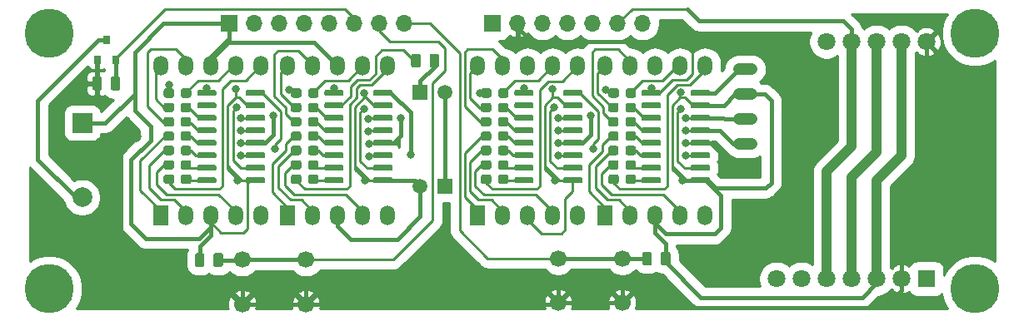
<source format=gbr>
G04 #@! TF.GenerationSoftware,KiCad,Pcbnew,(5.1.5)-2*
G04 #@! TF.CreationDate,2020-04-10T10:41:52+07:00*
G04 #@! TF.ProjectId,KIT_7SegLED_74HC595,4b49545f-3753-4656-974c-45445f373448,rev?*
G04 #@! TF.SameCoordinates,Original*
G04 #@! TF.FileFunction,Copper,L2,Bot*
G04 #@! TF.FilePolarity,Positive*
%FSLAX46Y46*%
G04 Gerber Fmt 4.6, Leading zero omitted, Abs format (unit mm)*
G04 Created by KiCad (PCBNEW (5.1.5)-2) date 2020-04-10 10:41:52*
%MOMM*%
%LPD*%
G04 APERTURE LIST*
%ADD10R,1.700000X1.700000*%
%ADD11O,1.700000X1.700000*%
%ADD12C,1.800000*%
%ADD13R,1.800000X1.800000*%
%ADD14C,5.000000*%
%ADD15C,0.800000*%
%ADD16R,1.524000X2.000000*%
%ADD17O,1.524000X2.000000*%
%ADD18C,0.100000*%
%ADD19R,1.500000X1.500000*%
%ADD20C,1.500000*%
%ADD21R,2.000000X2.000000*%
%ADD22C,2.000000*%
%ADD23R,0.800000X0.900000*%
%ADD24C,1.700000*%
%ADD25C,1.200000*%
%ADD26C,0.250000*%
%ADD27C,0.400000*%
%ADD28C,1.000000*%
%ADD29C,1.200000*%
%ADD30C,0.254000*%
G04 APERTURE END LIST*
D10*
X177609500Y-30289500D03*
D11*
X180149500Y-30289500D03*
X182689500Y-30289500D03*
X185229500Y-30289500D03*
X187769500Y-30289500D03*
X190309500Y-30289500D03*
X192849500Y-30289500D03*
D12*
X211518500Y-32131000D03*
X214058500Y-32131000D03*
X216598500Y-32131000D03*
X219138500Y-32131000D03*
X221678500Y-32131000D03*
X206438500Y-56261000D03*
X208978500Y-56261000D03*
X211518500Y-56261000D03*
X214058500Y-56261000D03*
X216598500Y-56261000D03*
X219138500Y-56261000D03*
D13*
X221678500Y-56261000D03*
D14*
X132524500Y-57289700D03*
D15*
X134399500Y-57289700D03*
X133850325Y-58615525D03*
X132524500Y-59164700D03*
X131198675Y-58615525D03*
X130649500Y-57289700D03*
X131198675Y-55963875D03*
X132524500Y-55414700D03*
X133850325Y-55963875D03*
X227957325Y-29928875D03*
X226631500Y-29379700D03*
X225305675Y-29928875D03*
X224756500Y-31254700D03*
X225305675Y-32580525D03*
X226631500Y-33129700D03*
X227957325Y-32580525D03*
X228506500Y-31254700D03*
D14*
X226631500Y-31254700D03*
X226631500Y-57289700D03*
D15*
X228506500Y-57289700D03*
X227957325Y-58615525D03*
X226631500Y-59164700D03*
X225305675Y-58615525D03*
X224756500Y-57289700D03*
X225305675Y-55963875D03*
X226631500Y-55414700D03*
X227957325Y-55963875D03*
X133850325Y-29928875D03*
X132524500Y-29379700D03*
X131198675Y-29928875D03*
X130649500Y-31254700D03*
X131198675Y-32580525D03*
X132524500Y-33129700D03*
X133850325Y-32580525D03*
X134399500Y-31254700D03*
D14*
X132524500Y-31254700D03*
D16*
X156790601Y-49821499D03*
D17*
X159330601Y-49821499D03*
X161870601Y-49821499D03*
X164410601Y-49821499D03*
X166950601Y-49821499D03*
X166950601Y-34581499D03*
X164410601Y-34581499D03*
X161870601Y-34581499D03*
X159330601Y-34581499D03*
X156790601Y-34581499D03*
G04 #@! TA.AperFunction,SMDPad,CuDef*
D18*
G36*
X145003179Y-38350044D02*
G01*
X145026234Y-38353463D01*
X145048843Y-38359127D01*
X145070787Y-38366979D01*
X145091857Y-38376944D01*
X145111848Y-38388926D01*
X145130568Y-38402810D01*
X145147838Y-38418462D01*
X145163490Y-38435732D01*
X145177374Y-38454452D01*
X145189356Y-38474443D01*
X145199321Y-38495513D01*
X145207173Y-38517457D01*
X145212837Y-38540066D01*
X145216256Y-38563121D01*
X145217400Y-38586400D01*
X145217400Y-39061400D01*
X145216256Y-39084679D01*
X145212837Y-39107734D01*
X145207173Y-39130343D01*
X145199321Y-39152287D01*
X145189356Y-39173357D01*
X145177374Y-39193348D01*
X145163490Y-39212068D01*
X145147838Y-39229338D01*
X145130568Y-39244990D01*
X145111848Y-39258874D01*
X145091857Y-39270856D01*
X145070787Y-39280821D01*
X145048843Y-39288673D01*
X145026234Y-39294337D01*
X145003179Y-39297756D01*
X144979900Y-39298900D01*
X144404900Y-39298900D01*
X144381621Y-39297756D01*
X144358566Y-39294337D01*
X144335957Y-39288673D01*
X144314013Y-39280821D01*
X144292943Y-39270856D01*
X144272952Y-39258874D01*
X144254232Y-39244990D01*
X144236962Y-39229338D01*
X144221310Y-39212068D01*
X144207426Y-39193348D01*
X144195444Y-39173357D01*
X144185479Y-39152287D01*
X144177627Y-39130343D01*
X144171963Y-39107734D01*
X144168544Y-39084679D01*
X144167400Y-39061400D01*
X144167400Y-38586400D01*
X144168544Y-38563121D01*
X144171963Y-38540066D01*
X144177627Y-38517457D01*
X144185479Y-38495513D01*
X144195444Y-38474443D01*
X144207426Y-38454452D01*
X144221310Y-38435732D01*
X144236962Y-38418462D01*
X144254232Y-38402810D01*
X144272952Y-38388926D01*
X144292943Y-38376944D01*
X144314013Y-38366979D01*
X144335957Y-38359127D01*
X144358566Y-38353463D01*
X144381621Y-38350044D01*
X144404900Y-38348900D01*
X144979900Y-38348900D01*
X145003179Y-38350044D01*
G37*
G04 #@! TD.AperFunction*
G04 #@! TA.AperFunction,SMDPad,CuDef*
G36*
X146753179Y-38350044D02*
G01*
X146776234Y-38353463D01*
X146798843Y-38359127D01*
X146820787Y-38366979D01*
X146841857Y-38376944D01*
X146861848Y-38388926D01*
X146880568Y-38402810D01*
X146897838Y-38418462D01*
X146913490Y-38435732D01*
X146927374Y-38454452D01*
X146939356Y-38474443D01*
X146949321Y-38495513D01*
X146957173Y-38517457D01*
X146962837Y-38540066D01*
X146966256Y-38563121D01*
X146967400Y-38586400D01*
X146967400Y-39061400D01*
X146966256Y-39084679D01*
X146962837Y-39107734D01*
X146957173Y-39130343D01*
X146949321Y-39152287D01*
X146939356Y-39173357D01*
X146927374Y-39193348D01*
X146913490Y-39212068D01*
X146897838Y-39229338D01*
X146880568Y-39244990D01*
X146861848Y-39258874D01*
X146841857Y-39270856D01*
X146820787Y-39280821D01*
X146798843Y-39288673D01*
X146776234Y-39294337D01*
X146753179Y-39297756D01*
X146729900Y-39298900D01*
X146154900Y-39298900D01*
X146131621Y-39297756D01*
X146108566Y-39294337D01*
X146085957Y-39288673D01*
X146064013Y-39280821D01*
X146042943Y-39270856D01*
X146022952Y-39258874D01*
X146004232Y-39244990D01*
X145986962Y-39229338D01*
X145971310Y-39212068D01*
X145957426Y-39193348D01*
X145945444Y-39173357D01*
X145935479Y-39152287D01*
X145927627Y-39130343D01*
X145921963Y-39107734D01*
X145918544Y-39084679D01*
X145917400Y-39061400D01*
X145917400Y-38586400D01*
X145918544Y-38563121D01*
X145921963Y-38540066D01*
X145927627Y-38517457D01*
X145935479Y-38495513D01*
X145945444Y-38474443D01*
X145957426Y-38454452D01*
X145971310Y-38435732D01*
X145986962Y-38418462D01*
X146004232Y-38402810D01*
X146022952Y-38388926D01*
X146042943Y-38376944D01*
X146064013Y-38366979D01*
X146085957Y-38359127D01*
X146108566Y-38353463D01*
X146131621Y-38350044D01*
X146154900Y-38348900D01*
X146729900Y-38348900D01*
X146753179Y-38350044D01*
G37*
G04 #@! TD.AperFunction*
G04 #@! TA.AperFunction,SMDPad,CuDef*
G36*
X146767179Y-36889544D02*
G01*
X146790234Y-36892963D01*
X146812843Y-36898627D01*
X146834787Y-36906479D01*
X146855857Y-36916444D01*
X146875848Y-36928426D01*
X146894568Y-36942310D01*
X146911838Y-36957962D01*
X146927490Y-36975232D01*
X146941374Y-36993952D01*
X146953356Y-37013943D01*
X146963321Y-37035013D01*
X146971173Y-37056957D01*
X146976837Y-37079566D01*
X146980256Y-37102621D01*
X146981400Y-37125900D01*
X146981400Y-37600900D01*
X146980256Y-37624179D01*
X146976837Y-37647234D01*
X146971173Y-37669843D01*
X146963321Y-37691787D01*
X146953356Y-37712857D01*
X146941374Y-37732848D01*
X146927490Y-37751568D01*
X146911838Y-37768838D01*
X146894568Y-37784490D01*
X146875848Y-37798374D01*
X146855857Y-37810356D01*
X146834787Y-37820321D01*
X146812843Y-37828173D01*
X146790234Y-37833837D01*
X146767179Y-37837256D01*
X146743900Y-37838400D01*
X146168900Y-37838400D01*
X146145621Y-37837256D01*
X146122566Y-37833837D01*
X146099957Y-37828173D01*
X146078013Y-37820321D01*
X146056943Y-37810356D01*
X146036952Y-37798374D01*
X146018232Y-37784490D01*
X146000962Y-37768838D01*
X145985310Y-37751568D01*
X145971426Y-37732848D01*
X145959444Y-37712857D01*
X145949479Y-37691787D01*
X145941627Y-37669843D01*
X145935963Y-37647234D01*
X145932544Y-37624179D01*
X145931400Y-37600900D01*
X145931400Y-37125900D01*
X145932544Y-37102621D01*
X145935963Y-37079566D01*
X145941627Y-37056957D01*
X145949479Y-37035013D01*
X145959444Y-37013943D01*
X145971426Y-36993952D01*
X145985310Y-36975232D01*
X146000962Y-36957962D01*
X146018232Y-36942310D01*
X146036952Y-36928426D01*
X146056943Y-36916444D01*
X146078013Y-36906479D01*
X146099957Y-36898627D01*
X146122566Y-36892963D01*
X146145621Y-36889544D01*
X146168900Y-36888400D01*
X146743900Y-36888400D01*
X146767179Y-36889544D01*
G37*
G04 #@! TD.AperFunction*
G04 #@! TA.AperFunction,SMDPad,CuDef*
G36*
X145017179Y-36889544D02*
G01*
X145040234Y-36892963D01*
X145062843Y-36898627D01*
X145084787Y-36906479D01*
X145105857Y-36916444D01*
X145125848Y-36928426D01*
X145144568Y-36942310D01*
X145161838Y-36957962D01*
X145177490Y-36975232D01*
X145191374Y-36993952D01*
X145203356Y-37013943D01*
X145213321Y-37035013D01*
X145221173Y-37056957D01*
X145226837Y-37079566D01*
X145230256Y-37102621D01*
X145231400Y-37125900D01*
X145231400Y-37600900D01*
X145230256Y-37624179D01*
X145226837Y-37647234D01*
X145221173Y-37669843D01*
X145213321Y-37691787D01*
X145203356Y-37712857D01*
X145191374Y-37732848D01*
X145177490Y-37751568D01*
X145161838Y-37768838D01*
X145144568Y-37784490D01*
X145125848Y-37798374D01*
X145105857Y-37810356D01*
X145084787Y-37820321D01*
X145062843Y-37828173D01*
X145040234Y-37833837D01*
X145017179Y-37837256D01*
X144993900Y-37838400D01*
X144418900Y-37838400D01*
X144395621Y-37837256D01*
X144372566Y-37833837D01*
X144349957Y-37828173D01*
X144328013Y-37820321D01*
X144306943Y-37810356D01*
X144286952Y-37798374D01*
X144268232Y-37784490D01*
X144250962Y-37768838D01*
X144235310Y-37751568D01*
X144221426Y-37732848D01*
X144209444Y-37712857D01*
X144199479Y-37691787D01*
X144191627Y-37669843D01*
X144185963Y-37647234D01*
X144182544Y-37624179D01*
X144181400Y-37600900D01*
X144181400Y-37125900D01*
X144182544Y-37102621D01*
X144185963Y-37079566D01*
X144191627Y-37056957D01*
X144199479Y-37035013D01*
X144209444Y-37013943D01*
X144221426Y-36993952D01*
X144235310Y-36975232D01*
X144250962Y-36957962D01*
X144268232Y-36942310D01*
X144286952Y-36928426D01*
X144306943Y-36916444D01*
X144328013Y-36906479D01*
X144349957Y-36898627D01*
X144372566Y-36892963D01*
X144395621Y-36889544D01*
X144418900Y-36888400D01*
X144993900Y-36888400D01*
X145017179Y-36889544D01*
G37*
G04 #@! TD.AperFunction*
G04 #@! TA.AperFunction,SMDPad,CuDef*
G36*
X146767179Y-45652544D02*
G01*
X146790234Y-45655963D01*
X146812843Y-45661627D01*
X146834787Y-45669479D01*
X146855857Y-45679444D01*
X146875848Y-45691426D01*
X146894568Y-45705310D01*
X146911838Y-45720962D01*
X146927490Y-45738232D01*
X146941374Y-45756952D01*
X146953356Y-45776943D01*
X146963321Y-45798013D01*
X146971173Y-45819957D01*
X146976837Y-45842566D01*
X146980256Y-45865621D01*
X146981400Y-45888900D01*
X146981400Y-46363900D01*
X146980256Y-46387179D01*
X146976837Y-46410234D01*
X146971173Y-46432843D01*
X146963321Y-46454787D01*
X146953356Y-46475857D01*
X146941374Y-46495848D01*
X146927490Y-46514568D01*
X146911838Y-46531838D01*
X146894568Y-46547490D01*
X146875848Y-46561374D01*
X146855857Y-46573356D01*
X146834787Y-46583321D01*
X146812843Y-46591173D01*
X146790234Y-46596837D01*
X146767179Y-46600256D01*
X146743900Y-46601400D01*
X146168900Y-46601400D01*
X146145621Y-46600256D01*
X146122566Y-46596837D01*
X146099957Y-46591173D01*
X146078013Y-46583321D01*
X146056943Y-46573356D01*
X146036952Y-46561374D01*
X146018232Y-46547490D01*
X146000962Y-46531838D01*
X145985310Y-46514568D01*
X145971426Y-46495848D01*
X145959444Y-46475857D01*
X145949479Y-46454787D01*
X145941627Y-46432843D01*
X145935963Y-46410234D01*
X145932544Y-46387179D01*
X145931400Y-46363900D01*
X145931400Y-45888900D01*
X145932544Y-45865621D01*
X145935963Y-45842566D01*
X145941627Y-45819957D01*
X145949479Y-45798013D01*
X145959444Y-45776943D01*
X145971426Y-45756952D01*
X145985310Y-45738232D01*
X146000962Y-45720962D01*
X146018232Y-45705310D01*
X146036952Y-45691426D01*
X146056943Y-45679444D01*
X146078013Y-45669479D01*
X146099957Y-45661627D01*
X146122566Y-45655963D01*
X146145621Y-45652544D01*
X146168900Y-45651400D01*
X146743900Y-45651400D01*
X146767179Y-45652544D01*
G37*
G04 #@! TD.AperFunction*
G04 #@! TA.AperFunction,SMDPad,CuDef*
G36*
X145017179Y-45652544D02*
G01*
X145040234Y-45655963D01*
X145062843Y-45661627D01*
X145084787Y-45669479D01*
X145105857Y-45679444D01*
X145125848Y-45691426D01*
X145144568Y-45705310D01*
X145161838Y-45720962D01*
X145177490Y-45738232D01*
X145191374Y-45756952D01*
X145203356Y-45776943D01*
X145213321Y-45798013D01*
X145221173Y-45819957D01*
X145226837Y-45842566D01*
X145230256Y-45865621D01*
X145231400Y-45888900D01*
X145231400Y-46363900D01*
X145230256Y-46387179D01*
X145226837Y-46410234D01*
X145221173Y-46432843D01*
X145213321Y-46454787D01*
X145203356Y-46475857D01*
X145191374Y-46495848D01*
X145177490Y-46514568D01*
X145161838Y-46531838D01*
X145144568Y-46547490D01*
X145125848Y-46561374D01*
X145105857Y-46573356D01*
X145084787Y-46583321D01*
X145062843Y-46591173D01*
X145040234Y-46596837D01*
X145017179Y-46600256D01*
X144993900Y-46601400D01*
X144418900Y-46601400D01*
X144395621Y-46600256D01*
X144372566Y-46596837D01*
X144349957Y-46591173D01*
X144328013Y-46583321D01*
X144306943Y-46573356D01*
X144286952Y-46561374D01*
X144268232Y-46547490D01*
X144250962Y-46531838D01*
X144235310Y-46514568D01*
X144221426Y-46495848D01*
X144209444Y-46475857D01*
X144199479Y-46454787D01*
X144191627Y-46432843D01*
X144185963Y-46410234D01*
X144182544Y-46387179D01*
X144181400Y-46363900D01*
X144181400Y-45888900D01*
X144182544Y-45865621D01*
X144185963Y-45842566D01*
X144191627Y-45819957D01*
X144199479Y-45798013D01*
X144209444Y-45776943D01*
X144221426Y-45756952D01*
X144235310Y-45738232D01*
X144250962Y-45720962D01*
X144268232Y-45705310D01*
X144286952Y-45691426D01*
X144306943Y-45679444D01*
X144328013Y-45669479D01*
X144349957Y-45661627D01*
X144372566Y-45655963D01*
X144395621Y-45652544D01*
X144418900Y-45651400D01*
X144993900Y-45651400D01*
X145017179Y-45652544D01*
G37*
G04 #@! TD.AperFunction*
G04 #@! TA.AperFunction,SMDPad,CuDef*
G36*
X145003179Y-44192044D02*
G01*
X145026234Y-44195463D01*
X145048843Y-44201127D01*
X145070787Y-44208979D01*
X145091857Y-44218944D01*
X145111848Y-44230926D01*
X145130568Y-44244810D01*
X145147838Y-44260462D01*
X145163490Y-44277732D01*
X145177374Y-44296452D01*
X145189356Y-44316443D01*
X145199321Y-44337513D01*
X145207173Y-44359457D01*
X145212837Y-44382066D01*
X145216256Y-44405121D01*
X145217400Y-44428400D01*
X145217400Y-44903400D01*
X145216256Y-44926679D01*
X145212837Y-44949734D01*
X145207173Y-44972343D01*
X145199321Y-44994287D01*
X145189356Y-45015357D01*
X145177374Y-45035348D01*
X145163490Y-45054068D01*
X145147838Y-45071338D01*
X145130568Y-45086990D01*
X145111848Y-45100874D01*
X145091857Y-45112856D01*
X145070787Y-45122821D01*
X145048843Y-45130673D01*
X145026234Y-45136337D01*
X145003179Y-45139756D01*
X144979900Y-45140900D01*
X144404900Y-45140900D01*
X144381621Y-45139756D01*
X144358566Y-45136337D01*
X144335957Y-45130673D01*
X144314013Y-45122821D01*
X144292943Y-45112856D01*
X144272952Y-45100874D01*
X144254232Y-45086990D01*
X144236962Y-45071338D01*
X144221310Y-45054068D01*
X144207426Y-45035348D01*
X144195444Y-45015357D01*
X144185479Y-44994287D01*
X144177627Y-44972343D01*
X144171963Y-44949734D01*
X144168544Y-44926679D01*
X144167400Y-44903400D01*
X144167400Y-44428400D01*
X144168544Y-44405121D01*
X144171963Y-44382066D01*
X144177627Y-44359457D01*
X144185479Y-44337513D01*
X144195444Y-44316443D01*
X144207426Y-44296452D01*
X144221310Y-44277732D01*
X144236962Y-44260462D01*
X144254232Y-44244810D01*
X144272952Y-44230926D01*
X144292943Y-44218944D01*
X144314013Y-44208979D01*
X144335957Y-44201127D01*
X144358566Y-44195463D01*
X144381621Y-44192044D01*
X144404900Y-44190900D01*
X144979900Y-44190900D01*
X145003179Y-44192044D01*
G37*
G04 #@! TD.AperFunction*
G04 #@! TA.AperFunction,SMDPad,CuDef*
G36*
X146753179Y-44192044D02*
G01*
X146776234Y-44195463D01*
X146798843Y-44201127D01*
X146820787Y-44208979D01*
X146841857Y-44218944D01*
X146861848Y-44230926D01*
X146880568Y-44244810D01*
X146897838Y-44260462D01*
X146913490Y-44277732D01*
X146927374Y-44296452D01*
X146939356Y-44316443D01*
X146949321Y-44337513D01*
X146957173Y-44359457D01*
X146962837Y-44382066D01*
X146966256Y-44405121D01*
X146967400Y-44428400D01*
X146967400Y-44903400D01*
X146966256Y-44926679D01*
X146962837Y-44949734D01*
X146957173Y-44972343D01*
X146949321Y-44994287D01*
X146939356Y-45015357D01*
X146927374Y-45035348D01*
X146913490Y-45054068D01*
X146897838Y-45071338D01*
X146880568Y-45086990D01*
X146861848Y-45100874D01*
X146841857Y-45112856D01*
X146820787Y-45122821D01*
X146798843Y-45130673D01*
X146776234Y-45136337D01*
X146753179Y-45139756D01*
X146729900Y-45140900D01*
X146154900Y-45140900D01*
X146131621Y-45139756D01*
X146108566Y-45136337D01*
X146085957Y-45130673D01*
X146064013Y-45122821D01*
X146042943Y-45112856D01*
X146022952Y-45100874D01*
X146004232Y-45086990D01*
X145986962Y-45071338D01*
X145971310Y-45054068D01*
X145957426Y-45035348D01*
X145945444Y-45015357D01*
X145935479Y-44994287D01*
X145927627Y-44972343D01*
X145921963Y-44949734D01*
X145918544Y-44926679D01*
X145917400Y-44903400D01*
X145917400Y-44428400D01*
X145918544Y-44405121D01*
X145921963Y-44382066D01*
X145927627Y-44359457D01*
X145935479Y-44337513D01*
X145945444Y-44316443D01*
X145957426Y-44296452D01*
X145971310Y-44277732D01*
X145986962Y-44260462D01*
X146004232Y-44244810D01*
X146022952Y-44230926D01*
X146042943Y-44218944D01*
X146064013Y-44208979D01*
X146085957Y-44201127D01*
X146108566Y-44195463D01*
X146131621Y-44192044D01*
X146154900Y-44190900D01*
X146729900Y-44190900D01*
X146753179Y-44192044D01*
G37*
G04 #@! TD.AperFunction*
G04 #@! TA.AperFunction,SMDPad,CuDef*
G36*
X146753179Y-42731544D02*
G01*
X146776234Y-42734963D01*
X146798843Y-42740627D01*
X146820787Y-42748479D01*
X146841857Y-42758444D01*
X146861848Y-42770426D01*
X146880568Y-42784310D01*
X146897838Y-42799962D01*
X146913490Y-42817232D01*
X146927374Y-42835952D01*
X146939356Y-42855943D01*
X146949321Y-42877013D01*
X146957173Y-42898957D01*
X146962837Y-42921566D01*
X146966256Y-42944621D01*
X146967400Y-42967900D01*
X146967400Y-43442900D01*
X146966256Y-43466179D01*
X146962837Y-43489234D01*
X146957173Y-43511843D01*
X146949321Y-43533787D01*
X146939356Y-43554857D01*
X146927374Y-43574848D01*
X146913490Y-43593568D01*
X146897838Y-43610838D01*
X146880568Y-43626490D01*
X146861848Y-43640374D01*
X146841857Y-43652356D01*
X146820787Y-43662321D01*
X146798843Y-43670173D01*
X146776234Y-43675837D01*
X146753179Y-43679256D01*
X146729900Y-43680400D01*
X146154900Y-43680400D01*
X146131621Y-43679256D01*
X146108566Y-43675837D01*
X146085957Y-43670173D01*
X146064013Y-43662321D01*
X146042943Y-43652356D01*
X146022952Y-43640374D01*
X146004232Y-43626490D01*
X145986962Y-43610838D01*
X145971310Y-43593568D01*
X145957426Y-43574848D01*
X145945444Y-43554857D01*
X145935479Y-43533787D01*
X145927627Y-43511843D01*
X145921963Y-43489234D01*
X145918544Y-43466179D01*
X145917400Y-43442900D01*
X145917400Y-42967900D01*
X145918544Y-42944621D01*
X145921963Y-42921566D01*
X145927627Y-42898957D01*
X145935479Y-42877013D01*
X145945444Y-42855943D01*
X145957426Y-42835952D01*
X145971310Y-42817232D01*
X145986962Y-42799962D01*
X146004232Y-42784310D01*
X146022952Y-42770426D01*
X146042943Y-42758444D01*
X146064013Y-42748479D01*
X146085957Y-42740627D01*
X146108566Y-42734963D01*
X146131621Y-42731544D01*
X146154900Y-42730400D01*
X146729900Y-42730400D01*
X146753179Y-42731544D01*
G37*
G04 #@! TD.AperFunction*
G04 #@! TA.AperFunction,SMDPad,CuDef*
G36*
X145003179Y-42731544D02*
G01*
X145026234Y-42734963D01*
X145048843Y-42740627D01*
X145070787Y-42748479D01*
X145091857Y-42758444D01*
X145111848Y-42770426D01*
X145130568Y-42784310D01*
X145147838Y-42799962D01*
X145163490Y-42817232D01*
X145177374Y-42835952D01*
X145189356Y-42855943D01*
X145199321Y-42877013D01*
X145207173Y-42898957D01*
X145212837Y-42921566D01*
X145216256Y-42944621D01*
X145217400Y-42967900D01*
X145217400Y-43442900D01*
X145216256Y-43466179D01*
X145212837Y-43489234D01*
X145207173Y-43511843D01*
X145199321Y-43533787D01*
X145189356Y-43554857D01*
X145177374Y-43574848D01*
X145163490Y-43593568D01*
X145147838Y-43610838D01*
X145130568Y-43626490D01*
X145111848Y-43640374D01*
X145091857Y-43652356D01*
X145070787Y-43662321D01*
X145048843Y-43670173D01*
X145026234Y-43675837D01*
X145003179Y-43679256D01*
X144979900Y-43680400D01*
X144404900Y-43680400D01*
X144381621Y-43679256D01*
X144358566Y-43675837D01*
X144335957Y-43670173D01*
X144314013Y-43662321D01*
X144292943Y-43652356D01*
X144272952Y-43640374D01*
X144254232Y-43626490D01*
X144236962Y-43610838D01*
X144221310Y-43593568D01*
X144207426Y-43574848D01*
X144195444Y-43554857D01*
X144185479Y-43533787D01*
X144177627Y-43511843D01*
X144171963Y-43489234D01*
X144168544Y-43466179D01*
X144167400Y-43442900D01*
X144167400Y-42967900D01*
X144168544Y-42944621D01*
X144171963Y-42921566D01*
X144177627Y-42898957D01*
X144185479Y-42877013D01*
X144195444Y-42855943D01*
X144207426Y-42835952D01*
X144221310Y-42817232D01*
X144236962Y-42799962D01*
X144254232Y-42784310D01*
X144272952Y-42770426D01*
X144292943Y-42758444D01*
X144314013Y-42748479D01*
X144335957Y-42740627D01*
X144358566Y-42734963D01*
X144381621Y-42731544D01*
X144404900Y-42730400D01*
X144979900Y-42730400D01*
X145003179Y-42731544D01*
G37*
G04 #@! TD.AperFunction*
G04 #@! TA.AperFunction,SMDPad,CuDef*
G36*
X145003179Y-41271044D02*
G01*
X145026234Y-41274463D01*
X145048843Y-41280127D01*
X145070787Y-41287979D01*
X145091857Y-41297944D01*
X145111848Y-41309926D01*
X145130568Y-41323810D01*
X145147838Y-41339462D01*
X145163490Y-41356732D01*
X145177374Y-41375452D01*
X145189356Y-41395443D01*
X145199321Y-41416513D01*
X145207173Y-41438457D01*
X145212837Y-41461066D01*
X145216256Y-41484121D01*
X145217400Y-41507400D01*
X145217400Y-41982400D01*
X145216256Y-42005679D01*
X145212837Y-42028734D01*
X145207173Y-42051343D01*
X145199321Y-42073287D01*
X145189356Y-42094357D01*
X145177374Y-42114348D01*
X145163490Y-42133068D01*
X145147838Y-42150338D01*
X145130568Y-42165990D01*
X145111848Y-42179874D01*
X145091857Y-42191856D01*
X145070787Y-42201821D01*
X145048843Y-42209673D01*
X145026234Y-42215337D01*
X145003179Y-42218756D01*
X144979900Y-42219900D01*
X144404900Y-42219900D01*
X144381621Y-42218756D01*
X144358566Y-42215337D01*
X144335957Y-42209673D01*
X144314013Y-42201821D01*
X144292943Y-42191856D01*
X144272952Y-42179874D01*
X144254232Y-42165990D01*
X144236962Y-42150338D01*
X144221310Y-42133068D01*
X144207426Y-42114348D01*
X144195444Y-42094357D01*
X144185479Y-42073287D01*
X144177627Y-42051343D01*
X144171963Y-42028734D01*
X144168544Y-42005679D01*
X144167400Y-41982400D01*
X144167400Y-41507400D01*
X144168544Y-41484121D01*
X144171963Y-41461066D01*
X144177627Y-41438457D01*
X144185479Y-41416513D01*
X144195444Y-41395443D01*
X144207426Y-41375452D01*
X144221310Y-41356732D01*
X144236962Y-41339462D01*
X144254232Y-41323810D01*
X144272952Y-41309926D01*
X144292943Y-41297944D01*
X144314013Y-41287979D01*
X144335957Y-41280127D01*
X144358566Y-41274463D01*
X144381621Y-41271044D01*
X144404900Y-41269900D01*
X144979900Y-41269900D01*
X145003179Y-41271044D01*
G37*
G04 #@! TD.AperFunction*
G04 #@! TA.AperFunction,SMDPad,CuDef*
G36*
X146753179Y-41271044D02*
G01*
X146776234Y-41274463D01*
X146798843Y-41280127D01*
X146820787Y-41287979D01*
X146841857Y-41297944D01*
X146861848Y-41309926D01*
X146880568Y-41323810D01*
X146897838Y-41339462D01*
X146913490Y-41356732D01*
X146927374Y-41375452D01*
X146939356Y-41395443D01*
X146949321Y-41416513D01*
X146957173Y-41438457D01*
X146962837Y-41461066D01*
X146966256Y-41484121D01*
X146967400Y-41507400D01*
X146967400Y-41982400D01*
X146966256Y-42005679D01*
X146962837Y-42028734D01*
X146957173Y-42051343D01*
X146949321Y-42073287D01*
X146939356Y-42094357D01*
X146927374Y-42114348D01*
X146913490Y-42133068D01*
X146897838Y-42150338D01*
X146880568Y-42165990D01*
X146861848Y-42179874D01*
X146841857Y-42191856D01*
X146820787Y-42201821D01*
X146798843Y-42209673D01*
X146776234Y-42215337D01*
X146753179Y-42218756D01*
X146729900Y-42219900D01*
X146154900Y-42219900D01*
X146131621Y-42218756D01*
X146108566Y-42215337D01*
X146085957Y-42209673D01*
X146064013Y-42201821D01*
X146042943Y-42191856D01*
X146022952Y-42179874D01*
X146004232Y-42165990D01*
X145986962Y-42150338D01*
X145971310Y-42133068D01*
X145957426Y-42114348D01*
X145945444Y-42094357D01*
X145935479Y-42073287D01*
X145927627Y-42051343D01*
X145921963Y-42028734D01*
X145918544Y-42005679D01*
X145917400Y-41982400D01*
X145917400Y-41507400D01*
X145918544Y-41484121D01*
X145921963Y-41461066D01*
X145927627Y-41438457D01*
X145935479Y-41416513D01*
X145945444Y-41395443D01*
X145957426Y-41375452D01*
X145971310Y-41356732D01*
X145986962Y-41339462D01*
X146004232Y-41323810D01*
X146022952Y-41309926D01*
X146042943Y-41297944D01*
X146064013Y-41287979D01*
X146085957Y-41280127D01*
X146108566Y-41274463D01*
X146131621Y-41271044D01*
X146154900Y-41269900D01*
X146729900Y-41269900D01*
X146753179Y-41271044D01*
G37*
G04 #@! TD.AperFunction*
G04 #@! TA.AperFunction,SMDPad,CuDef*
G36*
X146753179Y-39810544D02*
G01*
X146776234Y-39813963D01*
X146798843Y-39819627D01*
X146820787Y-39827479D01*
X146841857Y-39837444D01*
X146861848Y-39849426D01*
X146880568Y-39863310D01*
X146897838Y-39878962D01*
X146913490Y-39896232D01*
X146927374Y-39914952D01*
X146939356Y-39934943D01*
X146949321Y-39956013D01*
X146957173Y-39977957D01*
X146962837Y-40000566D01*
X146966256Y-40023621D01*
X146967400Y-40046900D01*
X146967400Y-40521900D01*
X146966256Y-40545179D01*
X146962837Y-40568234D01*
X146957173Y-40590843D01*
X146949321Y-40612787D01*
X146939356Y-40633857D01*
X146927374Y-40653848D01*
X146913490Y-40672568D01*
X146897838Y-40689838D01*
X146880568Y-40705490D01*
X146861848Y-40719374D01*
X146841857Y-40731356D01*
X146820787Y-40741321D01*
X146798843Y-40749173D01*
X146776234Y-40754837D01*
X146753179Y-40758256D01*
X146729900Y-40759400D01*
X146154900Y-40759400D01*
X146131621Y-40758256D01*
X146108566Y-40754837D01*
X146085957Y-40749173D01*
X146064013Y-40741321D01*
X146042943Y-40731356D01*
X146022952Y-40719374D01*
X146004232Y-40705490D01*
X145986962Y-40689838D01*
X145971310Y-40672568D01*
X145957426Y-40653848D01*
X145945444Y-40633857D01*
X145935479Y-40612787D01*
X145927627Y-40590843D01*
X145921963Y-40568234D01*
X145918544Y-40545179D01*
X145917400Y-40521900D01*
X145917400Y-40046900D01*
X145918544Y-40023621D01*
X145921963Y-40000566D01*
X145927627Y-39977957D01*
X145935479Y-39956013D01*
X145945444Y-39934943D01*
X145957426Y-39914952D01*
X145971310Y-39896232D01*
X145986962Y-39878962D01*
X146004232Y-39863310D01*
X146022952Y-39849426D01*
X146042943Y-39837444D01*
X146064013Y-39827479D01*
X146085957Y-39819627D01*
X146108566Y-39813963D01*
X146131621Y-39810544D01*
X146154900Y-39809400D01*
X146729900Y-39809400D01*
X146753179Y-39810544D01*
G37*
G04 #@! TD.AperFunction*
G04 #@! TA.AperFunction,SMDPad,CuDef*
G36*
X145003179Y-39810544D02*
G01*
X145026234Y-39813963D01*
X145048843Y-39819627D01*
X145070787Y-39827479D01*
X145091857Y-39837444D01*
X145111848Y-39849426D01*
X145130568Y-39863310D01*
X145147838Y-39878962D01*
X145163490Y-39896232D01*
X145177374Y-39914952D01*
X145189356Y-39934943D01*
X145199321Y-39956013D01*
X145207173Y-39977957D01*
X145212837Y-40000566D01*
X145216256Y-40023621D01*
X145217400Y-40046900D01*
X145217400Y-40521900D01*
X145216256Y-40545179D01*
X145212837Y-40568234D01*
X145207173Y-40590843D01*
X145199321Y-40612787D01*
X145189356Y-40633857D01*
X145177374Y-40653848D01*
X145163490Y-40672568D01*
X145147838Y-40689838D01*
X145130568Y-40705490D01*
X145111848Y-40719374D01*
X145091857Y-40731356D01*
X145070787Y-40741321D01*
X145048843Y-40749173D01*
X145026234Y-40754837D01*
X145003179Y-40758256D01*
X144979900Y-40759400D01*
X144404900Y-40759400D01*
X144381621Y-40758256D01*
X144358566Y-40754837D01*
X144335957Y-40749173D01*
X144314013Y-40741321D01*
X144292943Y-40731356D01*
X144272952Y-40719374D01*
X144254232Y-40705490D01*
X144236962Y-40689838D01*
X144221310Y-40672568D01*
X144207426Y-40653848D01*
X144195444Y-40633857D01*
X144185479Y-40612787D01*
X144177627Y-40590843D01*
X144171963Y-40568234D01*
X144168544Y-40545179D01*
X144167400Y-40521900D01*
X144167400Y-40046900D01*
X144168544Y-40023621D01*
X144171963Y-40000566D01*
X144177627Y-39977957D01*
X144185479Y-39956013D01*
X144195444Y-39934943D01*
X144207426Y-39914952D01*
X144221310Y-39896232D01*
X144236962Y-39878962D01*
X144254232Y-39863310D01*
X144272952Y-39849426D01*
X144292943Y-39837444D01*
X144314013Y-39827479D01*
X144335957Y-39819627D01*
X144358566Y-39813963D01*
X144381621Y-39810544D01*
X144404900Y-39809400D01*
X144979900Y-39809400D01*
X145003179Y-39810544D01*
G37*
G04 #@! TD.AperFunction*
G04 #@! TA.AperFunction,SMDPad,CuDef*
G36*
X154341603Y-45954122D02*
G01*
X154356164Y-45956282D01*
X154370443Y-45959859D01*
X154384303Y-45964818D01*
X154397610Y-45971112D01*
X154410236Y-45978680D01*
X154422059Y-45987448D01*
X154432966Y-45997334D01*
X154442852Y-46008241D01*
X154451620Y-46020064D01*
X154459188Y-46032690D01*
X154465482Y-46045997D01*
X154470441Y-46059857D01*
X154474018Y-46074136D01*
X154476178Y-46088697D01*
X154476900Y-46103400D01*
X154476900Y-46403400D01*
X154476178Y-46418103D01*
X154474018Y-46432664D01*
X154470441Y-46446943D01*
X154465482Y-46460803D01*
X154459188Y-46474110D01*
X154451620Y-46486736D01*
X154442852Y-46498559D01*
X154432966Y-46509466D01*
X154422059Y-46519352D01*
X154410236Y-46528120D01*
X154397610Y-46535688D01*
X154384303Y-46541982D01*
X154370443Y-46546941D01*
X154356164Y-46550518D01*
X154341603Y-46552678D01*
X154326900Y-46553400D01*
X152676900Y-46553400D01*
X152662197Y-46552678D01*
X152647636Y-46550518D01*
X152633357Y-46546941D01*
X152619497Y-46541982D01*
X152606190Y-46535688D01*
X152593564Y-46528120D01*
X152581741Y-46519352D01*
X152570834Y-46509466D01*
X152560948Y-46498559D01*
X152552180Y-46486736D01*
X152544612Y-46474110D01*
X152538318Y-46460803D01*
X152533359Y-46446943D01*
X152529782Y-46432664D01*
X152527622Y-46418103D01*
X152526900Y-46403400D01*
X152526900Y-46103400D01*
X152527622Y-46088697D01*
X152529782Y-46074136D01*
X152533359Y-46059857D01*
X152538318Y-46045997D01*
X152544612Y-46032690D01*
X152552180Y-46020064D01*
X152560948Y-46008241D01*
X152570834Y-45997334D01*
X152581741Y-45987448D01*
X152593564Y-45978680D01*
X152606190Y-45971112D01*
X152619497Y-45964818D01*
X152633357Y-45959859D01*
X152647636Y-45956282D01*
X152662197Y-45954122D01*
X152676900Y-45953400D01*
X154326900Y-45953400D01*
X154341603Y-45954122D01*
G37*
G04 #@! TD.AperFunction*
G04 #@! TA.AperFunction,SMDPad,CuDef*
G36*
X154341603Y-44684122D02*
G01*
X154356164Y-44686282D01*
X154370443Y-44689859D01*
X154384303Y-44694818D01*
X154397610Y-44701112D01*
X154410236Y-44708680D01*
X154422059Y-44717448D01*
X154432966Y-44727334D01*
X154442852Y-44738241D01*
X154451620Y-44750064D01*
X154459188Y-44762690D01*
X154465482Y-44775997D01*
X154470441Y-44789857D01*
X154474018Y-44804136D01*
X154476178Y-44818697D01*
X154476900Y-44833400D01*
X154476900Y-45133400D01*
X154476178Y-45148103D01*
X154474018Y-45162664D01*
X154470441Y-45176943D01*
X154465482Y-45190803D01*
X154459188Y-45204110D01*
X154451620Y-45216736D01*
X154442852Y-45228559D01*
X154432966Y-45239466D01*
X154422059Y-45249352D01*
X154410236Y-45258120D01*
X154397610Y-45265688D01*
X154384303Y-45271982D01*
X154370443Y-45276941D01*
X154356164Y-45280518D01*
X154341603Y-45282678D01*
X154326900Y-45283400D01*
X152676900Y-45283400D01*
X152662197Y-45282678D01*
X152647636Y-45280518D01*
X152633357Y-45276941D01*
X152619497Y-45271982D01*
X152606190Y-45265688D01*
X152593564Y-45258120D01*
X152581741Y-45249352D01*
X152570834Y-45239466D01*
X152560948Y-45228559D01*
X152552180Y-45216736D01*
X152544612Y-45204110D01*
X152538318Y-45190803D01*
X152533359Y-45176943D01*
X152529782Y-45162664D01*
X152527622Y-45148103D01*
X152526900Y-45133400D01*
X152526900Y-44833400D01*
X152527622Y-44818697D01*
X152529782Y-44804136D01*
X152533359Y-44789857D01*
X152538318Y-44775997D01*
X152544612Y-44762690D01*
X152552180Y-44750064D01*
X152560948Y-44738241D01*
X152570834Y-44727334D01*
X152581741Y-44717448D01*
X152593564Y-44708680D01*
X152606190Y-44701112D01*
X152619497Y-44694818D01*
X152633357Y-44689859D01*
X152647636Y-44686282D01*
X152662197Y-44684122D01*
X152676900Y-44683400D01*
X154326900Y-44683400D01*
X154341603Y-44684122D01*
G37*
G04 #@! TD.AperFunction*
G04 #@! TA.AperFunction,SMDPad,CuDef*
G36*
X154341603Y-43414122D02*
G01*
X154356164Y-43416282D01*
X154370443Y-43419859D01*
X154384303Y-43424818D01*
X154397610Y-43431112D01*
X154410236Y-43438680D01*
X154422059Y-43447448D01*
X154432966Y-43457334D01*
X154442852Y-43468241D01*
X154451620Y-43480064D01*
X154459188Y-43492690D01*
X154465482Y-43505997D01*
X154470441Y-43519857D01*
X154474018Y-43534136D01*
X154476178Y-43548697D01*
X154476900Y-43563400D01*
X154476900Y-43863400D01*
X154476178Y-43878103D01*
X154474018Y-43892664D01*
X154470441Y-43906943D01*
X154465482Y-43920803D01*
X154459188Y-43934110D01*
X154451620Y-43946736D01*
X154442852Y-43958559D01*
X154432966Y-43969466D01*
X154422059Y-43979352D01*
X154410236Y-43988120D01*
X154397610Y-43995688D01*
X154384303Y-44001982D01*
X154370443Y-44006941D01*
X154356164Y-44010518D01*
X154341603Y-44012678D01*
X154326900Y-44013400D01*
X152676900Y-44013400D01*
X152662197Y-44012678D01*
X152647636Y-44010518D01*
X152633357Y-44006941D01*
X152619497Y-44001982D01*
X152606190Y-43995688D01*
X152593564Y-43988120D01*
X152581741Y-43979352D01*
X152570834Y-43969466D01*
X152560948Y-43958559D01*
X152552180Y-43946736D01*
X152544612Y-43934110D01*
X152538318Y-43920803D01*
X152533359Y-43906943D01*
X152529782Y-43892664D01*
X152527622Y-43878103D01*
X152526900Y-43863400D01*
X152526900Y-43563400D01*
X152527622Y-43548697D01*
X152529782Y-43534136D01*
X152533359Y-43519857D01*
X152538318Y-43505997D01*
X152544612Y-43492690D01*
X152552180Y-43480064D01*
X152560948Y-43468241D01*
X152570834Y-43457334D01*
X152581741Y-43447448D01*
X152593564Y-43438680D01*
X152606190Y-43431112D01*
X152619497Y-43424818D01*
X152633357Y-43419859D01*
X152647636Y-43416282D01*
X152662197Y-43414122D01*
X152676900Y-43413400D01*
X154326900Y-43413400D01*
X154341603Y-43414122D01*
G37*
G04 #@! TD.AperFunction*
G04 #@! TA.AperFunction,SMDPad,CuDef*
G36*
X154341603Y-42144122D02*
G01*
X154356164Y-42146282D01*
X154370443Y-42149859D01*
X154384303Y-42154818D01*
X154397610Y-42161112D01*
X154410236Y-42168680D01*
X154422059Y-42177448D01*
X154432966Y-42187334D01*
X154442852Y-42198241D01*
X154451620Y-42210064D01*
X154459188Y-42222690D01*
X154465482Y-42235997D01*
X154470441Y-42249857D01*
X154474018Y-42264136D01*
X154476178Y-42278697D01*
X154476900Y-42293400D01*
X154476900Y-42593400D01*
X154476178Y-42608103D01*
X154474018Y-42622664D01*
X154470441Y-42636943D01*
X154465482Y-42650803D01*
X154459188Y-42664110D01*
X154451620Y-42676736D01*
X154442852Y-42688559D01*
X154432966Y-42699466D01*
X154422059Y-42709352D01*
X154410236Y-42718120D01*
X154397610Y-42725688D01*
X154384303Y-42731982D01*
X154370443Y-42736941D01*
X154356164Y-42740518D01*
X154341603Y-42742678D01*
X154326900Y-42743400D01*
X152676900Y-42743400D01*
X152662197Y-42742678D01*
X152647636Y-42740518D01*
X152633357Y-42736941D01*
X152619497Y-42731982D01*
X152606190Y-42725688D01*
X152593564Y-42718120D01*
X152581741Y-42709352D01*
X152570834Y-42699466D01*
X152560948Y-42688559D01*
X152552180Y-42676736D01*
X152544612Y-42664110D01*
X152538318Y-42650803D01*
X152533359Y-42636943D01*
X152529782Y-42622664D01*
X152527622Y-42608103D01*
X152526900Y-42593400D01*
X152526900Y-42293400D01*
X152527622Y-42278697D01*
X152529782Y-42264136D01*
X152533359Y-42249857D01*
X152538318Y-42235997D01*
X152544612Y-42222690D01*
X152552180Y-42210064D01*
X152560948Y-42198241D01*
X152570834Y-42187334D01*
X152581741Y-42177448D01*
X152593564Y-42168680D01*
X152606190Y-42161112D01*
X152619497Y-42154818D01*
X152633357Y-42149859D01*
X152647636Y-42146282D01*
X152662197Y-42144122D01*
X152676900Y-42143400D01*
X154326900Y-42143400D01*
X154341603Y-42144122D01*
G37*
G04 #@! TD.AperFunction*
G04 #@! TA.AperFunction,SMDPad,CuDef*
G36*
X154341603Y-40874122D02*
G01*
X154356164Y-40876282D01*
X154370443Y-40879859D01*
X154384303Y-40884818D01*
X154397610Y-40891112D01*
X154410236Y-40898680D01*
X154422059Y-40907448D01*
X154432966Y-40917334D01*
X154442852Y-40928241D01*
X154451620Y-40940064D01*
X154459188Y-40952690D01*
X154465482Y-40965997D01*
X154470441Y-40979857D01*
X154474018Y-40994136D01*
X154476178Y-41008697D01*
X154476900Y-41023400D01*
X154476900Y-41323400D01*
X154476178Y-41338103D01*
X154474018Y-41352664D01*
X154470441Y-41366943D01*
X154465482Y-41380803D01*
X154459188Y-41394110D01*
X154451620Y-41406736D01*
X154442852Y-41418559D01*
X154432966Y-41429466D01*
X154422059Y-41439352D01*
X154410236Y-41448120D01*
X154397610Y-41455688D01*
X154384303Y-41461982D01*
X154370443Y-41466941D01*
X154356164Y-41470518D01*
X154341603Y-41472678D01*
X154326900Y-41473400D01*
X152676900Y-41473400D01*
X152662197Y-41472678D01*
X152647636Y-41470518D01*
X152633357Y-41466941D01*
X152619497Y-41461982D01*
X152606190Y-41455688D01*
X152593564Y-41448120D01*
X152581741Y-41439352D01*
X152570834Y-41429466D01*
X152560948Y-41418559D01*
X152552180Y-41406736D01*
X152544612Y-41394110D01*
X152538318Y-41380803D01*
X152533359Y-41366943D01*
X152529782Y-41352664D01*
X152527622Y-41338103D01*
X152526900Y-41323400D01*
X152526900Y-41023400D01*
X152527622Y-41008697D01*
X152529782Y-40994136D01*
X152533359Y-40979857D01*
X152538318Y-40965997D01*
X152544612Y-40952690D01*
X152552180Y-40940064D01*
X152560948Y-40928241D01*
X152570834Y-40917334D01*
X152581741Y-40907448D01*
X152593564Y-40898680D01*
X152606190Y-40891112D01*
X152619497Y-40884818D01*
X152633357Y-40879859D01*
X152647636Y-40876282D01*
X152662197Y-40874122D01*
X152676900Y-40873400D01*
X154326900Y-40873400D01*
X154341603Y-40874122D01*
G37*
G04 #@! TD.AperFunction*
G04 #@! TA.AperFunction,SMDPad,CuDef*
G36*
X154341603Y-39604122D02*
G01*
X154356164Y-39606282D01*
X154370443Y-39609859D01*
X154384303Y-39614818D01*
X154397610Y-39621112D01*
X154410236Y-39628680D01*
X154422059Y-39637448D01*
X154432966Y-39647334D01*
X154442852Y-39658241D01*
X154451620Y-39670064D01*
X154459188Y-39682690D01*
X154465482Y-39695997D01*
X154470441Y-39709857D01*
X154474018Y-39724136D01*
X154476178Y-39738697D01*
X154476900Y-39753400D01*
X154476900Y-40053400D01*
X154476178Y-40068103D01*
X154474018Y-40082664D01*
X154470441Y-40096943D01*
X154465482Y-40110803D01*
X154459188Y-40124110D01*
X154451620Y-40136736D01*
X154442852Y-40148559D01*
X154432966Y-40159466D01*
X154422059Y-40169352D01*
X154410236Y-40178120D01*
X154397610Y-40185688D01*
X154384303Y-40191982D01*
X154370443Y-40196941D01*
X154356164Y-40200518D01*
X154341603Y-40202678D01*
X154326900Y-40203400D01*
X152676900Y-40203400D01*
X152662197Y-40202678D01*
X152647636Y-40200518D01*
X152633357Y-40196941D01*
X152619497Y-40191982D01*
X152606190Y-40185688D01*
X152593564Y-40178120D01*
X152581741Y-40169352D01*
X152570834Y-40159466D01*
X152560948Y-40148559D01*
X152552180Y-40136736D01*
X152544612Y-40124110D01*
X152538318Y-40110803D01*
X152533359Y-40096943D01*
X152529782Y-40082664D01*
X152527622Y-40068103D01*
X152526900Y-40053400D01*
X152526900Y-39753400D01*
X152527622Y-39738697D01*
X152529782Y-39724136D01*
X152533359Y-39709857D01*
X152538318Y-39695997D01*
X152544612Y-39682690D01*
X152552180Y-39670064D01*
X152560948Y-39658241D01*
X152570834Y-39647334D01*
X152581741Y-39637448D01*
X152593564Y-39628680D01*
X152606190Y-39621112D01*
X152619497Y-39614818D01*
X152633357Y-39609859D01*
X152647636Y-39606282D01*
X152662197Y-39604122D01*
X152676900Y-39603400D01*
X154326900Y-39603400D01*
X154341603Y-39604122D01*
G37*
G04 #@! TD.AperFunction*
G04 #@! TA.AperFunction,SMDPad,CuDef*
G36*
X154341603Y-38334122D02*
G01*
X154356164Y-38336282D01*
X154370443Y-38339859D01*
X154384303Y-38344818D01*
X154397610Y-38351112D01*
X154410236Y-38358680D01*
X154422059Y-38367448D01*
X154432966Y-38377334D01*
X154442852Y-38388241D01*
X154451620Y-38400064D01*
X154459188Y-38412690D01*
X154465482Y-38425997D01*
X154470441Y-38439857D01*
X154474018Y-38454136D01*
X154476178Y-38468697D01*
X154476900Y-38483400D01*
X154476900Y-38783400D01*
X154476178Y-38798103D01*
X154474018Y-38812664D01*
X154470441Y-38826943D01*
X154465482Y-38840803D01*
X154459188Y-38854110D01*
X154451620Y-38866736D01*
X154442852Y-38878559D01*
X154432966Y-38889466D01*
X154422059Y-38899352D01*
X154410236Y-38908120D01*
X154397610Y-38915688D01*
X154384303Y-38921982D01*
X154370443Y-38926941D01*
X154356164Y-38930518D01*
X154341603Y-38932678D01*
X154326900Y-38933400D01*
X152676900Y-38933400D01*
X152662197Y-38932678D01*
X152647636Y-38930518D01*
X152633357Y-38926941D01*
X152619497Y-38921982D01*
X152606190Y-38915688D01*
X152593564Y-38908120D01*
X152581741Y-38899352D01*
X152570834Y-38889466D01*
X152560948Y-38878559D01*
X152552180Y-38866736D01*
X152544612Y-38854110D01*
X152538318Y-38840803D01*
X152533359Y-38826943D01*
X152529782Y-38812664D01*
X152527622Y-38798103D01*
X152526900Y-38783400D01*
X152526900Y-38483400D01*
X152527622Y-38468697D01*
X152529782Y-38454136D01*
X152533359Y-38439857D01*
X152538318Y-38425997D01*
X152544612Y-38412690D01*
X152552180Y-38400064D01*
X152560948Y-38388241D01*
X152570834Y-38377334D01*
X152581741Y-38367448D01*
X152593564Y-38358680D01*
X152606190Y-38351112D01*
X152619497Y-38344818D01*
X152633357Y-38339859D01*
X152647636Y-38336282D01*
X152662197Y-38334122D01*
X152676900Y-38333400D01*
X154326900Y-38333400D01*
X154341603Y-38334122D01*
G37*
G04 #@! TD.AperFunction*
G04 #@! TA.AperFunction,SMDPad,CuDef*
G36*
X154341603Y-37064122D02*
G01*
X154356164Y-37066282D01*
X154370443Y-37069859D01*
X154384303Y-37074818D01*
X154397610Y-37081112D01*
X154410236Y-37088680D01*
X154422059Y-37097448D01*
X154432966Y-37107334D01*
X154442852Y-37118241D01*
X154451620Y-37130064D01*
X154459188Y-37142690D01*
X154465482Y-37155997D01*
X154470441Y-37169857D01*
X154474018Y-37184136D01*
X154476178Y-37198697D01*
X154476900Y-37213400D01*
X154476900Y-37513400D01*
X154476178Y-37528103D01*
X154474018Y-37542664D01*
X154470441Y-37556943D01*
X154465482Y-37570803D01*
X154459188Y-37584110D01*
X154451620Y-37596736D01*
X154442852Y-37608559D01*
X154432966Y-37619466D01*
X154422059Y-37629352D01*
X154410236Y-37638120D01*
X154397610Y-37645688D01*
X154384303Y-37651982D01*
X154370443Y-37656941D01*
X154356164Y-37660518D01*
X154341603Y-37662678D01*
X154326900Y-37663400D01*
X152676900Y-37663400D01*
X152662197Y-37662678D01*
X152647636Y-37660518D01*
X152633357Y-37656941D01*
X152619497Y-37651982D01*
X152606190Y-37645688D01*
X152593564Y-37638120D01*
X152581741Y-37629352D01*
X152570834Y-37619466D01*
X152560948Y-37608559D01*
X152552180Y-37596736D01*
X152544612Y-37584110D01*
X152538318Y-37570803D01*
X152533359Y-37556943D01*
X152529782Y-37542664D01*
X152527622Y-37528103D01*
X152526900Y-37513400D01*
X152526900Y-37213400D01*
X152527622Y-37198697D01*
X152529782Y-37184136D01*
X152533359Y-37169857D01*
X152538318Y-37155997D01*
X152544612Y-37142690D01*
X152552180Y-37130064D01*
X152560948Y-37118241D01*
X152570834Y-37107334D01*
X152581741Y-37097448D01*
X152593564Y-37088680D01*
X152606190Y-37081112D01*
X152619497Y-37074818D01*
X152633357Y-37069859D01*
X152647636Y-37066282D01*
X152662197Y-37064122D01*
X152676900Y-37063400D01*
X154326900Y-37063400D01*
X154341603Y-37064122D01*
G37*
G04 #@! TD.AperFunction*
G04 #@! TA.AperFunction,SMDPad,CuDef*
G36*
X149391603Y-37064122D02*
G01*
X149406164Y-37066282D01*
X149420443Y-37069859D01*
X149434303Y-37074818D01*
X149447610Y-37081112D01*
X149460236Y-37088680D01*
X149472059Y-37097448D01*
X149482966Y-37107334D01*
X149492852Y-37118241D01*
X149501620Y-37130064D01*
X149509188Y-37142690D01*
X149515482Y-37155997D01*
X149520441Y-37169857D01*
X149524018Y-37184136D01*
X149526178Y-37198697D01*
X149526900Y-37213400D01*
X149526900Y-37513400D01*
X149526178Y-37528103D01*
X149524018Y-37542664D01*
X149520441Y-37556943D01*
X149515482Y-37570803D01*
X149509188Y-37584110D01*
X149501620Y-37596736D01*
X149492852Y-37608559D01*
X149482966Y-37619466D01*
X149472059Y-37629352D01*
X149460236Y-37638120D01*
X149447610Y-37645688D01*
X149434303Y-37651982D01*
X149420443Y-37656941D01*
X149406164Y-37660518D01*
X149391603Y-37662678D01*
X149376900Y-37663400D01*
X147726900Y-37663400D01*
X147712197Y-37662678D01*
X147697636Y-37660518D01*
X147683357Y-37656941D01*
X147669497Y-37651982D01*
X147656190Y-37645688D01*
X147643564Y-37638120D01*
X147631741Y-37629352D01*
X147620834Y-37619466D01*
X147610948Y-37608559D01*
X147602180Y-37596736D01*
X147594612Y-37584110D01*
X147588318Y-37570803D01*
X147583359Y-37556943D01*
X147579782Y-37542664D01*
X147577622Y-37528103D01*
X147576900Y-37513400D01*
X147576900Y-37213400D01*
X147577622Y-37198697D01*
X147579782Y-37184136D01*
X147583359Y-37169857D01*
X147588318Y-37155997D01*
X147594612Y-37142690D01*
X147602180Y-37130064D01*
X147610948Y-37118241D01*
X147620834Y-37107334D01*
X147631741Y-37097448D01*
X147643564Y-37088680D01*
X147656190Y-37081112D01*
X147669497Y-37074818D01*
X147683357Y-37069859D01*
X147697636Y-37066282D01*
X147712197Y-37064122D01*
X147726900Y-37063400D01*
X149376900Y-37063400D01*
X149391603Y-37064122D01*
G37*
G04 #@! TD.AperFunction*
G04 #@! TA.AperFunction,SMDPad,CuDef*
G36*
X149391603Y-38334122D02*
G01*
X149406164Y-38336282D01*
X149420443Y-38339859D01*
X149434303Y-38344818D01*
X149447610Y-38351112D01*
X149460236Y-38358680D01*
X149472059Y-38367448D01*
X149482966Y-38377334D01*
X149492852Y-38388241D01*
X149501620Y-38400064D01*
X149509188Y-38412690D01*
X149515482Y-38425997D01*
X149520441Y-38439857D01*
X149524018Y-38454136D01*
X149526178Y-38468697D01*
X149526900Y-38483400D01*
X149526900Y-38783400D01*
X149526178Y-38798103D01*
X149524018Y-38812664D01*
X149520441Y-38826943D01*
X149515482Y-38840803D01*
X149509188Y-38854110D01*
X149501620Y-38866736D01*
X149492852Y-38878559D01*
X149482966Y-38889466D01*
X149472059Y-38899352D01*
X149460236Y-38908120D01*
X149447610Y-38915688D01*
X149434303Y-38921982D01*
X149420443Y-38926941D01*
X149406164Y-38930518D01*
X149391603Y-38932678D01*
X149376900Y-38933400D01*
X147726900Y-38933400D01*
X147712197Y-38932678D01*
X147697636Y-38930518D01*
X147683357Y-38926941D01*
X147669497Y-38921982D01*
X147656190Y-38915688D01*
X147643564Y-38908120D01*
X147631741Y-38899352D01*
X147620834Y-38889466D01*
X147610948Y-38878559D01*
X147602180Y-38866736D01*
X147594612Y-38854110D01*
X147588318Y-38840803D01*
X147583359Y-38826943D01*
X147579782Y-38812664D01*
X147577622Y-38798103D01*
X147576900Y-38783400D01*
X147576900Y-38483400D01*
X147577622Y-38468697D01*
X147579782Y-38454136D01*
X147583359Y-38439857D01*
X147588318Y-38425997D01*
X147594612Y-38412690D01*
X147602180Y-38400064D01*
X147610948Y-38388241D01*
X147620834Y-38377334D01*
X147631741Y-38367448D01*
X147643564Y-38358680D01*
X147656190Y-38351112D01*
X147669497Y-38344818D01*
X147683357Y-38339859D01*
X147697636Y-38336282D01*
X147712197Y-38334122D01*
X147726900Y-38333400D01*
X149376900Y-38333400D01*
X149391603Y-38334122D01*
G37*
G04 #@! TD.AperFunction*
G04 #@! TA.AperFunction,SMDPad,CuDef*
G36*
X149391603Y-39604122D02*
G01*
X149406164Y-39606282D01*
X149420443Y-39609859D01*
X149434303Y-39614818D01*
X149447610Y-39621112D01*
X149460236Y-39628680D01*
X149472059Y-39637448D01*
X149482966Y-39647334D01*
X149492852Y-39658241D01*
X149501620Y-39670064D01*
X149509188Y-39682690D01*
X149515482Y-39695997D01*
X149520441Y-39709857D01*
X149524018Y-39724136D01*
X149526178Y-39738697D01*
X149526900Y-39753400D01*
X149526900Y-40053400D01*
X149526178Y-40068103D01*
X149524018Y-40082664D01*
X149520441Y-40096943D01*
X149515482Y-40110803D01*
X149509188Y-40124110D01*
X149501620Y-40136736D01*
X149492852Y-40148559D01*
X149482966Y-40159466D01*
X149472059Y-40169352D01*
X149460236Y-40178120D01*
X149447610Y-40185688D01*
X149434303Y-40191982D01*
X149420443Y-40196941D01*
X149406164Y-40200518D01*
X149391603Y-40202678D01*
X149376900Y-40203400D01*
X147726900Y-40203400D01*
X147712197Y-40202678D01*
X147697636Y-40200518D01*
X147683357Y-40196941D01*
X147669497Y-40191982D01*
X147656190Y-40185688D01*
X147643564Y-40178120D01*
X147631741Y-40169352D01*
X147620834Y-40159466D01*
X147610948Y-40148559D01*
X147602180Y-40136736D01*
X147594612Y-40124110D01*
X147588318Y-40110803D01*
X147583359Y-40096943D01*
X147579782Y-40082664D01*
X147577622Y-40068103D01*
X147576900Y-40053400D01*
X147576900Y-39753400D01*
X147577622Y-39738697D01*
X147579782Y-39724136D01*
X147583359Y-39709857D01*
X147588318Y-39695997D01*
X147594612Y-39682690D01*
X147602180Y-39670064D01*
X147610948Y-39658241D01*
X147620834Y-39647334D01*
X147631741Y-39637448D01*
X147643564Y-39628680D01*
X147656190Y-39621112D01*
X147669497Y-39614818D01*
X147683357Y-39609859D01*
X147697636Y-39606282D01*
X147712197Y-39604122D01*
X147726900Y-39603400D01*
X149376900Y-39603400D01*
X149391603Y-39604122D01*
G37*
G04 #@! TD.AperFunction*
G04 #@! TA.AperFunction,SMDPad,CuDef*
G36*
X149391603Y-40874122D02*
G01*
X149406164Y-40876282D01*
X149420443Y-40879859D01*
X149434303Y-40884818D01*
X149447610Y-40891112D01*
X149460236Y-40898680D01*
X149472059Y-40907448D01*
X149482966Y-40917334D01*
X149492852Y-40928241D01*
X149501620Y-40940064D01*
X149509188Y-40952690D01*
X149515482Y-40965997D01*
X149520441Y-40979857D01*
X149524018Y-40994136D01*
X149526178Y-41008697D01*
X149526900Y-41023400D01*
X149526900Y-41323400D01*
X149526178Y-41338103D01*
X149524018Y-41352664D01*
X149520441Y-41366943D01*
X149515482Y-41380803D01*
X149509188Y-41394110D01*
X149501620Y-41406736D01*
X149492852Y-41418559D01*
X149482966Y-41429466D01*
X149472059Y-41439352D01*
X149460236Y-41448120D01*
X149447610Y-41455688D01*
X149434303Y-41461982D01*
X149420443Y-41466941D01*
X149406164Y-41470518D01*
X149391603Y-41472678D01*
X149376900Y-41473400D01*
X147726900Y-41473400D01*
X147712197Y-41472678D01*
X147697636Y-41470518D01*
X147683357Y-41466941D01*
X147669497Y-41461982D01*
X147656190Y-41455688D01*
X147643564Y-41448120D01*
X147631741Y-41439352D01*
X147620834Y-41429466D01*
X147610948Y-41418559D01*
X147602180Y-41406736D01*
X147594612Y-41394110D01*
X147588318Y-41380803D01*
X147583359Y-41366943D01*
X147579782Y-41352664D01*
X147577622Y-41338103D01*
X147576900Y-41323400D01*
X147576900Y-41023400D01*
X147577622Y-41008697D01*
X147579782Y-40994136D01*
X147583359Y-40979857D01*
X147588318Y-40965997D01*
X147594612Y-40952690D01*
X147602180Y-40940064D01*
X147610948Y-40928241D01*
X147620834Y-40917334D01*
X147631741Y-40907448D01*
X147643564Y-40898680D01*
X147656190Y-40891112D01*
X147669497Y-40884818D01*
X147683357Y-40879859D01*
X147697636Y-40876282D01*
X147712197Y-40874122D01*
X147726900Y-40873400D01*
X149376900Y-40873400D01*
X149391603Y-40874122D01*
G37*
G04 #@! TD.AperFunction*
G04 #@! TA.AperFunction,SMDPad,CuDef*
G36*
X149391603Y-42144122D02*
G01*
X149406164Y-42146282D01*
X149420443Y-42149859D01*
X149434303Y-42154818D01*
X149447610Y-42161112D01*
X149460236Y-42168680D01*
X149472059Y-42177448D01*
X149482966Y-42187334D01*
X149492852Y-42198241D01*
X149501620Y-42210064D01*
X149509188Y-42222690D01*
X149515482Y-42235997D01*
X149520441Y-42249857D01*
X149524018Y-42264136D01*
X149526178Y-42278697D01*
X149526900Y-42293400D01*
X149526900Y-42593400D01*
X149526178Y-42608103D01*
X149524018Y-42622664D01*
X149520441Y-42636943D01*
X149515482Y-42650803D01*
X149509188Y-42664110D01*
X149501620Y-42676736D01*
X149492852Y-42688559D01*
X149482966Y-42699466D01*
X149472059Y-42709352D01*
X149460236Y-42718120D01*
X149447610Y-42725688D01*
X149434303Y-42731982D01*
X149420443Y-42736941D01*
X149406164Y-42740518D01*
X149391603Y-42742678D01*
X149376900Y-42743400D01*
X147726900Y-42743400D01*
X147712197Y-42742678D01*
X147697636Y-42740518D01*
X147683357Y-42736941D01*
X147669497Y-42731982D01*
X147656190Y-42725688D01*
X147643564Y-42718120D01*
X147631741Y-42709352D01*
X147620834Y-42699466D01*
X147610948Y-42688559D01*
X147602180Y-42676736D01*
X147594612Y-42664110D01*
X147588318Y-42650803D01*
X147583359Y-42636943D01*
X147579782Y-42622664D01*
X147577622Y-42608103D01*
X147576900Y-42593400D01*
X147576900Y-42293400D01*
X147577622Y-42278697D01*
X147579782Y-42264136D01*
X147583359Y-42249857D01*
X147588318Y-42235997D01*
X147594612Y-42222690D01*
X147602180Y-42210064D01*
X147610948Y-42198241D01*
X147620834Y-42187334D01*
X147631741Y-42177448D01*
X147643564Y-42168680D01*
X147656190Y-42161112D01*
X147669497Y-42154818D01*
X147683357Y-42149859D01*
X147697636Y-42146282D01*
X147712197Y-42144122D01*
X147726900Y-42143400D01*
X149376900Y-42143400D01*
X149391603Y-42144122D01*
G37*
G04 #@! TD.AperFunction*
G04 #@! TA.AperFunction,SMDPad,CuDef*
G36*
X149391603Y-43414122D02*
G01*
X149406164Y-43416282D01*
X149420443Y-43419859D01*
X149434303Y-43424818D01*
X149447610Y-43431112D01*
X149460236Y-43438680D01*
X149472059Y-43447448D01*
X149482966Y-43457334D01*
X149492852Y-43468241D01*
X149501620Y-43480064D01*
X149509188Y-43492690D01*
X149515482Y-43505997D01*
X149520441Y-43519857D01*
X149524018Y-43534136D01*
X149526178Y-43548697D01*
X149526900Y-43563400D01*
X149526900Y-43863400D01*
X149526178Y-43878103D01*
X149524018Y-43892664D01*
X149520441Y-43906943D01*
X149515482Y-43920803D01*
X149509188Y-43934110D01*
X149501620Y-43946736D01*
X149492852Y-43958559D01*
X149482966Y-43969466D01*
X149472059Y-43979352D01*
X149460236Y-43988120D01*
X149447610Y-43995688D01*
X149434303Y-44001982D01*
X149420443Y-44006941D01*
X149406164Y-44010518D01*
X149391603Y-44012678D01*
X149376900Y-44013400D01*
X147726900Y-44013400D01*
X147712197Y-44012678D01*
X147697636Y-44010518D01*
X147683357Y-44006941D01*
X147669497Y-44001982D01*
X147656190Y-43995688D01*
X147643564Y-43988120D01*
X147631741Y-43979352D01*
X147620834Y-43969466D01*
X147610948Y-43958559D01*
X147602180Y-43946736D01*
X147594612Y-43934110D01*
X147588318Y-43920803D01*
X147583359Y-43906943D01*
X147579782Y-43892664D01*
X147577622Y-43878103D01*
X147576900Y-43863400D01*
X147576900Y-43563400D01*
X147577622Y-43548697D01*
X147579782Y-43534136D01*
X147583359Y-43519857D01*
X147588318Y-43505997D01*
X147594612Y-43492690D01*
X147602180Y-43480064D01*
X147610948Y-43468241D01*
X147620834Y-43457334D01*
X147631741Y-43447448D01*
X147643564Y-43438680D01*
X147656190Y-43431112D01*
X147669497Y-43424818D01*
X147683357Y-43419859D01*
X147697636Y-43416282D01*
X147712197Y-43414122D01*
X147726900Y-43413400D01*
X149376900Y-43413400D01*
X149391603Y-43414122D01*
G37*
G04 #@! TD.AperFunction*
G04 #@! TA.AperFunction,SMDPad,CuDef*
G36*
X149391603Y-44684122D02*
G01*
X149406164Y-44686282D01*
X149420443Y-44689859D01*
X149434303Y-44694818D01*
X149447610Y-44701112D01*
X149460236Y-44708680D01*
X149472059Y-44717448D01*
X149482966Y-44727334D01*
X149492852Y-44738241D01*
X149501620Y-44750064D01*
X149509188Y-44762690D01*
X149515482Y-44775997D01*
X149520441Y-44789857D01*
X149524018Y-44804136D01*
X149526178Y-44818697D01*
X149526900Y-44833400D01*
X149526900Y-45133400D01*
X149526178Y-45148103D01*
X149524018Y-45162664D01*
X149520441Y-45176943D01*
X149515482Y-45190803D01*
X149509188Y-45204110D01*
X149501620Y-45216736D01*
X149492852Y-45228559D01*
X149482966Y-45239466D01*
X149472059Y-45249352D01*
X149460236Y-45258120D01*
X149447610Y-45265688D01*
X149434303Y-45271982D01*
X149420443Y-45276941D01*
X149406164Y-45280518D01*
X149391603Y-45282678D01*
X149376900Y-45283400D01*
X147726900Y-45283400D01*
X147712197Y-45282678D01*
X147697636Y-45280518D01*
X147683357Y-45276941D01*
X147669497Y-45271982D01*
X147656190Y-45265688D01*
X147643564Y-45258120D01*
X147631741Y-45249352D01*
X147620834Y-45239466D01*
X147610948Y-45228559D01*
X147602180Y-45216736D01*
X147594612Y-45204110D01*
X147588318Y-45190803D01*
X147583359Y-45176943D01*
X147579782Y-45162664D01*
X147577622Y-45148103D01*
X147576900Y-45133400D01*
X147576900Y-44833400D01*
X147577622Y-44818697D01*
X147579782Y-44804136D01*
X147583359Y-44789857D01*
X147588318Y-44775997D01*
X147594612Y-44762690D01*
X147602180Y-44750064D01*
X147610948Y-44738241D01*
X147620834Y-44727334D01*
X147631741Y-44717448D01*
X147643564Y-44708680D01*
X147656190Y-44701112D01*
X147669497Y-44694818D01*
X147683357Y-44689859D01*
X147697636Y-44686282D01*
X147712197Y-44684122D01*
X147726900Y-44683400D01*
X149376900Y-44683400D01*
X149391603Y-44684122D01*
G37*
G04 #@! TD.AperFunction*
G04 #@! TA.AperFunction,SMDPad,CuDef*
G36*
X149391603Y-45954122D02*
G01*
X149406164Y-45956282D01*
X149420443Y-45959859D01*
X149434303Y-45964818D01*
X149447610Y-45971112D01*
X149460236Y-45978680D01*
X149472059Y-45987448D01*
X149482966Y-45997334D01*
X149492852Y-46008241D01*
X149501620Y-46020064D01*
X149509188Y-46032690D01*
X149515482Y-46045997D01*
X149520441Y-46059857D01*
X149524018Y-46074136D01*
X149526178Y-46088697D01*
X149526900Y-46103400D01*
X149526900Y-46403400D01*
X149526178Y-46418103D01*
X149524018Y-46432664D01*
X149520441Y-46446943D01*
X149515482Y-46460803D01*
X149509188Y-46474110D01*
X149501620Y-46486736D01*
X149492852Y-46498559D01*
X149482966Y-46509466D01*
X149472059Y-46519352D01*
X149460236Y-46528120D01*
X149447610Y-46535688D01*
X149434303Y-46541982D01*
X149420443Y-46546941D01*
X149406164Y-46550518D01*
X149391603Y-46552678D01*
X149376900Y-46553400D01*
X147726900Y-46553400D01*
X147712197Y-46552678D01*
X147697636Y-46550518D01*
X147683357Y-46546941D01*
X147669497Y-46541982D01*
X147656190Y-46535688D01*
X147643564Y-46528120D01*
X147631741Y-46519352D01*
X147620834Y-46509466D01*
X147610948Y-46498559D01*
X147602180Y-46486736D01*
X147594612Y-46474110D01*
X147588318Y-46460803D01*
X147583359Y-46446943D01*
X147579782Y-46432664D01*
X147577622Y-46418103D01*
X147576900Y-46403400D01*
X147576900Y-46103400D01*
X147577622Y-46088697D01*
X147579782Y-46074136D01*
X147583359Y-46059857D01*
X147588318Y-46045997D01*
X147594612Y-46032690D01*
X147602180Y-46020064D01*
X147610948Y-46008241D01*
X147620834Y-45997334D01*
X147631741Y-45987448D01*
X147643564Y-45978680D01*
X147656190Y-45971112D01*
X147669497Y-45964818D01*
X147683357Y-45959859D01*
X147697636Y-45956282D01*
X147712197Y-45954122D01*
X147726900Y-45953400D01*
X149376900Y-45953400D01*
X149391603Y-45954122D01*
G37*
G04 #@! TD.AperFunction*
D16*
X143852900Y-49822100D03*
D17*
X146392900Y-49822100D03*
X148932900Y-49822100D03*
X151472900Y-49822100D03*
X154012900Y-49822100D03*
X154012900Y-34582100D03*
X151472900Y-34582100D03*
X148932900Y-34582100D03*
X146392900Y-34582100D03*
X143852900Y-34582100D03*
G04 #@! TA.AperFunction,SMDPad,CuDef*
D18*
G36*
X157954880Y-36888943D02*
G01*
X157977935Y-36892362D01*
X158000544Y-36898026D01*
X158022488Y-36905878D01*
X158043558Y-36915843D01*
X158063549Y-36927825D01*
X158082269Y-36941709D01*
X158099539Y-36957361D01*
X158115191Y-36974631D01*
X158129075Y-36993351D01*
X158141057Y-37013342D01*
X158151022Y-37034412D01*
X158158874Y-37056356D01*
X158164538Y-37078965D01*
X158167957Y-37102020D01*
X158169101Y-37125299D01*
X158169101Y-37600299D01*
X158167957Y-37623578D01*
X158164538Y-37646633D01*
X158158874Y-37669242D01*
X158151022Y-37691186D01*
X158141057Y-37712256D01*
X158129075Y-37732247D01*
X158115191Y-37750967D01*
X158099539Y-37768237D01*
X158082269Y-37783889D01*
X158063549Y-37797773D01*
X158043558Y-37809755D01*
X158022488Y-37819720D01*
X158000544Y-37827572D01*
X157977935Y-37833236D01*
X157954880Y-37836655D01*
X157931601Y-37837799D01*
X157356601Y-37837799D01*
X157333322Y-37836655D01*
X157310267Y-37833236D01*
X157287658Y-37827572D01*
X157265714Y-37819720D01*
X157244644Y-37809755D01*
X157224653Y-37797773D01*
X157205933Y-37783889D01*
X157188663Y-37768237D01*
X157173011Y-37750967D01*
X157159127Y-37732247D01*
X157147145Y-37712256D01*
X157137180Y-37691186D01*
X157129328Y-37669242D01*
X157123664Y-37646633D01*
X157120245Y-37623578D01*
X157119101Y-37600299D01*
X157119101Y-37125299D01*
X157120245Y-37102020D01*
X157123664Y-37078965D01*
X157129328Y-37056356D01*
X157137180Y-37034412D01*
X157147145Y-37013342D01*
X157159127Y-36993351D01*
X157173011Y-36974631D01*
X157188663Y-36957361D01*
X157205933Y-36941709D01*
X157224653Y-36927825D01*
X157244644Y-36915843D01*
X157265714Y-36905878D01*
X157287658Y-36898026D01*
X157310267Y-36892362D01*
X157333322Y-36888943D01*
X157356601Y-36887799D01*
X157931601Y-36887799D01*
X157954880Y-36888943D01*
G37*
G04 #@! TD.AperFunction*
G04 #@! TA.AperFunction,SMDPad,CuDef*
G36*
X159704880Y-36888943D02*
G01*
X159727935Y-36892362D01*
X159750544Y-36898026D01*
X159772488Y-36905878D01*
X159793558Y-36915843D01*
X159813549Y-36927825D01*
X159832269Y-36941709D01*
X159849539Y-36957361D01*
X159865191Y-36974631D01*
X159879075Y-36993351D01*
X159891057Y-37013342D01*
X159901022Y-37034412D01*
X159908874Y-37056356D01*
X159914538Y-37078965D01*
X159917957Y-37102020D01*
X159919101Y-37125299D01*
X159919101Y-37600299D01*
X159917957Y-37623578D01*
X159914538Y-37646633D01*
X159908874Y-37669242D01*
X159901022Y-37691186D01*
X159891057Y-37712256D01*
X159879075Y-37732247D01*
X159865191Y-37750967D01*
X159849539Y-37768237D01*
X159832269Y-37783889D01*
X159813549Y-37797773D01*
X159793558Y-37809755D01*
X159772488Y-37819720D01*
X159750544Y-37827572D01*
X159727935Y-37833236D01*
X159704880Y-37836655D01*
X159681601Y-37837799D01*
X159106601Y-37837799D01*
X159083322Y-37836655D01*
X159060267Y-37833236D01*
X159037658Y-37827572D01*
X159015714Y-37819720D01*
X158994644Y-37809755D01*
X158974653Y-37797773D01*
X158955933Y-37783889D01*
X158938663Y-37768237D01*
X158923011Y-37750967D01*
X158909127Y-37732247D01*
X158897145Y-37712256D01*
X158887180Y-37691186D01*
X158879328Y-37669242D01*
X158873664Y-37646633D01*
X158870245Y-37623578D01*
X158869101Y-37600299D01*
X158869101Y-37125299D01*
X158870245Y-37102020D01*
X158873664Y-37078965D01*
X158879328Y-37056356D01*
X158887180Y-37034412D01*
X158897145Y-37013342D01*
X158909127Y-36993351D01*
X158923011Y-36974631D01*
X158938663Y-36957361D01*
X158955933Y-36941709D01*
X158974653Y-36927825D01*
X158994644Y-36915843D01*
X159015714Y-36905878D01*
X159037658Y-36898026D01*
X159060267Y-36892362D01*
X159083322Y-36888943D01*
X159106601Y-36887799D01*
X159681601Y-36887799D01*
X159704880Y-36888943D01*
G37*
G04 #@! TD.AperFunction*
G04 #@! TA.AperFunction,SMDPad,CuDef*
G36*
X157954880Y-45651943D02*
G01*
X157977935Y-45655362D01*
X158000544Y-45661026D01*
X158022488Y-45668878D01*
X158043558Y-45678843D01*
X158063549Y-45690825D01*
X158082269Y-45704709D01*
X158099539Y-45720361D01*
X158115191Y-45737631D01*
X158129075Y-45756351D01*
X158141057Y-45776342D01*
X158151022Y-45797412D01*
X158158874Y-45819356D01*
X158164538Y-45841965D01*
X158167957Y-45865020D01*
X158169101Y-45888299D01*
X158169101Y-46363299D01*
X158167957Y-46386578D01*
X158164538Y-46409633D01*
X158158874Y-46432242D01*
X158151022Y-46454186D01*
X158141057Y-46475256D01*
X158129075Y-46495247D01*
X158115191Y-46513967D01*
X158099539Y-46531237D01*
X158082269Y-46546889D01*
X158063549Y-46560773D01*
X158043558Y-46572755D01*
X158022488Y-46582720D01*
X158000544Y-46590572D01*
X157977935Y-46596236D01*
X157954880Y-46599655D01*
X157931601Y-46600799D01*
X157356601Y-46600799D01*
X157333322Y-46599655D01*
X157310267Y-46596236D01*
X157287658Y-46590572D01*
X157265714Y-46582720D01*
X157244644Y-46572755D01*
X157224653Y-46560773D01*
X157205933Y-46546889D01*
X157188663Y-46531237D01*
X157173011Y-46513967D01*
X157159127Y-46495247D01*
X157147145Y-46475256D01*
X157137180Y-46454186D01*
X157129328Y-46432242D01*
X157123664Y-46409633D01*
X157120245Y-46386578D01*
X157119101Y-46363299D01*
X157119101Y-45888299D01*
X157120245Y-45865020D01*
X157123664Y-45841965D01*
X157129328Y-45819356D01*
X157137180Y-45797412D01*
X157147145Y-45776342D01*
X157159127Y-45756351D01*
X157173011Y-45737631D01*
X157188663Y-45720361D01*
X157205933Y-45704709D01*
X157224653Y-45690825D01*
X157244644Y-45678843D01*
X157265714Y-45668878D01*
X157287658Y-45661026D01*
X157310267Y-45655362D01*
X157333322Y-45651943D01*
X157356601Y-45650799D01*
X157931601Y-45650799D01*
X157954880Y-45651943D01*
G37*
G04 #@! TD.AperFunction*
G04 #@! TA.AperFunction,SMDPad,CuDef*
G36*
X159704880Y-45651943D02*
G01*
X159727935Y-45655362D01*
X159750544Y-45661026D01*
X159772488Y-45668878D01*
X159793558Y-45678843D01*
X159813549Y-45690825D01*
X159832269Y-45704709D01*
X159849539Y-45720361D01*
X159865191Y-45737631D01*
X159879075Y-45756351D01*
X159891057Y-45776342D01*
X159901022Y-45797412D01*
X159908874Y-45819356D01*
X159914538Y-45841965D01*
X159917957Y-45865020D01*
X159919101Y-45888299D01*
X159919101Y-46363299D01*
X159917957Y-46386578D01*
X159914538Y-46409633D01*
X159908874Y-46432242D01*
X159901022Y-46454186D01*
X159891057Y-46475256D01*
X159879075Y-46495247D01*
X159865191Y-46513967D01*
X159849539Y-46531237D01*
X159832269Y-46546889D01*
X159813549Y-46560773D01*
X159793558Y-46572755D01*
X159772488Y-46582720D01*
X159750544Y-46590572D01*
X159727935Y-46596236D01*
X159704880Y-46599655D01*
X159681601Y-46600799D01*
X159106601Y-46600799D01*
X159083322Y-46599655D01*
X159060267Y-46596236D01*
X159037658Y-46590572D01*
X159015714Y-46582720D01*
X158994644Y-46572755D01*
X158974653Y-46560773D01*
X158955933Y-46546889D01*
X158938663Y-46531237D01*
X158923011Y-46513967D01*
X158909127Y-46495247D01*
X158897145Y-46475256D01*
X158887180Y-46454186D01*
X158879328Y-46432242D01*
X158873664Y-46409633D01*
X158870245Y-46386578D01*
X158869101Y-46363299D01*
X158869101Y-45888299D01*
X158870245Y-45865020D01*
X158873664Y-45841965D01*
X158879328Y-45819356D01*
X158887180Y-45797412D01*
X158897145Y-45776342D01*
X158909127Y-45756351D01*
X158923011Y-45737631D01*
X158938663Y-45720361D01*
X158955933Y-45704709D01*
X158974653Y-45690825D01*
X158994644Y-45678843D01*
X159015714Y-45668878D01*
X159037658Y-45661026D01*
X159060267Y-45655362D01*
X159083322Y-45651943D01*
X159106601Y-45650799D01*
X159681601Y-45650799D01*
X159704880Y-45651943D01*
G37*
G04 #@! TD.AperFunction*
G04 #@! TA.AperFunction,SMDPad,CuDef*
G36*
X159690880Y-44191443D02*
G01*
X159713935Y-44194862D01*
X159736544Y-44200526D01*
X159758488Y-44208378D01*
X159779558Y-44218343D01*
X159799549Y-44230325D01*
X159818269Y-44244209D01*
X159835539Y-44259861D01*
X159851191Y-44277131D01*
X159865075Y-44295851D01*
X159877057Y-44315842D01*
X159887022Y-44336912D01*
X159894874Y-44358856D01*
X159900538Y-44381465D01*
X159903957Y-44404520D01*
X159905101Y-44427799D01*
X159905101Y-44902799D01*
X159903957Y-44926078D01*
X159900538Y-44949133D01*
X159894874Y-44971742D01*
X159887022Y-44993686D01*
X159877057Y-45014756D01*
X159865075Y-45034747D01*
X159851191Y-45053467D01*
X159835539Y-45070737D01*
X159818269Y-45086389D01*
X159799549Y-45100273D01*
X159779558Y-45112255D01*
X159758488Y-45122220D01*
X159736544Y-45130072D01*
X159713935Y-45135736D01*
X159690880Y-45139155D01*
X159667601Y-45140299D01*
X159092601Y-45140299D01*
X159069322Y-45139155D01*
X159046267Y-45135736D01*
X159023658Y-45130072D01*
X159001714Y-45122220D01*
X158980644Y-45112255D01*
X158960653Y-45100273D01*
X158941933Y-45086389D01*
X158924663Y-45070737D01*
X158909011Y-45053467D01*
X158895127Y-45034747D01*
X158883145Y-45014756D01*
X158873180Y-44993686D01*
X158865328Y-44971742D01*
X158859664Y-44949133D01*
X158856245Y-44926078D01*
X158855101Y-44902799D01*
X158855101Y-44427799D01*
X158856245Y-44404520D01*
X158859664Y-44381465D01*
X158865328Y-44358856D01*
X158873180Y-44336912D01*
X158883145Y-44315842D01*
X158895127Y-44295851D01*
X158909011Y-44277131D01*
X158924663Y-44259861D01*
X158941933Y-44244209D01*
X158960653Y-44230325D01*
X158980644Y-44218343D01*
X159001714Y-44208378D01*
X159023658Y-44200526D01*
X159046267Y-44194862D01*
X159069322Y-44191443D01*
X159092601Y-44190299D01*
X159667601Y-44190299D01*
X159690880Y-44191443D01*
G37*
G04 #@! TD.AperFunction*
G04 #@! TA.AperFunction,SMDPad,CuDef*
G36*
X157940880Y-44191443D02*
G01*
X157963935Y-44194862D01*
X157986544Y-44200526D01*
X158008488Y-44208378D01*
X158029558Y-44218343D01*
X158049549Y-44230325D01*
X158068269Y-44244209D01*
X158085539Y-44259861D01*
X158101191Y-44277131D01*
X158115075Y-44295851D01*
X158127057Y-44315842D01*
X158137022Y-44336912D01*
X158144874Y-44358856D01*
X158150538Y-44381465D01*
X158153957Y-44404520D01*
X158155101Y-44427799D01*
X158155101Y-44902799D01*
X158153957Y-44926078D01*
X158150538Y-44949133D01*
X158144874Y-44971742D01*
X158137022Y-44993686D01*
X158127057Y-45014756D01*
X158115075Y-45034747D01*
X158101191Y-45053467D01*
X158085539Y-45070737D01*
X158068269Y-45086389D01*
X158049549Y-45100273D01*
X158029558Y-45112255D01*
X158008488Y-45122220D01*
X157986544Y-45130072D01*
X157963935Y-45135736D01*
X157940880Y-45139155D01*
X157917601Y-45140299D01*
X157342601Y-45140299D01*
X157319322Y-45139155D01*
X157296267Y-45135736D01*
X157273658Y-45130072D01*
X157251714Y-45122220D01*
X157230644Y-45112255D01*
X157210653Y-45100273D01*
X157191933Y-45086389D01*
X157174663Y-45070737D01*
X157159011Y-45053467D01*
X157145127Y-45034747D01*
X157133145Y-45014756D01*
X157123180Y-44993686D01*
X157115328Y-44971742D01*
X157109664Y-44949133D01*
X157106245Y-44926078D01*
X157105101Y-44902799D01*
X157105101Y-44427799D01*
X157106245Y-44404520D01*
X157109664Y-44381465D01*
X157115328Y-44358856D01*
X157123180Y-44336912D01*
X157133145Y-44315842D01*
X157145127Y-44295851D01*
X157159011Y-44277131D01*
X157174663Y-44259861D01*
X157191933Y-44244209D01*
X157210653Y-44230325D01*
X157230644Y-44218343D01*
X157251714Y-44208378D01*
X157273658Y-44200526D01*
X157296267Y-44194862D01*
X157319322Y-44191443D01*
X157342601Y-44190299D01*
X157917601Y-44190299D01*
X157940880Y-44191443D01*
G37*
G04 #@! TD.AperFunction*
G04 #@! TA.AperFunction,SMDPad,CuDef*
G36*
X157940880Y-42730943D02*
G01*
X157963935Y-42734362D01*
X157986544Y-42740026D01*
X158008488Y-42747878D01*
X158029558Y-42757843D01*
X158049549Y-42769825D01*
X158068269Y-42783709D01*
X158085539Y-42799361D01*
X158101191Y-42816631D01*
X158115075Y-42835351D01*
X158127057Y-42855342D01*
X158137022Y-42876412D01*
X158144874Y-42898356D01*
X158150538Y-42920965D01*
X158153957Y-42944020D01*
X158155101Y-42967299D01*
X158155101Y-43442299D01*
X158153957Y-43465578D01*
X158150538Y-43488633D01*
X158144874Y-43511242D01*
X158137022Y-43533186D01*
X158127057Y-43554256D01*
X158115075Y-43574247D01*
X158101191Y-43592967D01*
X158085539Y-43610237D01*
X158068269Y-43625889D01*
X158049549Y-43639773D01*
X158029558Y-43651755D01*
X158008488Y-43661720D01*
X157986544Y-43669572D01*
X157963935Y-43675236D01*
X157940880Y-43678655D01*
X157917601Y-43679799D01*
X157342601Y-43679799D01*
X157319322Y-43678655D01*
X157296267Y-43675236D01*
X157273658Y-43669572D01*
X157251714Y-43661720D01*
X157230644Y-43651755D01*
X157210653Y-43639773D01*
X157191933Y-43625889D01*
X157174663Y-43610237D01*
X157159011Y-43592967D01*
X157145127Y-43574247D01*
X157133145Y-43554256D01*
X157123180Y-43533186D01*
X157115328Y-43511242D01*
X157109664Y-43488633D01*
X157106245Y-43465578D01*
X157105101Y-43442299D01*
X157105101Y-42967299D01*
X157106245Y-42944020D01*
X157109664Y-42920965D01*
X157115328Y-42898356D01*
X157123180Y-42876412D01*
X157133145Y-42855342D01*
X157145127Y-42835351D01*
X157159011Y-42816631D01*
X157174663Y-42799361D01*
X157191933Y-42783709D01*
X157210653Y-42769825D01*
X157230644Y-42757843D01*
X157251714Y-42747878D01*
X157273658Y-42740026D01*
X157296267Y-42734362D01*
X157319322Y-42730943D01*
X157342601Y-42729799D01*
X157917601Y-42729799D01*
X157940880Y-42730943D01*
G37*
G04 #@! TD.AperFunction*
G04 #@! TA.AperFunction,SMDPad,CuDef*
G36*
X159690880Y-42730943D02*
G01*
X159713935Y-42734362D01*
X159736544Y-42740026D01*
X159758488Y-42747878D01*
X159779558Y-42757843D01*
X159799549Y-42769825D01*
X159818269Y-42783709D01*
X159835539Y-42799361D01*
X159851191Y-42816631D01*
X159865075Y-42835351D01*
X159877057Y-42855342D01*
X159887022Y-42876412D01*
X159894874Y-42898356D01*
X159900538Y-42920965D01*
X159903957Y-42944020D01*
X159905101Y-42967299D01*
X159905101Y-43442299D01*
X159903957Y-43465578D01*
X159900538Y-43488633D01*
X159894874Y-43511242D01*
X159887022Y-43533186D01*
X159877057Y-43554256D01*
X159865075Y-43574247D01*
X159851191Y-43592967D01*
X159835539Y-43610237D01*
X159818269Y-43625889D01*
X159799549Y-43639773D01*
X159779558Y-43651755D01*
X159758488Y-43661720D01*
X159736544Y-43669572D01*
X159713935Y-43675236D01*
X159690880Y-43678655D01*
X159667601Y-43679799D01*
X159092601Y-43679799D01*
X159069322Y-43678655D01*
X159046267Y-43675236D01*
X159023658Y-43669572D01*
X159001714Y-43661720D01*
X158980644Y-43651755D01*
X158960653Y-43639773D01*
X158941933Y-43625889D01*
X158924663Y-43610237D01*
X158909011Y-43592967D01*
X158895127Y-43574247D01*
X158883145Y-43554256D01*
X158873180Y-43533186D01*
X158865328Y-43511242D01*
X158859664Y-43488633D01*
X158856245Y-43465578D01*
X158855101Y-43442299D01*
X158855101Y-42967299D01*
X158856245Y-42944020D01*
X158859664Y-42920965D01*
X158865328Y-42898356D01*
X158873180Y-42876412D01*
X158883145Y-42855342D01*
X158895127Y-42835351D01*
X158909011Y-42816631D01*
X158924663Y-42799361D01*
X158941933Y-42783709D01*
X158960653Y-42769825D01*
X158980644Y-42757843D01*
X159001714Y-42747878D01*
X159023658Y-42740026D01*
X159046267Y-42734362D01*
X159069322Y-42730943D01*
X159092601Y-42729799D01*
X159667601Y-42729799D01*
X159690880Y-42730943D01*
G37*
G04 #@! TD.AperFunction*
G04 #@! TA.AperFunction,SMDPad,CuDef*
G36*
X159690880Y-41270443D02*
G01*
X159713935Y-41273862D01*
X159736544Y-41279526D01*
X159758488Y-41287378D01*
X159779558Y-41297343D01*
X159799549Y-41309325D01*
X159818269Y-41323209D01*
X159835539Y-41338861D01*
X159851191Y-41356131D01*
X159865075Y-41374851D01*
X159877057Y-41394842D01*
X159887022Y-41415912D01*
X159894874Y-41437856D01*
X159900538Y-41460465D01*
X159903957Y-41483520D01*
X159905101Y-41506799D01*
X159905101Y-41981799D01*
X159903957Y-42005078D01*
X159900538Y-42028133D01*
X159894874Y-42050742D01*
X159887022Y-42072686D01*
X159877057Y-42093756D01*
X159865075Y-42113747D01*
X159851191Y-42132467D01*
X159835539Y-42149737D01*
X159818269Y-42165389D01*
X159799549Y-42179273D01*
X159779558Y-42191255D01*
X159758488Y-42201220D01*
X159736544Y-42209072D01*
X159713935Y-42214736D01*
X159690880Y-42218155D01*
X159667601Y-42219299D01*
X159092601Y-42219299D01*
X159069322Y-42218155D01*
X159046267Y-42214736D01*
X159023658Y-42209072D01*
X159001714Y-42201220D01*
X158980644Y-42191255D01*
X158960653Y-42179273D01*
X158941933Y-42165389D01*
X158924663Y-42149737D01*
X158909011Y-42132467D01*
X158895127Y-42113747D01*
X158883145Y-42093756D01*
X158873180Y-42072686D01*
X158865328Y-42050742D01*
X158859664Y-42028133D01*
X158856245Y-42005078D01*
X158855101Y-41981799D01*
X158855101Y-41506799D01*
X158856245Y-41483520D01*
X158859664Y-41460465D01*
X158865328Y-41437856D01*
X158873180Y-41415912D01*
X158883145Y-41394842D01*
X158895127Y-41374851D01*
X158909011Y-41356131D01*
X158924663Y-41338861D01*
X158941933Y-41323209D01*
X158960653Y-41309325D01*
X158980644Y-41297343D01*
X159001714Y-41287378D01*
X159023658Y-41279526D01*
X159046267Y-41273862D01*
X159069322Y-41270443D01*
X159092601Y-41269299D01*
X159667601Y-41269299D01*
X159690880Y-41270443D01*
G37*
G04 #@! TD.AperFunction*
G04 #@! TA.AperFunction,SMDPad,CuDef*
G36*
X157940880Y-41270443D02*
G01*
X157963935Y-41273862D01*
X157986544Y-41279526D01*
X158008488Y-41287378D01*
X158029558Y-41297343D01*
X158049549Y-41309325D01*
X158068269Y-41323209D01*
X158085539Y-41338861D01*
X158101191Y-41356131D01*
X158115075Y-41374851D01*
X158127057Y-41394842D01*
X158137022Y-41415912D01*
X158144874Y-41437856D01*
X158150538Y-41460465D01*
X158153957Y-41483520D01*
X158155101Y-41506799D01*
X158155101Y-41981799D01*
X158153957Y-42005078D01*
X158150538Y-42028133D01*
X158144874Y-42050742D01*
X158137022Y-42072686D01*
X158127057Y-42093756D01*
X158115075Y-42113747D01*
X158101191Y-42132467D01*
X158085539Y-42149737D01*
X158068269Y-42165389D01*
X158049549Y-42179273D01*
X158029558Y-42191255D01*
X158008488Y-42201220D01*
X157986544Y-42209072D01*
X157963935Y-42214736D01*
X157940880Y-42218155D01*
X157917601Y-42219299D01*
X157342601Y-42219299D01*
X157319322Y-42218155D01*
X157296267Y-42214736D01*
X157273658Y-42209072D01*
X157251714Y-42201220D01*
X157230644Y-42191255D01*
X157210653Y-42179273D01*
X157191933Y-42165389D01*
X157174663Y-42149737D01*
X157159011Y-42132467D01*
X157145127Y-42113747D01*
X157133145Y-42093756D01*
X157123180Y-42072686D01*
X157115328Y-42050742D01*
X157109664Y-42028133D01*
X157106245Y-42005078D01*
X157105101Y-41981799D01*
X157105101Y-41506799D01*
X157106245Y-41483520D01*
X157109664Y-41460465D01*
X157115328Y-41437856D01*
X157123180Y-41415912D01*
X157133145Y-41394842D01*
X157145127Y-41374851D01*
X157159011Y-41356131D01*
X157174663Y-41338861D01*
X157191933Y-41323209D01*
X157210653Y-41309325D01*
X157230644Y-41297343D01*
X157251714Y-41287378D01*
X157273658Y-41279526D01*
X157296267Y-41273862D01*
X157319322Y-41270443D01*
X157342601Y-41269299D01*
X157917601Y-41269299D01*
X157940880Y-41270443D01*
G37*
G04 #@! TD.AperFunction*
G04 #@! TA.AperFunction,SMDPad,CuDef*
G36*
X157940880Y-39809943D02*
G01*
X157963935Y-39813362D01*
X157986544Y-39819026D01*
X158008488Y-39826878D01*
X158029558Y-39836843D01*
X158049549Y-39848825D01*
X158068269Y-39862709D01*
X158085539Y-39878361D01*
X158101191Y-39895631D01*
X158115075Y-39914351D01*
X158127057Y-39934342D01*
X158137022Y-39955412D01*
X158144874Y-39977356D01*
X158150538Y-39999965D01*
X158153957Y-40023020D01*
X158155101Y-40046299D01*
X158155101Y-40521299D01*
X158153957Y-40544578D01*
X158150538Y-40567633D01*
X158144874Y-40590242D01*
X158137022Y-40612186D01*
X158127057Y-40633256D01*
X158115075Y-40653247D01*
X158101191Y-40671967D01*
X158085539Y-40689237D01*
X158068269Y-40704889D01*
X158049549Y-40718773D01*
X158029558Y-40730755D01*
X158008488Y-40740720D01*
X157986544Y-40748572D01*
X157963935Y-40754236D01*
X157940880Y-40757655D01*
X157917601Y-40758799D01*
X157342601Y-40758799D01*
X157319322Y-40757655D01*
X157296267Y-40754236D01*
X157273658Y-40748572D01*
X157251714Y-40740720D01*
X157230644Y-40730755D01*
X157210653Y-40718773D01*
X157191933Y-40704889D01*
X157174663Y-40689237D01*
X157159011Y-40671967D01*
X157145127Y-40653247D01*
X157133145Y-40633256D01*
X157123180Y-40612186D01*
X157115328Y-40590242D01*
X157109664Y-40567633D01*
X157106245Y-40544578D01*
X157105101Y-40521299D01*
X157105101Y-40046299D01*
X157106245Y-40023020D01*
X157109664Y-39999965D01*
X157115328Y-39977356D01*
X157123180Y-39955412D01*
X157133145Y-39934342D01*
X157145127Y-39914351D01*
X157159011Y-39895631D01*
X157174663Y-39878361D01*
X157191933Y-39862709D01*
X157210653Y-39848825D01*
X157230644Y-39836843D01*
X157251714Y-39826878D01*
X157273658Y-39819026D01*
X157296267Y-39813362D01*
X157319322Y-39809943D01*
X157342601Y-39808799D01*
X157917601Y-39808799D01*
X157940880Y-39809943D01*
G37*
G04 #@! TD.AperFunction*
G04 #@! TA.AperFunction,SMDPad,CuDef*
G36*
X159690880Y-39809943D02*
G01*
X159713935Y-39813362D01*
X159736544Y-39819026D01*
X159758488Y-39826878D01*
X159779558Y-39836843D01*
X159799549Y-39848825D01*
X159818269Y-39862709D01*
X159835539Y-39878361D01*
X159851191Y-39895631D01*
X159865075Y-39914351D01*
X159877057Y-39934342D01*
X159887022Y-39955412D01*
X159894874Y-39977356D01*
X159900538Y-39999965D01*
X159903957Y-40023020D01*
X159905101Y-40046299D01*
X159905101Y-40521299D01*
X159903957Y-40544578D01*
X159900538Y-40567633D01*
X159894874Y-40590242D01*
X159887022Y-40612186D01*
X159877057Y-40633256D01*
X159865075Y-40653247D01*
X159851191Y-40671967D01*
X159835539Y-40689237D01*
X159818269Y-40704889D01*
X159799549Y-40718773D01*
X159779558Y-40730755D01*
X159758488Y-40740720D01*
X159736544Y-40748572D01*
X159713935Y-40754236D01*
X159690880Y-40757655D01*
X159667601Y-40758799D01*
X159092601Y-40758799D01*
X159069322Y-40757655D01*
X159046267Y-40754236D01*
X159023658Y-40748572D01*
X159001714Y-40740720D01*
X158980644Y-40730755D01*
X158960653Y-40718773D01*
X158941933Y-40704889D01*
X158924663Y-40689237D01*
X158909011Y-40671967D01*
X158895127Y-40653247D01*
X158883145Y-40633256D01*
X158873180Y-40612186D01*
X158865328Y-40590242D01*
X158859664Y-40567633D01*
X158856245Y-40544578D01*
X158855101Y-40521299D01*
X158855101Y-40046299D01*
X158856245Y-40023020D01*
X158859664Y-39999965D01*
X158865328Y-39977356D01*
X158873180Y-39955412D01*
X158883145Y-39934342D01*
X158895127Y-39914351D01*
X158909011Y-39895631D01*
X158924663Y-39878361D01*
X158941933Y-39862709D01*
X158960653Y-39848825D01*
X158980644Y-39836843D01*
X159001714Y-39826878D01*
X159023658Y-39819026D01*
X159046267Y-39813362D01*
X159069322Y-39809943D01*
X159092601Y-39808799D01*
X159667601Y-39808799D01*
X159690880Y-39809943D01*
G37*
G04 #@! TD.AperFunction*
G04 #@! TA.AperFunction,SMDPad,CuDef*
G36*
X159690880Y-38349443D02*
G01*
X159713935Y-38352862D01*
X159736544Y-38358526D01*
X159758488Y-38366378D01*
X159779558Y-38376343D01*
X159799549Y-38388325D01*
X159818269Y-38402209D01*
X159835539Y-38417861D01*
X159851191Y-38435131D01*
X159865075Y-38453851D01*
X159877057Y-38473842D01*
X159887022Y-38494912D01*
X159894874Y-38516856D01*
X159900538Y-38539465D01*
X159903957Y-38562520D01*
X159905101Y-38585799D01*
X159905101Y-39060799D01*
X159903957Y-39084078D01*
X159900538Y-39107133D01*
X159894874Y-39129742D01*
X159887022Y-39151686D01*
X159877057Y-39172756D01*
X159865075Y-39192747D01*
X159851191Y-39211467D01*
X159835539Y-39228737D01*
X159818269Y-39244389D01*
X159799549Y-39258273D01*
X159779558Y-39270255D01*
X159758488Y-39280220D01*
X159736544Y-39288072D01*
X159713935Y-39293736D01*
X159690880Y-39297155D01*
X159667601Y-39298299D01*
X159092601Y-39298299D01*
X159069322Y-39297155D01*
X159046267Y-39293736D01*
X159023658Y-39288072D01*
X159001714Y-39280220D01*
X158980644Y-39270255D01*
X158960653Y-39258273D01*
X158941933Y-39244389D01*
X158924663Y-39228737D01*
X158909011Y-39211467D01*
X158895127Y-39192747D01*
X158883145Y-39172756D01*
X158873180Y-39151686D01*
X158865328Y-39129742D01*
X158859664Y-39107133D01*
X158856245Y-39084078D01*
X158855101Y-39060799D01*
X158855101Y-38585799D01*
X158856245Y-38562520D01*
X158859664Y-38539465D01*
X158865328Y-38516856D01*
X158873180Y-38494912D01*
X158883145Y-38473842D01*
X158895127Y-38453851D01*
X158909011Y-38435131D01*
X158924663Y-38417861D01*
X158941933Y-38402209D01*
X158960653Y-38388325D01*
X158980644Y-38376343D01*
X159001714Y-38366378D01*
X159023658Y-38358526D01*
X159046267Y-38352862D01*
X159069322Y-38349443D01*
X159092601Y-38348299D01*
X159667601Y-38348299D01*
X159690880Y-38349443D01*
G37*
G04 #@! TD.AperFunction*
G04 #@! TA.AperFunction,SMDPad,CuDef*
G36*
X157940880Y-38349443D02*
G01*
X157963935Y-38352862D01*
X157986544Y-38358526D01*
X158008488Y-38366378D01*
X158029558Y-38376343D01*
X158049549Y-38388325D01*
X158068269Y-38402209D01*
X158085539Y-38417861D01*
X158101191Y-38435131D01*
X158115075Y-38453851D01*
X158127057Y-38473842D01*
X158137022Y-38494912D01*
X158144874Y-38516856D01*
X158150538Y-38539465D01*
X158153957Y-38562520D01*
X158155101Y-38585799D01*
X158155101Y-39060799D01*
X158153957Y-39084078D01*
X158150538Y-39107133D01*
X158144874Y-39129742D01*
X158137022Y-39151686D01*
X158127057Y-39172756D01*
X158115075Y-39192747D01*
X158101191Y-39211467D01*
X158085539Y-39228737D01*
X158068269Y-39244389D01*
X158049549Y-39258273D01*
X158029558Y-39270255D01*
X158008488Y-39280220D01*
X157986544Y-39288072D01*
X157963935Y-39293736D01*
X157940880Y-39297155D01*
X157917601Y-39298299D01*
X157342601Y-39298299D01*
X157319322Y-39297155D01*
X157296267Y-39293736D01*
X157273658Y-39288072D01*
X157251714Y-39280220D01*
X157230644Y-39270255D01*
X157210653Y-39258273D01*
X157191933Y-39244389D01*
X157174663Y-39228737D01*
X157159011Y-39211467D01*
X157145127Y-39192747D01*
X157133145Y-39172756D01*
X157123180Y-39151686D01*
X157115328Y-39129742D01*
X157109664Y-39107133D01*
X157106245Y-39084078D01*
X157105101Y-39060799D01*
X157105101Y-38585799D01*
X157106245Y-38562520D01*
X157109664Y-38539465D01*
X157115328Y-38516856D01*
X157123180Y-38494912D01*
X157133145Y-38473842D01*
X157145127Y-38453851D01*
X157159011Y-38435131D01*
X157174663Y-38417861D01*
X157191933Y-38402209D01*
X157210653Y-38388325D01*
X157230644Y-38376343D01*
X157251714Y-38366378D01*
X157273658Y-38358526D01*
X157296267Y-38352862D01*
X157319322Y-38349443D01*
X157342601Y-38348299D01*
X157917601Y-38348299D01*
X157940880Y-38349443D01*
G37*
G04 #@! TD.AperFunction*
G04 #@! TA.AperFunction,SMDPad,CuDef*
G36*
X167279304Y-45953521D02*
G01*
X167293865Y-45955681D01*
X167308144Y-45959258D01*
X167322004Y-45964217D01*
X167335311Y-45970511D01*
X167347937Y-45978079D01*
X167359760Y-45986847D01*
X167370667Y-45996733D01*
X167380553Y-46007640D01*
X167389321Y-46019463D01*
X167396889Y-46032089D01*
X167403183Y-46045396D01*
X167408142Y-46059256D01*
X167411719Y-46073535D01*
X167413879Y-46088096D01*
X167414601Y-46102799D01*
X167414601Y-46402799D01*
X167413879Y-46417502D01*
X167411719Y-46432063D01*
X167408142Y-46446342D01*
X167403183Y-46460202D01*
X167396889Y-46473509D01*
X167389321Y-46486135D01*
X167380553Y-46497958D01*
X167370667Y-46508865D01*
X167359760Y-46518751D01*
X167347937Y-46527519D01*
X167335311Y-46535087D01*
X167322004Y-46541381D01*
X167308144Y-46546340D01*
X167293865Y-46549917D01*
X167279304Y-46552077D01*
X167264601Y-46552799D01*
X165614601Y-46552799D01*
X165599898Y-46552077D01*
X165585337Y-46549917D01*
X165571058Y-46546340D01*
X165557198Y-46541381D01*
X165543891Y-46535087D01*
X165531265Y-46527519D01*
X165519442Y-46518751D01*
X165508535Y-46508865D01*
X165498649Y-46497958D01*
X165489881Y-46486135D01*
X165482313Y-46473509D01*
X165476019Y-46460202D01*
X165471060Y-46446342D01*
X165467483Y-46432063D01*
X165465323Y-46417502D01*
X165464601Y-46402799D01*
X165464601Y-46102799D01*
X165465323Y-46088096D01*
X165467483Y-46073535D01*
X165471060Y-46059256D01*
X165476019Y-46045396D01*
X165482313Y-46032089D01*
X165489881Y-46019463D01*
X165498649Y-46007640D01*
X165508535Y-45996733D01*
X165519442Y-45986847D01*
X165531265Y-45978079D01*
X165543891Y-45970511D01*
X165557198Y-45964217D01*
X165571058Y-45959258D01*
X165585337Y-45955681D01*
X165599898Y-45953521D01*
X165614601Y-45952799D01*
X167264601Y-45952799D01*
X167279304Y-45953521D01*
G37*
G04 #@! TD.AperFunction*
G04 #@! TA.AperFunction,SMDPad,CuDef*
G36*
X167279304Y-44683521D02*
G01*
X167293865Y-44685681D01*
X167308144Y-44689258D01*
X167322004Y-44694217D01*
X167335311Y-44700511D01*
X167347937Y-44708079D01*
X167359760Y-44716847D01*
X167370667Y-44726733D01*
X167380553Y-44737640D01*
X167389321Y-44749463D01*
X167396889Y-44762089D01*
X167403183Y-44775396D01*
X167408142Y-44789256D01*
X167411719Y-44803535D01*
X167413879Y-44818096D01*
X167414601Y-44832799D01*
X167414601Y-45132799D01*
X167413879Y-45147502D01*
X167411719Y-45162063D01*
X167408142Y-45176342D01*
X167403183Y-45190202D01*
X167396889Y-45203509D01*
X167389321Y-45216135D01*
X167380553Y-45227958D01*
X167370667Y-45238865D01*
X167359760Y-45248751D01*
X167347937Y-45257519D01*
X167335311Y-45265087D01*
X167322004Y-45271381D01*
X167308144Y-45276340D01*
X167293865Y-45279917D01*
X167279304Y-45282077D01*
X167264601Y-45282799D01*
X165614601Y-45282799D01*
X165599898Y-45282077D01*
X165585337Y-45279917D01*
X165571058Y-45276340D01*
X165557198Y-45271381D01*
X165543891Y-45265087D01*
X165531265Y-45257519D01*
X165519442Y-45248751D01*
X165508535Y-45238865D01*
X165498649Y-45227958D01*
X165489881Y-45216135D01*
X165482313Y-45203509D01*
X165476019Y-45190202D01*
X165471060Y-45176342D01*
X165467483Y-45162063D01*
X165465323Y-45147502D01*
X165464601Y-45132799D01*
X165464601Y-44832799D01*
X165465323Y-44818096D01*
X165467483Y-44803535D01*
X165471060Y-44789256D01*
X165476019Y-44775396D01*
X165482313Y-44762089D01*
X165489881Y-44749463D01*
X165498649Y-44737640D01*
X165508535Y-44726733D01*
X165519442Y-44716847D01*
X165531265Y-44708079D01*
X165543891Y-44700511D01*
X165557198Y-44694217D01*
X165571058Y-44689258D01*
X165585337Y-44685681D01*
X165599898Y-44683521D01*
X165614601Y-44682799D01*
X167264601Y-44682799D01*
X167279304Y-44683521D01*
G37*
G04 #@! TD.AperFunction*
G04 #@! TA.AperFunction,SMDPad,CuDef*
G36*
X167279304Y-43413521D02*
G01*
X167293865Y-43415681D01*
X167308144Y-43419258D01*
X167322004Y-43424217D01*
X167335311Y-43430511D01*
X167347937Y-43438079D01*
X167359760Y-43446847D01*
X167370667Y-43456733D01*
X167380553Y-43467640D01*
X167389321Y-43479463D01*
X167396889Y-43492089D01*
X167403183Y-43505396D01*
X167408142Y-43519256D01*
X167411719Y-43533535D01*
X167413879Y-43548096D01*
X167414601Y-43562799D01*
X167414601Y-43862799D01*
X167413879Y-43877502D01*
X167411719Y-43892063D01*
X167408142Y-43906342D01*
X167403183Y-43920202D01*
X167396889Y-43933509D01*
X167389321Y-43946135D01*
X167380553Y-43957958D01*
X167370667Y-43968865D01*
X167359760Y-43978751D01*
X167347937Y-43987519D01*
X167335311Y-43995087D01*
X167322004Y-44001381D01*
X167308144Y-44006340D01*
X167293865Y-44009917D01*
X167279304Y-44012077D01*
X167264601Y-44012799D01*
X165614601Y-44012799D01*
X165599898Y-44012077D01*
X165585337Y-44009917D01*
X165571058Y-44006340D01*
X165557198Y-44001381D01*
X165543891Y-43995087D01*
X165531265Y-43987519D01*
X165519442Y-43978751D01*
X165508535Y-43968865D01*
X165498649Y-43957958D01*
X165489881Y-43946135D01*
X165482313Y-43933509D01*
X165476019Y-43920202D01*
X165471060Y-43906342D01*
X165467483Y-43892063D01*
X165465323Y-43877502D01*
X165464601Y-43862799D01*
X165464601Y-43562799D01*
X165465323Y-43548096D01*
X165467483Y-43533535D01*
X165471060Y-43519256D01*
X165476019Y-43505396D01*
X165482313Y-43492089D01*
X165489881Y-43479463D01*
X165498649Y-43467640D01*
X165508535Y-43456733D01*
X165519442Y-43446847D01*
X165531265Y-43438079D01*
X165543891Y-43430511D01*
X165557198Y-43424217D01*
X165571058Y-43419258D01*
X165585337Y-43415681D01*
X165599898Y-43413521D01*
X165614601Y-43412799D01*
X167264601Y-43412799D01*
X167279304Y-43413521D01*
G37*
G04 #@! TD.AperFunction*
G04 #@! TA.AperFunction,SMDPad,CuDef*
G36*
X167279304Y-42143521D02*
G01*
X167293865Y-42145681D01*
X167308144Y-42149258D01*
X167322004Y-42154217D01*
X167335311Y-42160511D01*
X167347937Y-42168079D01*
X167359760Y-42176847D01*
X167370667Y-42186733D01*
X167380553Y-42197640D01*
X167389321Y-42209463D01*
X167396889Y-42222089D01*
X167403183Y-42235396D01*
X167408142Y-42249256D01*
X167411719Y-42263535D01*
X167413879Y-42278096D01*
X167414601Y-42292799D01*
X167414601Y-42592799D01*
X167413879Y-42607502D01*
X167411719Y-42622063D01*
X167408142Y-42636342D01*
X167403183Y-42650202D01*
X167396889Y-42663509D01*
X167389321Y-42676135D01*
X167380553Y-42687958D01*
X167370667Y-42698865D01*
X167359760Y-42708751D01*
X167347937Y-42717519D01*
X167335311Y-42725087D01*
X167322004Y-42731381D01*
X167308144Y-42736340D01*
X167293865Y-42739917D01*
X167279304Y-42742077D01*
X167264601Y-42742799D01*
X165614601Y-42742799D01*
X165599898Y-42742077D01*
X165585337Y-42739917D01*
X165571058Y-42736340D01*
X165557198Y-42731381D01*
X165543891Y-42725087D01*
X165531265Y-42717519D01*
X165519442Y-42708751D01*
X165508535Y-42698865D01*
X165498649Y-42687958D01*
X165489881Y-42676135D01*
X165482313Y-42663509D01*
X165476019Y-42650202D01*
X165471060Y-42636342D01*
X165467483Y-42622063D01*
X165465323Y-42607502D01*
X165464601Y-42592799D01*
X165464601Y-42292799D01*
X165465323Y-42278096D01*
X165467483Y-42263535D01*
X165471060Y-42249256D01*
X165476019Y-42235396D01*
X165482313Y-42222089D01*
X165489881Y-42209463D01*
X165498649Y-42197640D01*
X165508535Y-42186733D01*
X165519442Y-42176847D01*
X165531265Y-42168079D01*
X165543891Y-42160511D01*
X165557198Y-42154217D01*
X165571058Y-42149258D01*
X165585337Y-42145681D01*
X165599898Y-42143521D01*
X165614601Y-42142799D01*
X167264601Y-42142799D01*
X167279304Y-42143521D01*
G37*
G04 #@! TD.AperFunction*
G04 #@! TA.AperFunction,SMDPad,CuDef*
G36*
X167279304Y-40873521D02*
G01*
X167293865Y-40875681D01*
X167308144Y-40879258D01*
X167322004Y-40884217D01*
X167335311Y-40890511D01*
X167347937Y-40898079D01*
X167359760Y-40906847D01*
X167370667Y-40916733D01*
X167380553Y-40927640D01*
X167389321Y-40939463D01*
X167396889Y-40952089D01*
X167403183Y-40965396D01*
X167408142Y-40979256D01*
X167411719Y-40993535D01*
X167413879Y-41008096D01*
X167414601Y-41022799D01*
X167414601Y-41322799D01*
X167413879Y-41337502D01*
X167411719Y-41352063D01*
X167408142Y-41366342D01*
X167403183Y-41380202D01*
X167396889Y-41393509D01*
X167389321Y-41406135D01*
X167380553Y-41417958D01*
X167370667Y-41428865D01*
X167359760Y-41438751D01*
X167347937Y-41447519D01*
X167335311Y-41455087D01*
X167322004Y-41461381D01*
X167308144Y-41466340D01*
X167293865Y-41469917D01*
X167279304Y-41472077D01*
X167264601Y-41472799D01*
X165614601Y-41472799D01*
X165599898Y-41472077D01*
X165585337Y-41469917D01*
X165571058Y-41466340D01*
X165557198Y-41461381D01*
X165543891Y-41455087D01*
X165531265Y-41447519D01*
X165519442Y-41438751D01*
X165508535Y-41428865D01*
X165498649Y-41417958D01*
X165489881Y-41406135D01*
X165482313Y-41393509D01*
X165476019Y-41380202D01*
X165471060Y-41366342D01*
X165467483Y-41352063D01*
X165465323Y-41337502D01*
X165464601Y-41322799D01*
X165464601Y-41022799D01*
X165465323Y-41008096D01*
X165467483Y-40993535D01*
X165471060Y-40979256D01*
X165476019Y-40965396D01*
X165482313Y-40952089D01*
X165489881Y-40939463D01*
X165498649Y-40927640D01*
X165508535Y-40916733D01*
X165519442Y-40906847D01*
X165531265Y-40898079D01*
X165543891Y-40890511D01*
X165557198Y-40884217D01*
X165571058Y-40879258D01*
X165585337Y-40875681D01*
X165599898Y-40873521D01*
X165614601Y-40872799D01*
X167264601Y-40872799D01*
X167279304Y-40873521D01*
G37*
G04 #@! TD.AperFunction*
G04 #@! TA.AperFunction,SMDPad,CuDef*
G36*
X167279304Y-39603521D02*
G01*
X167293865Y-39605681D01*
X167308144Y-39609258D01*
X167322004Y-39614217D01*
X167335311Y-39620511D01*
X167347937Y-39628079D01*
X167359760Y-39636847D01*
X167370667Y-39646733D01*
X167380553Y-39657640D01*
X167389321Y-39669463D01*
X167396889Y-39682089D01*
X167403183Y-39695396D01*
X167408142Y-39709256D01*
X167411719Y-39723535D01*
X167413879Y-39738096D01*
X167414601Y-39752799D01*
X167414601Y-40052799D01*
X167413879Y-40067502D01*
X167411719Y-40082063D01*
X167408142Y-40096342D01*
X167403183Y-40110202D01*
X167396889Y-40123509D01*
X167389321Y-40136135D01*
X167380553Y-40147958D01*
X167370667Y-40158865D01*
X167359760Y-40168751D01*
X167347937Y-40177519D01*
X167335311Y-40185087D01*
X167322004Y-40191381D01*
X167308144Y-40196340D01*
X167293865Y-40199917D01*
X167279304Y-40202077D01*
X167264601Y-40202799D01*
X165614601Y-40202799D01*
X165599898Y-40202077D01*
X165585337Y-40199917D01*
X165571058Y-40196340D01*
X165557198Y-40191381D01*
X165543891Y-40185087D01*
X165531265Y-40177519D01*
X165519442Y-40168751D01*
X165508535Y-40158865D01*
X165498649Y-40147958D01*
X165489881Y-40136135D01*
X165482313Y-40123509D01*
X165476019Y-40110202D01*
X165471060Y-40096342D01*
X165467483Y-40082063D01*
X165465323Y-40067502D01*
X165464601Y-40052799D01*
X165464601Y-39752799D01*
X165465323Y-39738096D01*
X165467483Y-39723535D01*
X165471060Y-39709256D01*
X165476019Y-39695396D01*
X165482313Y-39682089D01*
X165489881Y-39669463D01*
X165498649Y-39657640D01*
X165508535Y-39646733D01*
X165519442Y-39636847D01*
X165531265Y-39628079D01*
X165543891Y-39620511D01*
X165557198Y-39614217D01*
X165571058Y-39609258D01*
X165585337Y-39605681D01*
X165599898Y-39603521D01*
X165614601Y-39602799D01*
X167264601Y-39602799D01*
X167279304Y-39603521D01*
G37*
G04 #@! TD.AperFunction*
G04 #@! TA.AperFunction,SMDPad,CuDef*
G36*
X167279304Y-38333521D02*
G01*
X167293865Y-38335681D01*
X167308144Y-38339258D01*
X167322004Y-38344217D01*
X167335311Y-38350511D01*
X167347937Y-38358079D01*
X167359760Y-38366847D01*
X167370667Y-38376733D01*
X167380553Y-38387640D01*
X167389321Y-38399463D01*
X167396889Y-38412089D01*
X167403183Y-38425396D01*
X167408142Y-38439256D01*
X167411719Y-38453535D01*
X167413879Y-38468096D01*
X167414601Y-38482799D01*
X167414601Y-38782799D01*
X167413879Y-38797502D01*
X167411719Y-38812063D01*
X167408142Y-38826342D01*
X167403183Y-38840202D01*
X167396889Y-38853509D01*
X167389321Y-38866135D01*
X167380553Y-38877958D01*
X167370667Y-38888865D01*
X167359760Y-38898751D01*
X167347937Y-38907519D01*
X167335311Y-38915087D01*
X167322004Y-38921381D01*
X167308144Y-38926340D01*
X167293865Y-38929917D01*
X167279304Y-38932077D01*
X167264601Y-38932799D01*
X165614601Y-38932799D01*
X165599898Y-38932077D01*
X165585337Y-38929917D01*
X165571058Y-38926340D01*
X165557198Y-38921381D01*
X165543891Y-38915087D01*
X165531265Y-38907519D01*
X165519442Y-38898751D01*
X165508535Y-38888865D01*
X165498649Y-38877958D01*
X165489881Y-38866135D01*
X165482313Y-38853509D01*
X165476019Y-38840202D01*
X165471060Y-38826342D01*
X165467483Y-38812063D01*
X165465323Y-38797502D01*
X165464601Y-38782799D01*
X165464601Y-38482799D01*
X165465323Y-38468096D01*
X165467483Y-38453535D01*
X165471060Y-38439256D01*
X165476019Y-38425396D01*
X165482313Y-38412089D01*
X165489881Y-38399463D01*
X165498649Y-38387640D01*
X165508535Y-38376733D01*
X165519442Y-38366847D01*
X165531265Y-38358079D01*
X165543891Y-38350511D01*
X165557198Y-38344217D01*
X165571058Y-38339258D01*
X165585337Y-38335681D01*
X165599898Y-38333521D01*
X165614601Y-38332799D01*
X167264601Y-38332799D01*
X167279304Y-38333521D01*
G37*
G04 #@! TD.AperFunction*
G04 #@! TA.AperFunction,SMDPad,CuDef*
G36*
X167279304Y-37063521D02*
G01*
X167293865Y-37065681D01*
X167308144Y-37069258D01*
X167322004Y-37074217D01*
X167335311Y-37080511D01*
X167347937Y-37088079D01*
X167359760Y-37096847D01*
X167370667Y-37106733D01*
X167380553Y-37117640D01*
X167389321Y-37129463D01*
X167396889Y-37142089D01*
X167403183Y-37155396D01*
X167408142Y-37169256D01*
X167411719Y-37183535D01*
X167413879Y-37198096D01*
X167414601Y-37212799D01*
X167414601Y-37512799D01*
X167413879Y-37527502D01*
X167411719Y-37542063D01*
X167408142Y-37556342D01*
X167403183Y-37570202D01*
X167396889Y-37583509D01*
X167389321Y-37596135D01*
X167380553Y-37607958D01*
X167370667Y-37618865D01*
X167359760Y-37628751D01*
X167347937Y-37637519D01*
X167335311Y-37645087D01*
X167322004Y-37651381D01*
X167308144Y-37656340D01*
X167293865Y-37659917D01*
X167279304Y-37662077D01*
X167264601Y-37662799D01*
X165614601Y-37662799D01*
X165599898Y-37662077D01*
X165585337Y-37659917D01*
X165571058Y-37656340D01*
X165557198Y-37651381D01*
X165543891Y-37645087D01*
X165531265Y-37637519D01*
X165519442Y-37628751D01*
X165508535Y-37618865D01*
X165498649Y-37607958D01*
X165489881Y-37596135D01*
X165482313Y-37583509D01*
X165476019Y-37570202D01*
X165471060Y-37556342D01*
X165467483Y-37542063D01*
X165465323Y-37527502D01*
X165464601Y-37512799D01*
X165464601Y-37212799D01*
X165465323Y-37198096D01*
X165467483Y-37183535D01*
X165471060Y-37169256D01*
X165476019Y-37155396D01*
X165482313Y-37142089D01*
X165489881Y-37129463D01*
X165498649Y-37117640D01*
X165508535Y-37106733D01*
X165519442Y-37096847D01*
X165531265Y-37088079D01*
X165543891Y-37080511D01*
X165557198Y-37074217D01*
X165571058Y-37069258D01*
X165585337Y-37065681D01*
X165599898Y-37063521D01*
X165614601Y-37062799D01*
X167264601Y-37062799D01*
X167279304Y-37063521D01*
G37*
G04 #@! TD.AperFunction*
G04 #@! TA.AperFunction,SMDPad,CuDef*
G36*
X162329304Y-37063521D02*
G01*
X162343865Y-37065681D01*
X162358144Y-37069258D01*
X162372004Y-37074217D01*
X162385311Y-37080511D01*
X162397937Y-37088079D01*
X162409760Y-37096847D01*
X162420667Y-37106733D01*
X162430553Y-37117640D01*
X162439321Y-37129463D01*
X162446889Y-37142089D01*
X162453183Y-37155396D01*
X162458142Y-37169256D01*
X162461719Y-37183535D01*
X162463879Y-37198096D01*
X162464601Y-37212799D01*
X162464601Y-37512799D01*
X162463879Y-37527502D01*
X162461719Y-37542063D01*
X162458142Y-37556342D01*
X162453183Y-37570202D01*
X162446889Y-37583509D01*
X162439321Y-37596135D01*
X162430553Y-37607958D01*
X162420667Y-37618865D01*
X162409760Y-37628751D01*
X162397937Y-37637519D01*
X162385311Y-37645087D01*
X162372004Y-37651381D01*
X162358144Y-37656340D01*
X162343865Y-37659917D01*
X162329304Y-37662077D01*
X162314601Y-37662799D01*
X160664601Y-37662799D01*
X160649898Y-37662077D01*
X160635337Y-37659917D01*
X160621058Y-37656340D01*
X160607198Y-37651381D01*
X160593891Y-37645087D01*
X160581265Y-37637519D01*
X160569442Y-37628751D01*
X160558535Y-37618865D01*
X160548649Y-37607958D01*
X160539881Y-37596135D01*
X160532313Y-37583509D01*
X160526019Y-37570202D01*
X160521060Y-37556342D01*
X160517483Y-37542063D01*
X160515323Y-37527502D01*
X160514601Y-37512799D01*
X160514601Y-37212799D01*
X160515323Y-37198096D01*
X160517483Y-37183535D01*
X160521060Y-37169256D01*
X160526019Y-37155396D01*
X160532313Y-37142089D01*
X160539881Y-37129463D01*
X160548649Y-37117640D01*
X160558535Y-37106733D01*
X160569442Y-37096847D01*
X160581265Y-37088079D01*
X160593891Y-37080511D01*
X160607198Y-37074217D01*
X160621058Y-37069258D01*
X160635337Y-37065681D01*
X160649898Y-37063521D01*
X160664601Y-37062799D01*
X162314601Y-37062799D01*
X162329304Y-37063521D01*
G37*
G04 #@! TD.AperFunction*
G04 #@! TA.AperFunction,SMDPad,CuDef*
G36*
X162329304Y-38333521D02*
G01*
X162343865Y-38335681D01*
X162358144Y-38339258D01*
X162372004Y-38344217D01*
X162385311Y-38350511D01*
X162397937Y-38358079D01*
X162409760Y-38366847D01*
X162420667Y-38376733D01*
X162430553Y-38387640D01*
X162439321Y-38399463D01*
X162446889Y-38412089D01*
X162453183Y-38425396D01*
X162458142Y-38439256D01*
X162461719Y-38453535D01*
X162463879Y-38468096D01*
X162464601Y-38482799D01*
X162464601Y-38782799D01*
X162463879Y-38797502D01*
X162461719Y-38812063D01*
X162458142Y-38826342D01*
X162453183Y-38840202D01*
X162446889Y-38853509D01*
X162439321Y-38866135D01*
X162430553Y-38877958D01*
X162420667Y-38888865D01*
X162409760Y-38898751D01*
X162397937Y-38907519D01*
X162385311Y-38915087D01*
X162372004Y-38921381D01*
X162358144Y-38926340D01*
X162343865Y-38929917D01*
X162329304Y-38932077D01*
X162314601Y-38932799D01*
X160664601Y-38932799D01*
X160649898Y-38932077D01*
X160635337Y-38929917D01*
X160621058Y-38926340D01*
X160607198Y-38921381D01*
X160593891Y-38915087D01*
X160581265Y-38907519D01*
X160569442Y-38898751D01*
X160558535Y-38888865D01*
X160548649Y-38877958D01*
X160539881Y-38866135D01*
X160532313Y-38853509D01*
X160526019Y-38840202D01*
X160521060Y-38826342D01*
X160517483Y-38812063D01*
X160515323Y-38797502D01*
X160514601Y-38782799D01*
X160514601Y-38482799D01*
X160515323Y-38468096D01*
X160517483Y-38453535D01*
X160521060Y-38439256D01*
X160526019Y-38425396D01*
X160532313Y-38412089D01*
X160539881Y-38399463D01*
X160548649Y-38387640D01*
X160558535Y-38376733D01*
X160569442Y-38366847D01*
X160581265Y-38358079D01*
X160593891Y-38350511D01*
X160607198Y-38344217D01*
X160621058Y-38339258D01*
X160635337Y-38335681D01*
X160649898Y-38333521D01*
X160664601Y-38332799D01*
X162314601Y-38332799D01*
X162329304Y-38333521D01*
G37*
G04 #@! TD.AperFunction*
G04 #@! TA.AperFunction,SMDPad,CuDef*
G36*
X162329304Y-39603521D02*
G01*
X162343865Y-39605681D01*
X162358144Y-39609258D01*
X162372004Y-39614217D01*
X162385311Y-39620511D01*
X162397937Y-39628079D01*
X162409760Y-39636847D01*
X162420667Y-39646733D01*
X162430553Y-39657640D01*
X162439321Y-39669463D01*
X162446889Y-39682089D01*
X162453183Y-39695396D01*
X162458142Y-39709256D01*
X162461719Y-39723535D01*
X162463879Y-39738096D01*
X162464601Y-39752799D01*
X162464601Y-40052799D01*
X162463879Y-40067502D01*
X162461719Y-40082063D01*
X162458142Y-40096342D01*
X162453183Y-40110202D01*
X162446889Y-40123509D01*
X162439321Y-40136135D01*
X162430553Y-40147958D01*
X162420667Y-40158865D01*
X162409760Y-40168751D01*
X162397937Y-40177519D01*
X162385311Y-40185087D01*
X162372004Y-40191381D01*
X162358144Y-40196340D01*
X162343865Y-40199917D01*
X162329304Y-40202077D01*
X162314601Y-40202799D01*
X160664601Y-40202799D01*
X160649898Y-40202077D01*
X160635337Y-40199917D01*
X160621058Y-40196340D01*
X160607198Y-40191381D01*
X160593891Y-40185087D01*
X160581265Y-40177519D01*
X160569442Y-40168751D01*
X160558535Y-40158865D01*
X160548649Y-40147958D01*
X160539881Y-40136135D01*
X160532313Y-40123509D01*
X160526019Y-40110202D01*
X160521060Y-40096342D01*
X160517483Y-40082063D01*
X160515323Y-40067502D01*
X160514601Y-40052799D01*
X160514601Y-39752799D01*
X160515323Y-39738096D01*
X160517483Y-39723535D01*
X160521060Y-39709256D01*
X160526019Y-39695396D01*
X160532313Y-39682089D01*
X160539881Y-39669463D01*
X160548649Y-39657640D01*
X160558535Y-39646733D01*
X160569442Y-39636847D01*
X160581265Y-39628079D01*
X160593891Y-39620511D01*
X160607198Y-39614217D01*
X160621058Y-39609258D01*
X160635337Y-39605681D01*
X160649898Y-39603521D01*
X160664601Y-39602799D01*
X162314601Y-39602799D01*
X162329304Y-39603521D01*
G37*
G04 #@! TD.AperFunction*
G04 #@! TA.AperFunction,SMDPad,CuDef*
G36*
X162329304Y-40873521D02*
G01*
X162343865Y-40875681D01*
X162358144Y-40879258D01*
X162372004Y-40884217D01*
X162385311Y-40890511D01*
X162397937Y-40898079D01*
X162409760Y-40906847D01*
X162420667Y-40916733D01*
X162430553Y-40927640D01*
X162439321Y-40939463D01*
X162446889Y-40952089D01*
X162453183Y-40965396D01*
X162458142Y-40979256D01*
X162461719Y-40993535D01*
X162463879Y-41008096D01*
X162464601Y-41022799D01*
X162464601Y-41322799D01*
X162463879Y-41337502D01*
X162461719Y-41352063D01*
X162458142Y-41366342D01*
X162453183Y-41380202D01*
X162446889Y-41393509D01*
X162439321Y-41406135D01*
X162430553Y-41417958D01*
X162420667Y-41428865D01*
X162409760Y-41438751D01*
X162397937Y-41447519D01*
X162385311Y-41455087D01*
X162372004Y-41461381D01*
X162358144Y-41466340D01*
X162343865Y-41469917D01*
X162329304Y-41472077D01*
X162314601Y-41472799D01*
X160664601Y-41472799D01*
X160649898Y-41472077D01*
X160635337Y-41469917D01*
X160621058Y-41466340D01*
X160607198Y-41461381D01*
X160593891Y-41455087D01*
X160581265Y-41447519D01*
X160569442Y-41438751D01*
X160558535Y-41428865D01*
X160548649Y-41417958D01*
X160539881Y-41406135D01*
X160532313Y-41393509D01*
X160526019Y-41380202D01*
X160521060Y-41366342D01*
X160517483Y-41352063D01*
X160515323Y-41337502D01*
X160514601Y-41322799D01*
X160514601Y-41022799D01*
X160515323Y-41008096D01*
X160517483Y-40993535D01*
X160521060Y-40979256D01*
X160526019Y-40965396D01*
X160532313Y-40952089D01*
X160539881Y-40939463D01*
X160548649Y-40927640D01*
X160558535Y-40916733D01*
X160569442Y-40906847D01*
X160581265Y-40898079D01*
X160593891Y-40890511D01*
X160607198Y-40884217D01*
X160621058Y-40879258D01*
X160635337Y-40875681D01*
X160649898Y-40873521D01*
X160664601Y-40872799D01*
X162314601Y-40872799D01*
X162329304Y-40873521D01*
G37*
G04 #@! TD.AperFunction*
G04 #@! TA.AperFunction,SMDPad,CuDef*
G36*
X162329304Y-42143521D02*
G01*
X162343865Y-42145681D01*
X162358144Y-42149258D01*
X162372004Y-42154217D01*
X162385311Y-42160511D01*
X162397937Y-42168079D01*
X162409760Y-42176847D01*
X162420667Y-42186733D01*
X162430553Y-42197640D01*
X162439321Y-42209463D01*
X162446889Y-42222089D01*
X162453183Y-42235396D01*
X162458142Y-42249256D01*
X162461719Y-42263535D01*
X162463879Y-42278096D01*
X162464601Y-42292799D01*
X162464601Y-42592799D01*
X162463879Y-42607502D01*
X162461719Y-42622063D01*
X162458142Y-42636342D01*
X162453183Y-42650202D01*
X162446889Y-42663509D01*
X162439321Y-42676135D01*
X162430553Y-42687958D01*
X162420667Y-42698865D01*
X162409760Y-42708751D01*
X162397937Y-42717519D01*
X162385311Y-42725087D01*
X162372004Y-42731381D01*
X162358144Y-42736340D01*
X162343865Y-42739917D01*
X162329304Y-42742077D01*
X162314601Y-42742799D01*
X160664601Y-42742799D01*
X160649898Y-42742077D01*
X160635337Y-42739917D01*
X160621058Y-42736340D01*
X160607198Y-42731381D01*
X160593891Y-42725087D01*
X160581265Y-42717519D01*
X160569442Y-42708751D01*
X160558535Y-42698865D01*
X160548649Y-42687958D01*
X160539881Y-42676135D01*
X160532313Y-42663509D01*
X160526019Y-42650202D01*
X160521060Y-42636342D01*
X160517483Y-42622063D01*
X160515323Y-42607502D01*
X160514601Y-42592799D01*
X160514601Y-42292799D01*
X160515323Y-42278096D01*
X160517483Y-42263535D01*
X160521060Y-42249256D01*
X160526019Y-42235396D01*
X160532313Y-42222089D01*
X160539881Y-42209463D01*
X160548649Y-42197640D01*
X160558535Y-42186733D01*
X160569442Y-42176847D01*
X160581265Y-42168079D01*
X160593891Y-42160511D01*
X160607198Y-42154217D01*
X160621058Y-42149258D01*
X160635337Y-42145681D01*
X160649898Y-42143521D01*
X160664601Y-42142799D01*
X162314601Y-42142799D01*
X162329304Y-42143521D01*
G37*
G04 #@! TD.AperFunction*
G04 #@! TA.AperFunction,SMDPad,CuDef*
G36*
X162329304Y-43413521D02*
G01*
X162343865Y-43415681D01*
X162358144Y-43419258D01*
X162372004Y-43424217D01*
X162385311Y-43430511D01*
X162397937Y-43438079D01*
X162409760Y-43446847D01*
X162420667Y-43456733D01*
X162430553Y-43467640D01*
X162439321Y-43479463D01*
X162446889Y-43492089D01*
X162453183Y-43505396D01*
X162458142Y-43519256D01*
X162461719Y-43533535D01*
X162463879Y-43548096D01*
X162464601Y-43562799D01*
X162464601Y-43862799D01*
X162463879Y-43877502D01*
X162461719Y-43892063D01*
X162458142Y-43906342D01*
X162453183Y-43920202D01*
X162446889Y-43933509D01*
X162439321Y-43946135D01*
X162430553Y-43957958D01*
X162420667Y-43968865D01*
X162409760Y-43978751D01*
X162397937Y-43987519D01*
X162385311Y-43995087D01*
X162372004Y-44001381D01*
X162358144Y-44006340D01*
X162343865Y-44009917D01*
X162329304Y-44012077D01*
X162314601Y-44012799D01*
X160664601Y-44012799D01*
X160649898Y-44012077D01*
X160635337Y-44009917D01*
X160621058Y-44006340D01*
X160607198Y-44001381D01*
X160593891Y-43995087D01*
X160581265Y-43987519D01*
X160569442Y-43978751D01*
X160558535Y-43968865D01*
X160548649Y-43957958D01*
X160539881Y-43946135D01*
X160532313Y-43933509D01*
X160526019Y-43920202D01*
X160521060Y-43906342D01*
X160517483Y-43892063D01*
X160515323Y-43877502D01*
X160514601Y-43862799D01*
X160514601Y-43562799D01*
X160515323Y-43548096D01*
X160517483Y-43533535D01*
X160521060Y-43519256D01*
X160526019Y-43505396D01*
X160532313Y-43492089D01*
X160539881Y-43479463D01*
X160548649Y-43467640D01*
X160558535Y-43456733D01*
X160569442Y-43446847D01*
X160581265Y-43438079D01*
X160593891Y-43430511D01*
X160607198Y-43424217D01*
X160621058Y-43419258D01*
X160635337Y-43415681D01*
X160649898Y-43413521D01*
X160664601Y-43412799D01*
X162314601Y-43412799D01*
X162329304Y-43413521D01*
G37*
G04 #@! TD.AperFunction*
G04 #@! TA.AperFunction,SMDPad,CuDef*
G36*
X162329304Y-44683521D02*
G01*
X162343865Y-44685681D01*
X162358144Y-44689258D01*
X162372004Y-44694217D01*
X162385311Y-44700511D01*
X162397937Y-44708079D01*
X162409760Y-44716847D01*
X162420667Y-44726733D01*
X162430553Y-44737640D01*
X162439321Y-44749463D01*
X162446889Y-44762089D01*
X162453183Y-44775396D01*
X162458142Y-44789256D01*
X162461719Y-44803535D01*
X162463879Y-44818096D01*
X162464601Y-44832799D01*
X162464601Y-45132799D01*
X162463879Y-45147502D01*
X162461719Y-45162063D01*
X162458142Y-45176342D01*
X162453183Y-45190202D01*
X162446889Y-45203509D01*
X162439321Y-45216135D01*
X162430553Y-45227958D01*
X162420667Y-45238865D01*
X162409760Y-45248751D01*
X162397937Y-45257519D01*
X162385311Y-45265087D01*
X162372004Y-45271381D01*
X162358144Y-45276340D01*
X162343865Y-45279917D01*
X162329304Y-45282077D01*
X162314601Y-45282799D01*
X160664601Y-45282799D01*
X160649898Y-45282077D01*
X160635337Y-45279917D01*
X160621058Y-45276340D01*
X160607198Y-45271381D01*
X160593891Y-45265087D01*
X160581265Y-45257519D01*
X160569442Y-45248751D01*
X160558535Y-45238865D01*
X160548649Y-45227958D01*
X160539881Y-45216135D01*
X160532313Y-45203509D01*
X160526019Y-45190202D01*
X160521060Y-45176342D01*
X160517483Y-45162063D01*
X160515323Y-45147502D01*
X160514601Y-45132799D01*
X160514601Y-44832799D01*
X160515323Y-44818096D01*
X160517483Y-44803535D01*
X160521060Y-44789256D01*
X160526019Y-44775396D01*
X160532313Y-44762089D01*
X160539881Y-44749463D01*
X160548649Y-44737640D01*
X160558535Y-44726733D01*
X160569442Y-44716847D01*
X160581265Y-44708079D01*
X160593891Y-44700511D01*
X160607198Y-44694217D01*
X160621058Y-44689258D01*
X160635337Y-44685681D01*
X160649898Y-44683521D01*
X160664601Y-44682799D01*
X162314601Y-44682799D01*
X162329304Y-44683521D01*
G37*
G04 #@! TD.AperFunction*
G04 #@! TA.AperFunction,SMDPad,CuDef*
G36*
X162329304Y-45953521D02*
G01*
X162343865Y-45955681D01*
X162358144Y-45959258D01*
X162372004Y-45964217D01*
X162385311Y-45970511D01*
X162397937Y-45978079D01*
X162409760Y-45986847D01*
X162420667Y-45996733D01*
X162430553Y-46007640D01*
X162439321Y-46019463D01*
X162446889Y-46032089D01*
X162453183Y-46045396D01*
X162458142Y-46059256D01*
X162461719Y-46073535D01*
X162463879Y-46088096D01*
X162464601Y-46102799D01*
X162464601Y-46402799D01*
X162463879Y-46417502D01*
X162461719Y-46432063D01*
X162458142Y-46446342D01*
X162453183Y-46460202D01*
X162446889Y-46473509D01*
X162439321Y-46486135D01*
X162430553Y-46497958D01*
X162420667Y-46508865D01*
X162409760Y-46518751D01*
X162397937Y-46527519D01*
X162385311Y-46535087D01*
X162372004Y-46541381D01*
X162358144Y-46546340D01*
X162343865Y-46549917D01*
X162329304Y-46552077D01*
X162314601Y-46552799D01*
X160664601Y-46552799D01*
X160649898Y-46552077D01*
X160635337Y-46549917D01*
X160621058Y-46546340D01*
X160607198Y-46541381D01*
X160593891Y-46535087D01*
X160581265Y-46527519D01*
X160569442Y-46518751D01*
X160558535Y-46508865D01*
X160548649Y-46497958D01*
X160539881Y-46486135D01*
X160532313Y-46473509D01*
X160526019Y-46460202D01*
X160521060Y-46446342D01*
X160517483Y-46432063D01*
X160515323Y-46417502D01*
X160514601Y-46402799D01*
X160514601Y-46102799D01*
X160515323Y-46088096D01*
X160517483Y-46073535D01*
X160521060Y-46059256D01*
X160526019Y-46045396D01*
X160532313Y-46032089D01*
X160539881Y-46019463D01*
X160548649Y-46007640D01*
X160558535Y-45996733D01*
X160569442Y-45986847D01*
X160581265Y-45978079D01*
X160593891Y-45970511D01*
X160607198Y-45964217D01*
X160621058Y-45959258D01*
X160635337Y-45955681D01*
X160649898Y-45953521D01*
X160664601Y-45952799D01*
X162314601Y-45952799D01*
X162329304Y-45953521D01*
G37*
G04 #@! TD.AperFunction*
G04 #@! TA.AperFunction,SMDPad,CuDef*
G36*
X177258880Y-36888943D02*
G01*
X177281935Y-36892362D01*
X177304544Y-36898026D01*
X177326488Y-36905878D01*
X177347558Y-36915843D01*
X177367549Y-36927825D01*
X177386269Y-36941709D01*
X177403539Y-36957361D01*
X177419191Y-36974631D01*
X177433075Y-36993351D01*
X177445057Y-37013342D01*
X177455022Y-37034412D01*
X177462874Y-37056356D01*
X177468538Y-37078965D01*
X177471957Y-37102020D01*
X177473101Y-37125299D01*
X177473101Y-37600299D01*
X177471957Y-37623578D01*
X177468538Y-37646633D01*
X177462874Y-37669242D01*
X177455022Y-37691186D01*
X177445057Y-37712256D01*
X177433075Y-37732247D01*
X177419191Y-37750967D01*
X177403539Y-37768237D01*
X177386269Y-37783889D01*
X177367549Y-37797773D01*
X177347558Y-37809755D01*
X177326488Y-37819720D01*
X177304544Y-37827572D01*
X177281935Y-37833236D01*
X177258880Y-37836655D01*
X177235601Y-37837799D01*
X176660601Y-37837799D01*
X176637322Y-37836655D01*
X176614267Y-37833236D01*
X176591658Y-37827572D01*
X176569714Y-37819720D01*
X176548644Y-37809755D01*
X176528653Y-37797773D01*
X176509933Y-37783889D01*
X176492663Y-37768237D01*
X176477011Y-37750967D01*
X176463127Y-37732247D01*
X176451145Y-37712256D01*
X176441180Y-37691186D01*
X176433328Y-37669242D01*
X176427664Y-37646633D01*
X176424245Y-37623578D01*
X176423101Y-37600299D01*
X176423101Y-37125299D01*
X176424245Y-37102020D01*
X176427664Y-37078965D01*
X176433328Y-37056356D01*
X176441180Y-37034412D01*
X176451145Y-37013342D01*
X176463127Y-36993351D01*
X176477011Y-36974631D01*
X176492663Y-36957361D01*
X176509933Y-36941709D01*
X176528653Y-36927825D01*
X176548644Y-36915843D01*
X176569714Y-36905878D01*
X176591658Y-36898026D01*
X176614267Y-36892362D01*
X176637322Y-36888943D01*
X176660601Y-36887799D01*
X177235601Y-36887799D01*
X177258880Y-36888943D01*
G37*
G04 #@! TD.AperFunction*
G04 #@! TA.AperFunction,SMDPad,CuDef*
G36*
X179008880Y-36888943D02*
G01*
X179031935Y-36892362D01*
X179054544Y-36898026D01*
X179076488Y-36905878D01*
X179097558Y-36915843D01*
X179117549Y-36927825D01*
X179136269Y-36941709D01*
X179153539Y-36957361D01*
X179169191Y-36974631D01*
X179183075Y-36993351D01*
X179195057Y-37013342D01*
X179205022Y-37034412D01*
X179212874Y-37056356D01*
X179218538Y-37078965D01*
X179221957Y-37102020D01*
X179223101Y-37125299D01*
X179223101Y-37600299D01*
X179221957Y-37623578D01*
X179218538Y-37646633D01*
X179212874Y-37669242D01*
X179205022Y-37691186D01*
X179195057Y-37712256D01*
X179183075Y-37732247D01*
X179169191Y-37750967D01*
X179153539Y-37768237D01*
X179136269Y-37783889D01*
X179117549Y-37797773D01*
X179097558Y-37809755D01*
X179076488Y-37819720D01*
X179054544Y-37827572D01*
X179031935Y-37833236D01*
X179008880Y-37836655D01*
X178985601Y-37837799D01*
X178410601Y-37837799D01*
X178387322Y-37836655D01*
X178364267Y-37833236D01*
X178341658Y-37827572D01*
X178319714Y-37819720D01*
X178298644Y-37809755D01*
X178278653Y-37797773D01*
X178259933Y-37783889D01*
X178242663Y-37768237D01*
X178227011Y-37750967D01*
X178213127Y-37732247D01*
X178201145Y-37712256D01*
X178191180Y-37691186D01*
X178183328Y-37669242D01*
X178177664Y-37646633D01*
X178174245Y-37623578D01*
X178173101Y-37600299D01*
X178173101Y-37125299D01*
X178174245Y-37102020D01*
X178177664Y-37078965D01*
X178183328Y-37056356D01*
X178191180Y-37034412D01*
X178201145Y-37013342D01*
X178213127Y-36993351D01*
X178227011Y-36974631D01*
X178242663Y-36957361D01*
X178259933Y-36941709D01*
X178278653Y-36927825D01*
X178298644Y-36915843D01*
X178319714Y-36905878D01*
X178341658Y-36898026D01*
X178364267Y-36892362D01*
X178387322Y-36888943D01*
X178410601Y-36887799D01*
X178985601Y-36887799D01*
X179008880Y-36888943D01*
G37*
G04 #@! TD.AperFunction*
G04 #@! TA.AperFunction,SMDPad,CuDef*
G36*
X177258880Y-45651943D02*
G01*
X177281935Y-45655362D01*
X177304544Y-45661026D01*
X177326488Y-45668878D01*
X177347558Y-45678843D01*
X177367549Y-45690825D01*
X177386269Y-45704709D01*
X177403539Y-45720361D01*
X177419191Y-45737631D01*
X177433075Y-45756351D01*
X177445057Y-45776342D01*
X177455022Y-45797412D01*
X177462874Y-45819356D01*
X177468538Y-45841965D01*
X177471957Y-45865020D01*
X177473101Y-45888299D01*
X177473101Y-46363299D01*
X177471957Y-46386578D01*
X177468538Y-46409633D01*
X177462874Y-46432242D01*
X177455022Y-46454186D01*
X177445057Y-46475256D01*
X177433075Y-46495247D01*
X177419191Y-46513967D01*
X177403539Y-46531237D01*
X177386269Y-46546889D01*
X177367549Y-46560773D01*
X177347558Y-46572755D01*
X177326488Y-46582720D01*
X177304544Y-46590572D01*
X177281935Y-46596236D01*
X177258880Y-46599655D01*
X177235601Y-46600799D01*
X176660601Y-46600799D01*
X176637322Y-46599655D01*
X176614267Y-46596236D01*
X176591658Y-46590572D01*
X176569714Y-46582720D01*
X176548644Y-46572755D01*
X176528653Y-46560773D01*
X176509933Y-46546889D01*
X176492663Y-46531237D01*
X176477011Y-46513967D01*
X176463127Y-46495247D01*
X176451145Y-46475256D01*
X176441180Y-46454186D01*
X176433328Y-46432242D01*
X176427664Y-46409633D01*
X176424245Y-46386578D01*
X176423101Y-46363299D01*
X176423101Y-45888299D01*
X176424245Y-45865020D01*
X176427664Y-45841965D01*
X176433328Y-45819356D01*
X176441180Y-45797412D01*
X176451145Y-45776342D01*
X176463127Y-45756351D01*
X176477011Y-45737631D01*
X176492663Y-45720361D01*
X176509933Y-45704709D01*
X176528653Y-45690825D01*
X176548644Y-45678843D01*
X176569714Y-45668878D01*
X176591658Y-45661026D01*
X176614267Y-45655362D01*
X176637322Y-45651943D01*
X176660601Y-45650799D01*
X177235601Y-45650799D01*
X177258880Y-45651943D01*
G37*
G04 #@! TD.AperFunction*
G04 #@! TA.AperFunction,SMDPad,CuDef*
G36*
X179008880Y-45651943D02*
G01*
X179031935Y-45655362D01*
X179054544Y-45661026D01*
X179076488Y-45668878D01*
X179097558Y-45678843D01*
X179117549Y-45690825D01*
X179136269Y-45704709D01*
X179153539Y-45720361D01*
X179169191Y-45737631D01*
X179183075Y-45756351D01*
X179195057Y-45776342D01*
X179205022Y-45797412D01*
X179212874Y-45819356D01*
X179218538Y-45841965D01*
X179221957Y-45865020D01*
X179223101Y-45888299D01*
X179223101Y-46363299D01*
X179221957Y-46386578D01*
X179218538Y-46409633D01*
X179212874Y-46432242D01*
X179205022Y-46454186D01*
X179195057Y-46475256D01*
X179183075Y-46495247D01*
X179169191Y-46513967D01*
X179153539Y-46531237D01*
X179136269Y-46546889D01*
X179117549Y-46560773D01*
X179097558Y-46572755D01*
X179076488Y-46582720D01*
X179054544Y-46590572D01*
X179031935Y-46596236D01*
X179008880Y-46599655D01*
X178985601Y-46600799D01*
X178410601Y-46600799D01*
X178387322Y-46599655D01*
X178364267Y-46596236D01*
X178341658Y-46590572D01*
X178319714Y-46582720D01*
X178298644Y-46572755D01*
X178278653Y-46560773D01*
X178259933Y-46546889D01*
X178242663Y-46531237D01*
X178227011Y-46513967D01*
X178213127Y-46495247D01*
X178201145Y-46475256D01*
X178191180Y-46454186D01*
X178183328Y-46432242D01*
X178177664Y-46409633D01*
X178174245Y-46386578D01*
X178173101Y-46363299D01*
X178173101Y-45888299D01*
X178174245Y-45865020D01*
X178177664Y-45841965D01*
X178183328Y-45819356D01*
X178191180Y-45797412D01*
X178201145Y-45776342D01*
X178213127Y-45756351D01*
X178227011Y-45737631D01*
X178242663Y-45720361D01*
X178259933Y-45704709D01*
X178278653Y-45690825D01*
X178298644Y-45678843D01*
X178319714Y-45668878D01*
X178341658Y-45661026D01*
X178364267Y-45655362D01*
X178387322Y-45651943D01*
X178410601Y-45650799D01*
X178985601Y-45650799D01*
X179008880Y-45651943D01*
G37*
G04 #@! TD.AperFunction*
G04 #@! TA.AperFunction,SMDPad,CuDef*
G36*
X178994880Y-44191443D02*
G01*
X179017935Y-44194862D01*
X179040544Y-44200526D01*
X179062488Y-44208378D01*
X179083558Y-44218343D01*
X179103549Y-44230325D01*
X179122269Y-44244209D01*
X179139539Y-44259861D01*
X179155191Y-44277131D01*
X179169075Y-44295851D01*
X179181057Y-44315842D01*
X179191022Y-44336912D01*
X179198874Y-44358856D01*
X179204538Y-44381465D01*
X179207957Y-44404520D01*
X179209101Y-44427799D01*
X179209101Y-44902799D01*
X179207957Y-44926078D01*
X179204538Y-44949133D01*
X179198874Y-44971742D01*
X179191022Y-44993686D01*
X179181057Y-45014756D01*
X179169075Y-45034747D01*
X179155191Y-45053467D01*
X179139539Y-45070737D01*
X179122269Y-45086389D01*
X179103549Y-45100273D01*
X179083558Y-45112255D01*
X179062488Y-45122220D01*
X179040544Y-45130072D01*
X179017935Y-45135736D01*
X178994880Y-45139155D01*
X178971601Y-45140299D01*
X178396601Y-45140299D01*
X178373322Y-45139155D01*
X178350267Y-45135736D01*
X178327658Y-45130072D01*
X178305714Y-45122220D01*
X178284644Y-45112255D01*
X178264653Y-45100273D01*
X178245933Y-45086389D01*
X178228663Y-45070737D01*
X178213011Y-45053467D01*
X178199127Y-45034747D01*
X178187145Y-45014756D01*
X178177180Y-44993686D01*
X178169328Y-44971742D01*
X178163664Y-44949133D01*
X178160245Y-44926078D01*
X178159101Y-44902799D01*
X178159101Y-44427799D01*
X178160245Y-44404520D01*
X178163664Y-44381465D01*
X178169328Y-44358856D01*
X178177180Y-44336912D01*
X178187145Y-44315842D01*
X178199127Y-44295851D01*
X178213011Y-44277131D01*
X178228663Y-44259861D01*
X178245933Y-44244209D01*
X178264653Y-44230325D01*
X178284644Y-44218343D01*
X178305714Y-44208378D01*
X178327658Y-44200526D01*
X178350267Y-44194862D01*
X178373322Y-44191443D01*
X178396601Y-44190299D01*
X178971601Y-44190299D01*
X178994880Y-44191443D01*
G37*
G04 #@! TD.AperFunction*
G04 #@! TA.AperFunction,SMDPad,CuDef*
G36*
X177244880Y-44191443D02*
G01*
X177267935Y-44194862D01*
X177290544Y-44200526D01*
X177312488Y-44208378D01*
X177333558Y-44218343D01*
X177353549Y-44230325D01*
X177372269Y-44244209D01*
X177389539Y-44259861D01*
X177405191Y-44277131D01*
X177419075Y-44295851D01*
X177431057Y-44315842D01*
X177441022Y-44336912D01*
X177448874Y-44358856D01*
X177454538Y-44381465D01*
X177457957Y-44404520D01*
X177459101Y-44427799D01*
X177459101Y-44902799D01*
X177457957Y-44926078D01*
X177454538Y-44949133D01*
X177448874Y-44971742D01*
X177441022Y-44993686D01*
X177431057Y-45014756D01*
X177419075Y-45034747D01*
X177405191Y-45053467D01*
X177389539Y-45070737D01*
X177372269Y-45086389D01*
X177353549Y-45100273D01*
X177333558Y-45112255D01*
X177312488Y-45122220D01*
X177290544Y-45130072D01*
X177267935Y-45135736D01*
X177244880Y-45139155D01*
X177221601Y-45140299D01*
X176646601Y-45140299D01*
X176623322Y-45139155D01*
X176600267Y-45135736D01*
X176577658Y-45130072D01*
X176555714Y-45122220D01*
X176534644Y-45112255D01*
X176514653Y-45100273D01*
X176495933Y-45086389D01*
X176478663Y-45070737D01*
X176463011Y-45053467D01*
X176449127Y-45034747D01*
X176437145Y-45014756D01*
X176427180Y-44993686D01*
X176419328Y-44971742D01*
X176413664Y-44949133D01*
X176410245Y-44926078D01*
X176409101Y-44902799D01*
X176409101Y-44427799D01*
X176410245Y-44404520D01*
X176413664Y-44381465D01*
X176419328Y-44358856D01*
X176427180Y-44336912D01*
X176437145Y-44315842D01*
X176449127Y-44295851D01*
X176463011Y-44277131D01*
X176478663Y-44259861D01*
X176495933Y-44244209D01*
X176514653Y-44230325D01*
X176534644Y-44218343D01*
X176555714Y-44208378D01*
X176577658Y-44200526D01*
X176600267Y-44194862D01*
X176623322Y-44191443D01*
X176646601Y-44190299D01*
X177221601Y-44190299D01*
X177244880Y-44191443D01*
G37*
G04 #@! TD.AperFunction*
G04 #@! TA.AperFunction,SMDPad,CuDef*
G36*
X177244880Y-42730943D02*
G01*
X177267935Y-42734362D01*
X177290544Y-42740026D01*
X177312488Y-42747878D01*
X177333558Y-42757843D01*
X177353549Y-42769825D01*
X177372269Y-42783709D01*
X177389539Y-42799361D01*
X177405191Y-42816631D01*
X177419075Y-42835351D01*
X177431057Y-42855342D01*
X177441022Y-42876412D01*
X177448874Y-42898356D01*
X177454538Y-42920965D01*
X177457957Y-42944020D01*
X177459101Y-42967299D01*
X177459101Y-43442299D01*
X177457957Y-43465578D01*
X177454538Y-43488633D01*
X177448874Y-43511242D01*
X177441022Y-43533186D01*
X177431057Y-43554256D01*
X177419075Y-43574247D01*
X177405191Y-43592967D01*
X177389539Y-43610237D01*
X177372269Y-43625889D01*
X177353549Y-43639773D01*
X177333558Y-43651755D01*
X177312488Y-43661720D01*
X177290544Y-43669572D01*
X177267935Y-43675236D01*
X177244880Y-43678655D01*
X177221601Y-43679799D01*
X176646601Y-43679799D01*
X176623322Y-43678655D01*
X176600267Y-43675236D01*
X176577658Y-43669572D01*
X176555714Y-43661720D01*
X176534644Y-43651755D01*
X176514653Y-43639773D01*
X176495933Y-43625889D01*
X176478663Y-43610237D01*
X176463011Y-43592967D01*
X176449127Y-43574247D01*
X176437145Y-43554256D01*
X176427180Y-43533186D01*
X176419328Y-43511242D01*
X176413664Y-43488633D01*
X176410245Y-43465578D01*
X176409101Y-43442299D01*
X176409101Y-42967299D01*
X176410245Y-42944020D01*
X176413664Y-42920965D01*
X176419328Y-42898356D01*
X176427180Y-42876412D01*
X176437145Y-42855342D01*
X176449127Y-42835351D01*
X176463011Y-42816631D01*
X176478663Y-42799361D01*
X176495933Y-42783709D01*
X176514653Y-42769825D01*
X176534644Y-42757843D01*
X176555714Y-42747878D01*
X176577658Y-42740026D01*
X176600267Y-42734362D01*
X176623322Y-42730943D01*
X176646601Y-42729799D01*
X177221601Y-42729799D01*
X177244880Y-42730943D01*
G37*
G04 #@! TD.AperFunction*
G04 #@! TA.AperFunction,SMDPad,CuDef*
G36*
X178994880Y-42730943D02*
G01*
X179017935Y-42734362D01*
X179040544Y-42740026D01*
X179062488Y-42747878D01*
X179083558Y-42757843D01*
X179103549Y-42769825D01*
X179122269Y-42783709D01*
X179139539Y-42799361D01*
X179155191Y-42816631D01*
X179169075Y-42835351D01*
X179181057Y-42855342D01*
X179191022Y-42876412D01*
X179198874Y-42898356D01*
X179204538Y-42920965D01*
X179207957Y-42944020D01*
X179209101Y-42967299D01*
X179209101Y-43442299D01*
X179207957Y-43465578D01*
X179204538Y-43488633D01*
X179198874Y-43511242D01*
X179191022Y-43533186D01*
X179181057Y-43554256D01*
X179169075Y-43574247D01*
X179155191Y-43592967D01*
X179139539Y-43610237D01*
X179122269Y-43625889D01*
X179103549Y-43639773D01*
X179083558Y-43651755D01*
X179062488Y-43661720D01*
X179040544Y-43669572D01*
X179017935Y-43675236D01*
X178994880Y-43678655D01*
X178971601Y-43679799D01*
X178396601Y-43679799D01*
X178373322Y-43678655D01*
X178350267Y-43675236D01*
X178327658Y-43669572D01*
X178305714Y-43661720D01*
X178284644Y-43651755D01*
X178264653Y-43639773D01*
X178245933Y-43625889D01*
X178228663Y-43610237D01*
X178213011Y-43592967D01*
X178199127Y-43574247D01*
X178187145Y-43554256D01*
X178177180Y-43533186D01*
X178169328Y-43511242D01*
X178163664Y-43488633D01*
X178160245Y-43465578D01*
X178159101Y-43442299D01*
X178159101Y-42967299D01*
X178160245Y-42944020D01*
X178163664Y-42920965D01*
X178169328Y-42898356D01*
X178177180Y-42876412D01*
X178187145Y-42855342D01*
X178199127Y-42835351D01*
X178213011Y-42816631D01*
X178228663Y-42799361D01*
X178245933Y-42783709D01*
X178264653Y-42769825D01*
X178284644Y-42757843D01*
X178305714Y-42747878D01*
X178327658Y-42740026D01*
X178350267Y-42734362D01*
X178373322Y-42730943D01*
X178396601Y-42729799D01*
X178971601Y-42729799D01*
X178994880Y-42730943D01*
G37*
G04 #@! TD.AperFunction*
G04 #@! TA.AperFunction,SMDPad,CuDef*
G36*
X178994880Y-41270443D02*
G01*
X179017935Y-41273862D01*
X179040544Y-41279526D01*
X179062488Y-41287378D01*
X179083558Y-41297343D01*
X179103549Y-41309325D01*
X179122269Y-41323209D01*
X179139539Y-41338861D01*
X179155191Y-41356131D01*
X179169075Y-41374851D01*
X179181057Y-41394842D01*
X179191022Y-41415912D01*
X179198874Y-41437856D01*
X179204538Y-41460465D01*
X179207957Y-41483520D01*
X179209101Y-41506799D01*
X179209101Y-41981799D01*
X179207957Y-42005078D01*
X179204538Y-42028133D01*
X179198874Y-42050742D01*
X179191022Y-42072686D01*
X179181057Y-42093756D01*
X179169075Y-42113747D01*
X179155191Y-42132467D01*
X179139539Y-42149737D01*
X179122269Y-42165389D01*
X179103549Y-42179273D01*
X179083558Y-42191255D01*
X179062488Y-42201220D01*
X179040544Y-42209072D01*
X179017935Y-42214736D01*
X178994880Y-42218155D01*
X178971601Y-42219299D01*
X178396601Y-42219299D01*
X178373322Y-42218155D01*
X178350267Y-42214736D01*
X178327658Y-42209072D01*
X178305714Y-42201220D01*
X178284644Y-42191255D01*
X178264653Y-42179273D01*
X178245933Y-42165389D01*
X178228663Y-42149737D01*
X178213011Y-42132467D01*
X178199127Y-42113747D01*
X178187145Y-42093756D01*
X178177180Y-42072686D01*
X178169328Y-42050742D01*
X178163664Y-42028133D01*
X178160245Y-42005078D01*
X178159101Y-41981799D01*
X178159101Y-41506799D01*
X178160245Y-41483520D01*
X178163664Y-41460465D01*
X178169328Y-41437856D01*
X178177180Y-41415912D01*
X178187145Y-41394842D01*
X178199127Y-41374851D01*
X178213011Y-41356131D01*
X178228663Y-41338861D01*
X178245933Y-41323209D01*
X178264653Y-41309325D01*
X178284644Y-41297343D01*
X178305714Y-41287378D01*
X178327658Y-41279526D01*
X178350267Y-41273862D01*
X178373322Y-41270443D01*
X178396601Y-41269299D01*
X178971601Y-41269299D01*
X178994880Y-41270443D01*
G37*
G04 #@! TD.AperFunction*
G04 #@! TA.AperFunction,SMDPad,CuDef*
G36*
X177244880Y-41270443D02*
G01*
X177267935Y-41273862D01*
X177290544Y-41279526D01*
X177312488Y-41287378D01*
X177333558Y-41297343D01*
X177353549Y-41309325D01*
X177372269Y-41323209D01*
X177389539Y-41338861D01*
X177405191Y-41356131D01*
X177419075Y-41374851D01*
X177431057Y-41394842D01*
X177441022Y-41415912D01*
X177448874Y-41437856D01*
X177454538Y-41460465D01*
X177457957Y-41483520D01*
X177459101Y-41506799D01*
X177459101Y-41981799D01*
X177457957Y-42005078D01*
X177454538Y-42028133D01*
X177448874Y-42050742D01*
X177441022Y-42072686D01*
X177431057Y-42093756D01*
X177419075Y-42113747D01*
X177405191Y-42132467D01*
X177389539Y-42149737D01*
X177372269Y-42165389D01*
X177353549Y-42179273D01*
X177333558Y-42191255D01*
X177312488Y-42201220D01*
X177290544Y-42209072D01*
X177267935Y-42214736D01*
X177244880Y-42218155D01*
X177221601Y-42219299D01*
X176646601Y-42219299D01*
X176623322Y-42218155D01*
X176600267Y-42214736D01*
X176577658Y-42209072D01*
X176555714Y-42201220D01*
X176534644Y-42191255D01*
X176514653Y-42179273D01*
X176495933Y-42165389D01*
X176478663Y-42149737D01*
X176463011Y-42132467D01*
X176449127Y-42113747D01*
X176437145Y-42093756D01*
X176427180Y-42072686D01*
X176419328Y-42050742D01*
X176413664Y-42028133D01*
X176410245Y-42005078D01*
X176409101Y-41981799D01*
X176409101Y-41506799D01*
X176410245Y-41483520D01*
X176413664Y-41460465D01*
X176419328Y-41437856D01*
X176427180Y-41415912D01*
X176437145Y-41394842D01*
X176449127Y-41374851D01*
X176463011Y-41356131D01*
X176478663Y-41338861D01*
X176495933Y-41323209D01*
X176514653Y-41309325D01*
X176534644Y-41297343D01*
X176555714Y-41287378D01*
X176577658Y-41279526D01*
X176600267Y-41273862D01*
X176623322Y-41270443D01*
X176646601Y-41269299D01*
X177221601Y-41269299D01*
X177244880Y-41270443D01*
G37*
G04 #@! TD.AperFunction*
G04 #@! TA.AperFunction,SMDPad,CuDef*
G36*
X177244880Y-39809943D02*
G01*
X177267935Y-39813362D01*
X177290544Y-39819026D01*
X177312488Y-39826878D01*
X177333558Y-39836843D01*
X177353549Y-39848825D01*
X177372269Y-39862709D01*
X177389539Y-39878361D01*
X177405191Y-39895631D01*
X177419075Y-39914351D01*
X177431057Y-39934342D01*
X177441022Y-39955412D01*
X177448874Y-39977356D01*
X177454538Y-39999965D01*
X177457957Y-40023020D01*
X177459101Y-40046299D01*
X177459101Y-40521299D01*
X177457957Y-40544578D01*
X177454538Y-40567633D01*
X177448874Y-40590242D01*
X177441022Y-40612186D01*
X177431057Y-40633256D01*
X177419075Y-40653247D01*
X177405191Y-40671967D01*
X177389539Y-40689237D01*
X177372269Y-40704889D01*
X177353549Y-40718773D01*
X177333558Y-40730755D01*
X177312488Y-40740720D01*
X177290544Y-40748572D01*
X177267935Y-40754236D01*
X177244880Y-40757655D01*
X177221601Y-40758799D01*
X176646601Y-40758799D01*
X176623322Y-40757655D01*
X176600267Y-40754236D01*
X176577658Y-40748572D01*
X176555714Y-40740720D01*
X176534644Y-40730755D01*
X176514653Y-40718773D01*
X176495933Y-40704889D01*
X176478663Y-40689237D01*
X176463011Y-40671967D01*
X176449127Y-40653247D01*
X176437145Y-40633256D01*
X176427180Y-40612186D01*
X176419328Y-40590242D01*
X176413664Y-40567633D01*
X176410245Y-40544578D01*
X176409101Y-40521299D01*
X176409101Y-40046299D01*
X176410245Y-40023020D01*
X176413664Y-39999965D01*
X176419328Y-39977356D01*
X176427180Y-39955412D01*
X176437145Y-39934342D01*
X176449127Y-39914351D01*
X176463011Y-39895631D01*
X176478663Y-39878361D01*
X176495933Y-39862709D01*
X176514653Y-39848825D01*
X176534644Y-39836843D01*
X176555714Y-39826878D01*
X176577658Y-39819026D01*
X176600267Y-39813362D01*
X176623322Y-39809943D01*
X176646601Y-39808799D01*
X177221601Y-39808799D01*
X177244880Y-39809943D01*
G37*
G04 #@! TD.AperFunction*
G04 #@! TA.AperFunction,SMDPad,CuDef*
G36*
X178994880Y-39809943D02*
G01*
X179017935Y-39813362D01*
X179040544Y-39819026D01*
X179062488Y-39826878D01*
X179083558Y-39836843D01*
X179103549Y-39848825D01*
X179122269Y-39862709D01*
X179139539Y-39878361D01*
X179155191Y-39895631D01*
X179169075Y-39914351D01*
X179181057Y-39934342D01*
X179191022Y-39955412D01*
X179198874Y-39977356D01*
X179204538Y-39999965D01*
X179207957Y-40023020D01*
X179209101Y-40046299D01*
X179209101Y-40521299D01*
X179207957Y-40544578D01*
X179204538Y-40567633D01*
X179198874Y-40590242D01*
X179191022Y-40612186D01*
X179181057Y-40633256D01*
X179169075Y-40653247D01*
X179155191Y-40671967D01*
X179139539Y-40689237D01*
X179122269Y-40704889D01*
X179103549Y-40718773D01*
X179083558Y-40730755D01*
X179062488Y-40740720D01*
X179040544Y-40748572D01*
X179017935Y-40754236D01*
X178994880Y-40757655D01*
X178971601Y-40758799D01*
X178396601Y-40758799D01*
X178373322Y-40757655D01*
X178350267Y-40754236D01*
X178327658Y-40748572D01*
X178305714Y-40740720D01*
X178284644Y-40730755D01*
X178264653Y-40718773D01*
X178245933Y-40704889D01*
X178228663Y-40689237D01*
X178213011Y-40671967D01*
X178199127Y-40653247D01*
X178187145Y-40633256D01*
X178177180Y-40612186D01*
X178169328Y-40590242D01*
X178163664Y-40567633D01*
X178160245Y-40544578D01*
X178159101Y-40521299D01*
X178159101Y-40046299D01*
X178160245Y-40023020D01*
X178163664Y-39999965D01*
X178169328Y-39977356D01*
X178177180Y-39955412D01*
X178187145Y-39934342D01*
X178199127Y-39914351D01*
X178213011Y-39895631D01*
X178228663Y-39878361D01*
X178245933Y-39862709D01*
X178264653Y-39848825D01*
X178284644Y-39836843D01*
X178305714Y-39826878D01*
X178327658Y-39819026D01*
X178350267Y-39813362D01*
X178373322Y-39809943D01*
X178396601Y-39808799D01*
X178971601Y-39808799D01*
X178994880Y-39809943D01*
G37*
G04 #@! TD.AperFunction*
G04 #@! TA.AperFunction,SMDPad,CuDef*
G36*
X178994880Y-38349443D02*
G01*
X179017935Y-38352862D01*
X179040544Y-38358526D01*
X179062488Y-38366378D01*
X179083558Y-38376343D01*
X179103549Y-38388325D01*
X179122269Y-38402209D01*
X179139539Y-38417861D01*
X179155191Y-38435131D01*
X179169075Y-38453851D01*
X179181057Y-38473842D01*
X179191022Y-38494912D01*
X179198874Y-38516856D01*
X179204538Y-38539465D01*
X179207957Y-38562520D01*
X179209101Y-38585799D01*
X179209101Y-39060799D01*
X179207957Y-39084078D01*
X179204538Y-39107133D01*
X179198874Y-39129742D01*
X179191022Y-39151686D01*
X179181057Y-39172756D01*
X179169075Y-39192747D01*
X179155191Y-39211467D01*
X179139539Y-39228737D01*
X179122269Y-39244389D01*
X179103549Y-39258273D01*
X179083558Y-39270255D01*
X179062488Y-39280220D01*
X179040544Y-39288072D01*
X179017935Y-39293736D01*
X178994880Y-39297155D01*
X178971601Y-39298299D01*
X178396601Y-39298299D01*
X178373322Y-39297155D01*
X178350267Y-39293736D01*
X178327658Y-39288072D01*
X178305714Y-39280220D01*
X178284644Y-39270255D01*
X178264653Y-39258273D01*
X178245933Y-39244389D01*
X178228663Y-39228737D01*
X178213011Y-39211467D01*
X178199127Y-39192747D01*
X178187145Y-39172756D01*
X178177180Y-39151686D01*
X178169328Y-39129742D01*
X178163664Y-39107133D01*
X178160245Y-39084078D01*
X178159101Y-39060799D01*
X178159101Y-38585799D01*
X178160245Y-38562520D01*
X178163664Y-38539465D01*
X178169328Y-38516856D01*
X178177180Y-38494912D01*
X178187145Y-38473842D01*
X178199127Y-38453851D01*
X178213011Y-38435131D01*
X178228663Y-38417861D01*
X178245933Y-38402209D01*
X178264653Y-38388325D01*
X178284644Y-38376343D01*
X178305714Y-38366378D01*
X178327658Y-38358526D01*
X178350267Y-38352862D01*
X178373322Y-38349443D01*
X178396601Y-38348299D01*
X178971601Y-38348299D01*
X178994880Y-38349443D01*
G37*
G04 #@! TD.AperFunction*
G04 #@! TA.AperFunction,SMDPad,CuDef*
G36*
X177244880Y-38349443D02*
G01*
X177267935Y-38352862D01*
X177290544Y-38358526D01*
X177312488Y-38366378D01*
X177333558Y-38376343D01*
X177353549Y-38388325D01*
X177372269Y-38402209D01*
X177389539Y-38417861D01*
X177405191Y-38435131D01*
X177419075Y-38453851D01*
X177431057Y-38473842D01*
X177441022Y-38494912D01*
X177448874Y-38516856D01*
X177454538Y-38539465D01*
X177457957Y-38562520D01*
X177459101Y-38585799D01*
X177459101Y-39060799D01*
X177457957Y-39084078D01*
X177454538Y-39107133D01*
X177448874Y-39129742D01*
X177441022Y-39151686D01*
X177431057Y-39172756D01*
X177419075Y-39192747D01*
X177405191Y-39211467D01*
X177389539Y-39228737D01*
X177372269Y-39244389D01*
X177353549Y-39258273D01*
X177333558Y-39270255D01*
X177312488Y-39280220D01*
X177290544Y-39288072D01*
X177267935Y-39293736D01*
X177244880Y-39297155D01*
X177221601Y-39298299D01*
X176646601Y-39298299D01*
X176623322Y-39297155D01*
X176600267Y-39293736D01*
X176577658Y-39288072D01*
X176555714Y-39280220D01*
X176534644Y-39270255D01*
X176514653Y-39258273D01*
X176495933Y-39244389D01*
X176478663Y-39228737D01*
X176463011Y-39211467D01*
X176449127Y-39192747D01*
X176437145Y-39172756D01*
X176427180Y-39151686D01*
X176419328Y-39129742D01*
X176413664Y-39107133D01*
X176410245Y-39084078D01*
X176409101Y-39060799D01*
X176409101Y-38585799D01*
X176410245Y-38562520D01*
X176413664Y-38539465D01*
X176419328Y-38516856D01*
X176427180Y-38494912D01*
X176437145Y-38473842D01*
X176449127Y-38453851D01*
X176463011Y-38435131D01*
X176478663Y-38417861D01*
X176495933Y-38402209D01*
X176514653Y-38388325D01*
X176534644Y-38376343D01*
X176555714Y-38366378D01*
X176577658Y-38358526D01*
X176600267Y-38352862D01*
X176623322Y-38349443D01*
X176646601Y-38348299D01*
X177221601Y-38348299D01*
X177244880Y-38349443D01*
G37*
G04 #@! TD.AperFunction*
G04 #@! TA.AperFunction,SMDPad,CuDef*
G36*
X191959780Y-36888943D02*
G01*
X191982835Y-36892362D01*
X192005444Y-36898026D01*
X192027388Y-36905878D01*
X192048458Y-36915843D01*
X192068449Y-36927825D01*
X192087169Y-36941709D01*
X192104439Y-36957361D01*
X192120091Y-36974631D01*
X192133975Y-36993351D01*
X192145957Y-37013342D01*
X192155922Y-37034412D01*
X192163774Y-37056356D01*
X192169438Y-37078965D01*
X192172857Y-37102020D01*
X192174001Y-37125299D01*
X192174001Y-37600299D01*
X192172857Y-37623578D01*
X192169438Y-37646633D01*
X192163774Y-37669242D01*
X192155922Y-37691186D01*
X192145957Y-37712256D01*
X192133975Y-37732247D01*
X192120091Y-37750967D01*
X192104439Y-37768237D01*
X192087169Y-37783889D01*
X192068449Y-37797773D01*
X192048458Y-37809755D01*
X192027388Y-37819720D01*
X192005444Y-37827572D01*
X191982835Y-37833236D01*
X191959780Y-37836655D01*
X191936501Y-37837799D01*
X191361501Y-37837799D01*
X191338222Y-37836655D01*
X191315167Y-37833236D01*
X191292558Y-37827572D01*
X191270614Y-37819720D01*
X191249544Y-37809755D01*
X191229553Y-37797773D01*
X191210833Y-37783889D01*
X191193563Y-37768237D01*
X191177911Y-37750967D01*
X191164027Y-37732247D01*
X191152045Y-37712256D01*
X191142080Y-37691186D01*
X191134228Y-37669242D01*
X191128564Y-37646633D01*
X191125145Y-37623578D01*
X191124001Y-37600299D01*
X191124001Y-37125299D01*
X191125145Y-37102020D01*
X191128564Y-37078965D01*
X191134228Y-37056356D01*
X191142080Y-37034412D01*
X191152045Y-37013342D01*
X191164027Y-36993351D01*
X191177911Y-36974631D01*
X191193563Y-36957361D01*
X191210833Y-36941709D01*
X191229553Y-36927825D01*
X191249544Y-36915843D01*
X191270614Y-36905878D01*
X191292558Y-36898026D01*
X191315167Y-36892362D01*
X191338222Y-36888943D01*
X191361501Y-36887799D01*
X191936501Y-36887799D01*
X191959780Y-36888943D01*
G37*
G04 #@! TD.AperFunction*
G04 #@! TA.AperFunction,SMDPad,CuDef*
G36*
X190209780Y-36888943D02*
G01*
X190232835Y-36892362D01*
X190255444Y-36898026D01*
X190277388Y-36905878D01*
X190298458Y-36915843D01*
X190318449Y-36927825D01*
X190337169Y-36941709D01*
X190354439Y-36957361D01*
X190370091Y-36974631D01*
X190383975Y-36993351D01*
X190395957Y-37013342D01*
X190405922Y-37034412D01*
X190413774Y-37056356D01*
X190419438Y-37078965D01*
X190422857Y-37102020D01*
X190424001Y-37125299D01*
X190424001Y-37600299D01*
X190422857Y-37623578D01*
X190419438Y-37646633D01*
X190413774Y-37669242D01*
X190405922Y-37691186D01*
X190395957Y-37712256D01*
X190383975Y-37732247D01*
X190370091Y-37750967D01*
X190354439Y-37768237D01*
X190337169Y-37783889D01*
X190318449Y-37797773D01*
X190298458Y-37809755D01*
X190277388Y-37819720D01*
X190255444Y-37827572D01*
X190232835Y-37833236D01*
X190209780Y-37836655D01*
X190186501Y-37837799D01*
X189611501Y-37837799D01*
X189588222Y-37836655D01*
X189565167Y-37833236D01*
X189542558Y-37827572D01*
X189520614Y-37819720D01*
X189499544Y-37809755D01*
X189479553Y-37797773D01*
X189460833Y-37783889D01*
X189443563Y-37768237D01*
X189427911Y-37750967D01*
X189414027Y-37732247D01*
X189402045Y-37712256D01*
X189392080Y-37691186D01*
X189384228Y-37669242D01*
X189378564Y-37646633D01*
X189375145Y-37623578D01*
X189374001Y-37600299D01*
X189374001Y-37125299D01*
X189375145Y-37102020D01*
X189378564Y-37078965D01*
X189384228Y-37056356D01*
X189392080Y-37034412D01*
X189402045Y-37013342D01*
X189414027Y-36993351D01*
X189427911Y-36974631D01*
X189443563Y-36957361D01*
X189460833Y-36941709D01*
X189479553Y-36927825D01*
X189499544Y-36915843D01*
X189520614Y-36905878D01*
X189542558Y-36898026D01*
X189565167Y-36892362D01*
X189588222Y-36888943D01*
X189611501Y-36887799D01*
X190186501Y-36887799D01*
X190209780Y-36888943D01*
G37*
G04 #@! TD.AperFunction*
G04 #@! TA.AperFunction,SMDPad,CuDef*
G36*
X191959780Y-45651943D02*
G01*
X191982835Y-45655362D01*
X192005444Y-45661026D01*
X192027388Y-45668878D01*
X192048458Y-45678843D01*
X192068449Y-45690825D01*
X192087169Y-45704709D01*
X192104439Y-45720361D01*
X192120091Y-45737631D01*
X192133975Y-45756351D01*
X192145957Y-45776342D01*
X192155922Y-45797412D01*
X192163774Y-45819356D01*
X192169438Y-45841965D01*
X192172857Y-45865020D01*
X192174001Y-45888299D01*
X192174001Y-46363299D01*
X192172857Y-46386578D01*
X192169438Y-46409633D01*
X192163774Y-46432242D01*
X192155922Y-46454186D01*
X192145957Y-46475256D01*
X192133975Y-46495247D01*
X192120091Y-46513967D01*
X192104439Y-46531237D01*
X192087169Y-46546889D01*
X192068449Y-46560773D01*
X192048458Y-46572755D01*
X192027388Y-46582720D01*
X192005444Y-46590572D01*
X191982835Y-46596236D01*
X191959780Y-46599655D01*
X191936501Y-46600799D01*
X191361501Y-46600799D01*
X191338222Y-46599655D01*
X191315167Y-46596236D01*
X191292558Y-46590572D01*
X191270614Y-46582720D01*
X191249544Y-46572755D01*
X191229553Y-46560773D01*
X191210833Y-46546889D01*
X191193563Y-46531237D01*
X191177911Y-46513967D01*
X191164027Y-46495247D01*
X191152045Y-46475256D01*
X191142080Y-46454186D01*
X191134228Y-46432242D01*
X191128564Y-46409633D01*
X191125145Y-46386578D01*
X191124001Y-46363299D01*
X191124001Y-45888299D01*
X191125145Y-45865020D01*
X191128564Y-45841965D01*
X191134228Y-45819356D01*
X191142080Y-45797412D01*
X191152045Y-45776342D01*
X191164027Y-45756351D01*
X191177911Y-45737631D01*
X191193563Y-45720361D01*
X191210833Y-45704709D01*
X191229553Y-45690825D01*
X191249544Y-45678843D01*
X191270614Y-45668878D01*
X191292558Y-45661026D01*
X191315167Y-45655362D01*
X191338222Y-45651943D01*
X191361501Y-45650799D01*
X191936501Y-45650799D01*
X191959780Y-45651943D01*
G37*
G04 #@! TD.AperFunction*
G04 #@! TA.AperFunction,SMDPad,CuDef*
G36*
X190209780Y-45651943D02*
G01*
X190232835Y-45655362D01*
X190255444Y-45661026D01*
X190277388Y-45668878D01*
X190298458Y-45678843D01*
X190318449Y-45690825D01*
X190337169Y-45704709D01*
X190354439Y-45720361D01*
X190370091Y-45737631D01*
X190383975Y-45756351D01*
X190395957Y-45776342D01*
X190405922Y-45797412D01*
X190413774Y-45819356D01*
X190419438Y-45841965D01*
X190422857Y-45865020D01*
X190424001Y-45888299D01*
X190424001Y-46363299D01*
X190422857Y-46386578D01*
X190419438Y-46409633D01*
X190413774Y-46432242D01*
X190405922Y-46454186D01*
X190395957Y-46475256D01*
X190383975Y-46495247D01*
X190370091Y-46513967D01*
X190354439Y-46531237D01*
X190337169Y-46546889D01*
X190318449Y-46560773D01*
X190298458Y-46572755D01*
X190277388Y-46582720D01*
X190255444Y-46590572D01*
X190232835Y-46596236D01*
X190209780Y-46599655D01*
X190186501Y-46600799D01*
X189611501Y-46600799D01*
X189588222Y-46599655D01*
X189565167Y-46596236D01*
X189542558Y-46590572D01*
X189520614Y-46582720D01*
X189499544Y-46572755D01*
X189479553Y-46560773D01*
X189460833Y-46546889D01*
X189443563Y-46531237D01*
X189427911Y-46513967D01*
X189414027Y-46495247D01*
X189402045Y-46475256D01*
X189392080Y-46454186D01*
X189384228Y-46432242D01*
X189378564Y-46409633D01*
X189375145Y-46386578D01*
X189374001Y-46363299D01*
X189374001Y-45888299D01*
X189375145Y-45865020D01*
X189378564Y-45841965D01*
X189384228Y-45819356D01*
X189392080Y-45797412D01*
X189402045Y-45776342D01*
X189414027Y-45756351D01*
X189427911Y-45737631D01*
X189443563Y-45720361D01*
X189460833Y-45704709D01*
X189479553Y-45690825D01*
X189499544Y-45678843D01*
X189520614Y-45668878D01*
X189542558Y-45661026D01*
X189565167Y-45655362D01*
X189588222Y-45651943D01*
X189611501Y-45650799D01*
X190186501Y-45650799D01*
X190209780Y-45651943D01*
G37*
G04 #@! TD.AperFunction*
G04 #@! TA.AperFunction,SMDPad,CuDef*
G36*
X190195780Y-44191443D02*
G01*
X190218835Y-44194862D01*
X190241444Y-44200526D01*
X190263388Y-44208378D01*
X190284458Y-44218343D01*
X190304449Y-44230325D01*
X190323169Y-44244209D01*
X190340439Y-44259861D01*
X190356091Y-44277131D01*
X190369975Y-44295851D01*
X190381957Y-44315842D01*
X190391922Y-44336912D01*
X190399774Y-44358856D01*
X190405438Y-44381465D01*
X190408857Y-44404520D01*
X190410001Y-44427799D01*
X190410001Y-44902799D01*
X190408857Y-44926078D01*
X190405438Y-44949133D01*
X190399774Y-44971742D01*
X190391922Y-44993686D01*
X190381957Y-45014756D01*
X190369975Y-45034747D01*
X190356091Y-45053467D01*
X190340439Y-45070737D01*
X190323169Y-45086389D01*
X190304449Y-45100273D01*
X190284458Y-45112255D01*
X190263388Y-45122220D01*
X190241444Y-45130072D01*
X190218835Y-45135736D01*
X190195780Y-45139155D01*
X190172501Y-45140299D01*
X189597501Y-45140299D01*
X189574222Y-45139155D01*
X189551167Y-45135736D01*
X189528558Y-45130072D01*
X189506614Y-45122220D01*
X189485544Y-45112255D01*
X189465553Y-45100273D01*
X189446833Y-45086389D01*
X189429563Y-45070737D01*
X189413911Y-45053467D01*
X189400027Y-45034747D01*
X189388045Y-45014756D01*
X189378080Y-44993686D01*
X189370228Y-44971742D01*
X189364564Y-44949133D01*
X189361145Y-44926078D01*
X189360001Y-44902799D01*
X189360001Y-44427799D01*
X189361145Y-44404520D01*
X189364564Y-44381465D01*
X189370228Y-44358856D01*
X189378080Y-44336912D01*
X189388045Y-44315842D01*
X189400027Y-44295851D01*
X189413911Y-44277131D01*
X189429563Y-44259861D01*
X189446833Y-44244209D01*
X189465553Y-44230325D01*
X189485544Y-44218343D01*
X189506614Y-44208378D01*
X189528558Y-44200526D01*
X189551167Y-44194862D01*
X189574222Y-44191443D01*
X189597501Y-44190299D01*
X190172501Y-44190299D01*
X190195780Y-44191443D01*
G37*
G04 #@! TD.AperFunction*
G04 #@! TA.AperFunction,SMDPad,CuDef*
G36*
X191945780Y-44191443D02*
G01*
X191968835Y-44194862D01*
X191991444Y-44200526D01*
X192013388Y-44208378D01*
X192034458Y-44218343D01*
X192054449Y-44230325D01*
X192073169Y-44244209D01*
X192090439Y-44259861D01*
X192106091Y-44277131D01*
X192119975Y-44295851D01*
X192131957Y-44315842D01*
X192141922Y-44336912D01*
X192149774Y-44358856D01*
X192155438Y-44381465D01*
X192158857Y-44404520D01*
X192160001Y-44427799D01*
X192160001Y-44902799D01*
X192158857Y-44926078D01*
X192155438Y-44949133D01*
X192149774Y-44971742D01*
X192141922Y-44993686D01*
X192131957Y-45014756D01*
X192119975Y-45034747D01*
X192106091Y-45053467D01*
X192090439Y-45070737D01*
X192073169Y-45086389D01*
X192054449Y-45100273D01*
X192034458Y-45112255D01*
X192013388Y-45122220D01*
X191991444Y-45130072D01*
X191968835Y-45135736D01*
X191945780Y-45139155D01*
X191922501Y-45140299D01*
X191347501Y-45140299D01*
X191324222Y-45139155D01*
X191301167Y-45135736D01*
X191278558Y-45130072D01*
X191256614Y-45122220D01*
X191235544Y-45112255D01*
X191215553Y-45100273D01*
X191196833Y-45086389D01*
X191179563Y-45070737D01*
X191163911Y-45053467D01*
X191150027Y-45034747D01*
X191138045Y-45014756D01*
X191128080Y-44993686D01*
X191120228Y-44971742D01*
X191114564Y-44949133D01*
X191111145Y-44926078D01*
X191110001Y-44902799D01*
X191110001Y-44427799D01*
X191111145Y-44404520D01*
X191114564Y-44381465D01*
X191120228Y-44358856D01*
X191128080Y-44336912D01*
X191138045Y-44315842D01*
X191150027Y-44295851D01*
X191163911Y-44277131D01*
X191179563Y-44259861D01*
X191196833Y-44244209D01*
X191215553Y-44230325D01*
X191235544Y-44218343D01*
X191256614Y-44208378D01*
X191278558Y-44200526D01*
X191301167Y-44194862D01*
X191324222Y-44191443D01*
X191347501Y-44190299D01*
X191922501Y-44190299D01*
X191945780Y-44191443D01*
G37*
G04 #@! TD.AperFunction*
G04 #@! TA.AperFunction,SMDPad,CuDef*
G36*
X191945780Y-42730943D02*
G01*
X191968835Y-42734362D01*
X191991444Y-42740026D01*
X192013388Y-42747878D01*
X192034458Y-42757843D01*
X192054449Y-42769825D01*
X192073169Y-42783709D01*
X192090439Y-42799361D01*
X192106091Y-42816631D01*
X192119975Y-42835351D01*
X192131957Y-42855342D01*
X192141922Y-42876412D01*
X192149774Y-42898356D01*
X192155438Y-42920965D01*
X192158857Y-42944020D01*
X192160001Y-42967299D01*
X192160001Y-43442299D01*
X192158857Y-43465578D01*
X192155438Y-43488633D01*
X192149774Y-43511242D01*
X192141922Y-43533186D01*
X192131957Y-43554256D01*
X192119975Y-43574247D01*
X192106091Y-43592967D01*
X192090439Y-43610237D01*
X192073169Y-43625889D01*
X192054449Y-43639773D01*
X192034458Y-43651755D01*
X192013388Y-43661720D01*
X191991444Y-43669572D01*
X191968835Y-43675236D01*
X191945780Y-43678655D01*
X191922501Y-43679799D01*
X191347501Y-43679799D01*
X191324222Y-43678655D01*
X191301167Y-43675236D01*
X191278558Y-43669572D01*
X191256614Y-43661720D01*
X191235544Y-43651755D01*
X191215553Y-43639773D01*
X191196833Y-43625889D01*
X191179563Y-43610237D01*
X191163911Y-43592967D01*
X191150027Y-43574247D01*
X191138045Y-43554256D01*
X191128080Y-43533186D01*
X191120228Y-43511242D01*
X191114564Y-43488633D01*
X191111145Y-43465578D01*
X191110001Y-43442299D01*
X191110001Y-42967299D01*
X191111145Y-42944020D01*
X191114564Y-42920965D01*
X191120228Y-42898356D01*
X191128080Y-42876412D01*
X191138045Y-42855342D01*
X191150027Y-42835351D01*
X191163911Y-42816631D01*
X191179563Y-42799361D01*
X191196833Y-42783709D01*
X191215553Y-42769825D01*
X191235544Y-42757843D01*
X191256614Y-42747878D01*
X191278558Y-42740026D01*
X191301167Y-42734362D01*
X191324222Y-42730943D01*
X191347501Y-42729799D01*
X191922501Y-42729799D01*
X191945780Y-42730943D01*
G37*
G04 #@! TD.AperFunction*
G04 #@! TA.AperFunction,SMDPad,CuDef*
G36*
X190195780Y-42730943D02*
G01*
X190218835Y-42734362D01*
X190241444Y-42740026D01*
X190263388Y-42747878D01*
X190284458Y-42757843D01*
X190304449Y-42769825D01*
X190323169Y-42783709D01*
X190340439Y-42799361D01*
X190356091Y-42816631D01*
X190369975Y-42835351D01*
X190381957Y-42855342D01*
X190391922Y-42876412D01*
X190399774Y-42898356D01*
X190405438Y-42920965D01*
X190408857Y-42944020D01*
X190410001Y-42967299D01*
X190410001Y-43442299D01*
X190408857Y-43465578D01*
X190405438Y-43488633D01*
X190399774Y-43511242D01*
X190391922Y-43533186D01*
X190381957Y-43554256D01*
X190369975Y-43574247D01*
X190356091Y-43592967D01*
X190340439Y-43610237D01*
X190323169Y-43625889D01*
X190304449Y-43639773D01*
X190284458Y-43651755D01*
X190263388Y-43661720D01*
X190241444Y-43669572D01*
X190218835Y-43675236D01*
X190195780Y-43678655D01*
X190172501Y-43679799D01*
X189597501Y-43679799D01*
X189574222Y-43678655D01*
X189551167Y-43675236D01*
X189528558Y-43669572D01*
X189506614Y-43661720D01*
X189485544Y-43651755D01*
X189465553Y-43639773D01*
X189446833Y-43625889D01*
X189429563Y-43610237D01*
X189413911Y-43592967D01*
X189400027Y-43574247D01*
X189388045Y-43554256D01*
X189378080Y-43533186D01*
X189370228Y-43511242D01*
X189364564Y-43488633D01*
X189361145Y-43465578D01*
X189360001Y-43442299D01*
X189360001Y-42967299D01*
X189361145Y-42944020D01*
X189364564Y-42920965D01*
X189370228Y-42898356D01*
X189378080Y-42876412D01*
X189388045Y-42855342D01*
X189400027Y-42835351D01*
X189413911Y-42816631D01*
X189429563Y-42799361D01*
X189446833Y-42783709D01*
X189465553Y-42769825D01*
X189485544Y-42757843D01*
X189506614Y-42747878D01*
X189528558Y-42740026D01*
X189551167Y-42734362D01*
X189574222Y-42730943D01*
X189597501Y-42729799D01*
X190172501Y-42729799D01*
X190195780Y-42730943D01*
G37*
G04 #@! TD.AperFunction*
G04 #@! TA.AperFunction,SMDPad,CuDef*
G36*
X190195780Y-41270443D02*
G01*
X190218835Y-41273862D01*
X190241444Y-41279526D01*
X190263388Y-41287378D01*
X190284458Y-41297343D01*
X190304449Y-41309325D01*
X190323169Y-41323209D01*
X190340439Y-41338861D01*
X190356091Y-41356131D01*
X190369975Y-41374851D01*
X190381957Y-41394842D01*
X190391922Y-41415912D01*
X190399774Y-41437856D01*
X190405438Y-41460465D01*
X190408857Y-41483520D01*
X190410001Y-41506799D01*
X190410001Y-41981799D01*
X190408857Y-42005078D01*
X190405438Y-42028133D01*
X190399774Y-42050742D01*
X190391922Y-42072686D01*
X190381957Y-42093756D01*
X190369975Y-42113747D01*
X190356091Y-42132467D01*
X190340439Y-42149737D01*
X190323169Y-42165389D01*
X190304449Y-42179273D01*
X190284458Y-42191255D01*
X190263388Y-42201220D01*
X190241444Y-42209072D01*
X190218835Y-42214736D01*
X190195780Y-42218155D01*
X190172501Y-42219299D01*
X189597501Y-42219299D01*
X189574222Y-42218155D01*
X189551167Y-42214736D01*
X189528558Y-42209072D01*
X189506614Y-42201220D01*
X189485544Y-42191255D01*
X189465553Y-42179273D01*
X189446833Y-42165389D01*
X189429563Y-42149737D01*
X189413911Y-42132467D01*
X189400027Y-42113747D01*
X189388045Y-42093756D01*
X189378080Y-42072686D01*
X189370228Y-42050742D01*
X189364564Y-42028133D01*
X189361145Y-42005078D01*
X189360001Y-41981799D01*
X189360001Y-41506799D01*
X189361145Y-41483520D01*
X189364564Y-41460465D01*
X189370228Y-41437856D01*
X189378080Y-41415912D01*
X189388045Y-41394842D01*
X189400027Y-41374851D01*
X189413911Y-41356131D01*
X189429563Y-41338861D01*
X189446833Y-41323209D01*
X189465553Y-41309325D01*
X189485544Y-41297343D01*
X189506614Y-41287378D01*
X189528558Y-41279526D01*
X189551167Y-41273862D01*
X189574222Y-41270443D01*
X189597501Y-41269299D01*
X190172501Y-41269299D01*
X190195780Y-41270443D01*
G37*
G04 #@! TD.AperFunction*
G04 #@! TA.AperFunction,SMDPad,CuDef*
G36*
X191945780Y-41270443D02*
G01*
X191968835Y-41273862D01*
X191991444Y-41279526D01*
X192013388Y-41287378D01*
X192034458Y-41297343D01*
X192054449Y-41309325D01*
X192073169Y-41323209D01*
X192090439Y-41338861D01*
X192106091Y-41356131D01*
X192119975Y-41374851D01*
X192131957Y-41394842D01*
X192141922Y-41415912D01*
X192149774Y-41437856D01*
X192155438Y-41460465D01*
X192158857Y-41483520D01*
X192160001Y-41506799D01*
X192160001Y-41981799D01*
X192158857Y-42005078D01*
X192155438Y-42028133D01*
X192149774Y-42050742D01*
X192141922Y-42072686D01*
X192131957Y-42093756D01*
X192119975Y-42113747D01*
X192106091Y-42132467D01*
X192090439Y-42149737D01*
X192073169Y-42165389D01*
X192054449Y-42179273D01*
X192034458Y-42191255D01*
X192013388Y-42201220D01*
X191991444Y-42209072D01*
X191968835Y-42214736D01*
X191945780Y-42218155D01*
X191922501Y-42219299D01*
X191347501Y-42219299D01*
X191324222Y-42218155D01*
X191301167Y-42214736D01*
X191278558Y-42209072D01*
X191256614Y-42201220D01*
X191235544Y-42191255D01*
X191215553Y-42179273D01*
X191196833Y-42165389D01*
X191179563Y-42149737D01*
X191163911Y-42132467D01*
X191150027Y-42113747D01*
X191138045Y-42093756D01*
X191128080Y-42072686D01*
X191120228Y-42050742D01*
X191114564Y-42028133D01*
X191111145Y-42005078D01*
X191110001Y-41981799D01*
X191110001Y-41506799D01*
X191111145Y-41483520D01*
X191114564Y-41460465D01*
X191120228Y-41437856D01*
X191128080Y-41415912D01*
X191138045Y-41394842D01*
X191150027Y-41374851D01*
X191163911Y-41356131D01*
X191179563Y-41338861D01*
X191196833Y-41323209D01*
X191215553Y-41309325D01*
X191235544Y-41297343D01*
X191256614Y-41287378D01*
X191278558Y-41279526D01*
X191301167Y-41273862D01*
X191324222Y-41270443D01*
X191347501Y-41269299D01*
X191922501Y-41269299D01*
X191945780Y-41270443D01*
G37*
G04 #@! TD.AperFunction*
G04 #@! TA.AperFunction,SMDPad,CuDef*
G36*
X191945780Y-39809943D02*
G01*
X191968835Y-39813362D01*
X191991444Y-39819026D01*
X192013388Y-39826878D01*
X192034458Y-39836843D01*
X192054449Y-39848825D01*
X192073169Y-39862709D01*
X192090439Y-39878361D01*
X192106091Y-39895631D01*
X192119975Y-39914351D01*
X192131957Y-39934342D01*
X192141922Y-39955412D01*
X192149774Y-39977356D01*
X192155438Y-39999965D01*
X192158857Y-40023020D01*
X192160001Y-40046299D01*
X192160001Y-40521299D01*
X192158857Y-40544578D01*
X192155438Y-40567633D01*
X192149774Y-40590242D01*
X192141922Y-40612186D01*
X192131957Y-40633256D01*
X192119975Y-40653247D01*
X192106091Y-40671967D01*
X192090439Y-40689237D01*
X192073169Y-40704889D01*
X192054449Y-40718773D01*
X192034458Y-40730755D01*
X192013388Y-40740720D01*
X191991444Y-40748572D01*
X191968835Y-40754236D01*
X191945780Y-40757655D01*
X191922501Y-40758799D01*
X191347501Y-40758799D01*
X191324222Y-40757655D01*
X191301167Y-40754236D01*
X191278558Y-40748572D01*
X191256614Y-40740720D01*
X191235544Y-40730755D01*
X191215553Y-40718773D01*
X191196833Y-40704889D01*
X191179563Y-40689237D01*
X191163911Y-40671967D01*
X191150027Y-40653247D01*
X191138045Y-40633256D01*
X191128080Y-40612186D01*
X191120228Y-40590242D01*
X191114564Y-40567633D01*
X191111145Y-40544578D01*
X191110001Y-40521299D01*
X191110001Y-40046299D01*
X191111145Y-40023020D01*
X191114564Y-39999965D01*
X191120228Y-39977356D01*
X191128080Y-39955412D01*
X191138045Y-39934342D01*
X191150027Y-39914351D01*
X191163911Y-39895631D01*
X191179563Y-39878361D01*
X191196833Y-39862709D01*
X191215553Y-39848825D01*
X191235544Y-39836843D01*
X191256614Y-39826878D01*
X191278558Y-39819026D01*
X191301167Y-39813362D01*
X191324222Y-39809943D01*
X191347501Y-39808799D01*
X191922501Y-39808799D01*
X191945780Y-39809943D01*
G37*
G04 #@! TD.AperFunction*
G04 #@! TA.AperFunction,SMDPad,CuDef*
G36*
X190195780Y-39809943D02*
G01*
X190218835Y-39813362D01*
X190241444Y-39819026D01*
X190263388Y-39826878D01*
X190284458Y-39836843D01*
X190304449Y-39848825D01*
X190323169Y-39862709D01*
X190340439Y-39878361D01*
X190356091Y-39895631D01*
X190369975Y-39914351D01*
X190381957Y-39934342D01*
X190391922Y-39955412D01*
X190399774Y-39977356D01*
X190405438Y-39999965D01*
X190408857Y-40023020D01*
X190410001Y-40046299D01*
X190410001Y-40521299D01*
X190408857Y-40544578D01*
X190405438Y-40567633D01*
X190399774Y-40590242D01*
X190391922Y-40612186D01*
X190381957Y-40633256D01*
X190369975Y-40653247D01*
X190356091Y-40671967D01*
X190340439Y-40689237D01*
X190323169Y-40704889D01*
X190304449Y-40718773D01*
X190284458Y-40730755D01*
X190263388Y-40740720D01*
X190241444Y-40748572D01*
X190218835Y-40754236D01*
X190195780Y-40757655D01*
X190172501Y-40758799D01*
X189597501Y-40758799D01*
X189574222Y-40757655D01*
X189551167Y-40754236D01*
X189528558Y-40748572D01*
X189506614Y-40740720D01*
X189485544Y-40730755D01*
X189465553Y-40718773D01*
X189446833Y-40704889D01*
X189429563Y-40689237D01*
X189413911Y-40671967D01*
X189400027Y-40653247D01*
X189388045Y-40633256D01*
X189378080Y-40612186D01*
X189370228Y-40590242D01*
X189364564Y-40567633D01*
X189361145Y-40544578D01*
X189360001Y-40521299D01*
X189360001Y-40046299D01*
X189361145Y-40023020D01*
X189364564Y-39999965D01*
X189370228Y-39977356D01*
X189378080Y-39955412D01*
X189388045Y-39934342D01*
X189400027Y-39914351D01*
X189413911Y-39895631D01*
X189429563Y-39878361D01*
X189446833Y-39862709D01*
X189465553Y-39848825D01*
X189485544Y-39836843D01*
X189506614Y-39826878D01*
X189528558Y-39819026D01*
X189551167Y-39813362D01*
X189574222Y-39809943D01*
X189597501Y-39808799D01*
X190172501Y-39808799D01*
X190195780Y-39809943D01*
G37*
G04 #@! TD.AperFunction*
G04 #@! TA.AperFunction,SMDPad,CuDef*
G36*
X190195780Y-38349443D02*
G01*
X190218835Y-38352862D01*
X190241444Y-38358526D01*
X190263388Y-38366378D01*
X190284458Y-38376343D01*
X190304449Y-38388325D01*
X190323169Y-38402209D01*
X190340439Y-38417861D01*
X190356091Y-38435131D01*
X190369975Y-38453851D01*
X190381957Y-38473842D01*
X190391922Y-38494912D01*
X190399774Y-38516856D01*
X190405438Y-38539465D01*
X190408857Y-38562520D01*
X190410001Y-38585799D01*
X190410001Y-39060799D01*
X190408857Y-39084078D01*
X190405438Y-39107133D01*
X190399774Y-39129742D01*
X190391922Y-39151686D01*
X190381957Y-39172756D01*
X190369975Y-39192747D01*
X190356091Y-39211467D01*
X190340439Y-39228737D01*
X190323169Y-39244389D01*
X190304449Y-39258273D01*
X190284458Y-39270255D01*
X190263388Y-39280220D01*
X190241444Y-39288072D01*
X190218835Y-39293736D01*
X190195780Y-39297155D01*
X190172501Y-39298299D01*
X189597501Y-39298299D01*
X189574222Y-39297155D01*
X189551167Y-39293736D01*
X189528558Y-39288072D01*
X189506614Y-39280220D01*
X189485544Y-39270255D01*
X189465553Y-39258273D01*
X189446833Y-39244389D01*
X189429563Y-39228737D01*
X189413911Y-39211467D01*
X189400027Y-39192747D01*
X189388045Y-39172756D01*
X189378080Y-39151686D01*
X189370228Y-39129742D01*
X189364564Y-39107133D01*
X189361145Y-39084078D01*
X189360001Y-39060799D01*
X189360001Y-38585799D01*
X189361145Y-38562520D01*
X189364564Y-38539465D01*
X189370228Y-38516856D01*
X189378080Y-38494912D01*
X189388045Y-38473842D01*
X189400027Y-38453851D01*
X189413911Y-38435131D01*
X189429563Y-38417861D01*
X189446833Y-38402209D01*
X189465553Y-38388325D01*
X189485544Y-38376343D01*
X189506614Y-38366378D01*
X189528558Y-38358526D01*
X189551167Y-38352862D01*
X189574222Y-38349443D01*
X189597501Y-38348299D01*
X190172501Y-38348299D01*
X190195780Y-38349443D01*
G37*
G04 #@! TD.AperFunction*
G04 #@! TA.AperFunction,SMDPad,CuDef*
G36*
X191945780Y-38349443D02*
G01*
X191968835Y-38352862D01*
X191991444Y-38358526D01*
X192013388Y-38366378D01*
X192034458Y-38376343D01*
X192054449Y-38388325D01*
X192073169Y-38402209D01*
X192090439Y-38417861D01*
X192106091Y-38435131D01*
X192119975Y-38453851D01*
X192131957Y-38473842D01*
X192141922Y-38494912D01*
X192149774Y-38516856D01*
X192155438Y-38539465D01*
X192158857Y-38562520D01*
X192160001Y-38585799D01*
X192160001Y-39060799D01*
X192158857Y-39084078D01*
X192155438Y-39107133D01*
X192149774Y-39129742D01*
X192141922Y-39151686D01*
X192131957Y-39172756D01*
X192119975Y-39192747D01*
X192106091Y-39211467D01*
X192090439Y-39228737D01*
X192073169Y-39244389D01*
X192054449Y-39258273D01*
X192034458Y-39270255D01*
X192013388Y-39280220D01*
X191991444Y-39288072D01*
X191968835Y-39293736D01*
X191945780Y-39297155D01*
X191922501Y-39298299D01*
X191347501Y-39298299D01*
X191324222Y-39297155D01*
X191301167Y-39293736D01*
X191278558Y-39288072D01*
X191256614Y-39280220D01*
X191235544Y-39270255D01*
X191215553Y-39258273D01*
X191196833Y-39244389D01*
X191179563Y-39228737D01*
X191163911Y-39211467D01*
X191150027Y-39192747D01*
X191138045Y-39172756D01*
X191128080Y-39151686D01*
X191120228Y-39129742D01*
X191114564Y-39107133D01*
X191111145Y-39084078D01*
X191110001Y-39060799D01*
X191110001Y-38585799D01*
X191111145Y-38562520D01*
X191114564Y-38539465D01*
X191120228Y-38516856D01*
X191128080Y-38494912D01*
X191138045Y-38473842D01*
X191150027Y-38453851D01*
X191163911Y-38435131D01*
X191179563Y-38417861D01*
X191196833Y-38402209D01*
X191215553Y-38388325D01*
X191235544Y-38376343D01*
X191256614Y-38366378D01*
X191278558Y-38358526D01*
X191301167Y-38352862D01*
X191324222Y-38349443D01*
X191347501Y-38348299D01*
X191922501Y-38348299D01*
X191945780Y-38349443D01*
G37*
G04 #@! TD.AperFunction*
G04 #@! TA.AperFunction,SMDPad,CuDef*
G36*
X186583304Y-45953521D02*
G01*
X186597865Y-45955681D01*
X186612144Y-45959258D01*
X186626004Y-45964217D01*
X186639311Y-45970511D01*
X186651937Y-45978079D01*
X186663760Y-45986847D01*
X186674667Y-45996733D01*
X186684553Y-46007640D01*
X186693321Y-46019463D01*
X186700889Y-46032089D01*
X186707183Y-46045396D01*
X186712142Y-46059256D01*
X186715719Y-46073535D01*
X186717879Y-46088096D01*
X186718601Y-46102799D01*
X186718601Y-46402799D01*
X186717879Y-46417502D01*
X186715719Y-46432063D01*
X186712142Y-46446342D01*
X186707183Y-46460202D01*
X186700889Y-46473509D01*
X186693321Y-46486135D01*
X186684553Y-46497958D01*
X186674667Y-46508865D01*
X186663760Y-46518751D01*
X186651937Y-46527519D01*
X186639311Y-46535087D01*
X186626004Y-46541381D01*
X186612144Y-46546340D01*
X186597865Y-46549917D01*
X186583304Y-46552077D01*
X186568601Y-46552799D01*
X184918601Y-46552799D01*
X184903898Y-46552077D01*
X184889337Y-46549917D01*
X184875058Y-46546340D01*
X184861198Y-46541381D01*
X184847891Y-46535087D01*
X184835265Y-46527519D01*
X184823442Y-46518751D01*
X184812535Y-46508865D01*
X184802649Y-46497958D01*
X184793881Y-46486135D01*
X184786313Y-46473509D01*
X184780019Y-46460202D01*
X184775060Y-46446342D01*
X184771483Y-46432063D01*
X184769323Y-46417502D01*
X184768601Y-46402799D01*
X184768601Y-46102799D01*
X184769323Y-46088096D01*
X184771483Y-46073535D01*
X184775060Y-46059256D01*
X184780019Y-46045396D01*
X184786313Y-46032089D01*
X184793881Y-46019463D01*
X184802649Y-46007640D01*
X184812535Y-45996733D01*
X184823442Y-45986847D01*
X184835265Y-45978079D01*
X184847891Y-45970511D01*
X184861198Y-45964217D01*
X184875058Y-45959258D01*
X184889337Y-45955681D01*
X184903898Y-45953521D01*
X184918601Y-45952799D01*
X186568601Y-45952799D01*
X186583304Y-45953521D01*
G37*
G04 #@! TD.AperFunction*
G04 #@! TA.AperFunction,SMDPad,CuDef*
G36*
X186583304Y-44683521D02*
G01*
X186597865Y-44685681D01*
X186612144Y-44689258D01*
X186626004Y-44694217D01*
X186639311Y-44700511D01*
X186651937Y-44708079D01*
X186663760Y-44716847D01*
X186674667Y-44726733D01*
X186684553Y-44737640D01*
X186693321Y-44749463D01*
X186700889Y-44762089D01*
X186707183Y-44775396D01*
X186712142Y-44789256D01*
X186715719Y-44803535D01*
X186717879Y-44818096D01*
X186718601Y-44832799D01*
X186718601Y-45132799D01*
X186717879Y-45147502D01*
X186715719Y-45162063D01*
X186712142Y-45176342D01*
X186707183Y-45190202D01*
X186700889Y-45203509D01*
X186693321Y-45216135D01*
X186684553Y-45227958D01*
X186674667Y-45238865D01*
X186663760Y-45248751D01*
X186651937Y-45257519D01*
X186639311Y-45265087D01*
X186626004Y-45271381D01*
X186612144Y-45276340D01*
X186597865Y-45279917D01*
X186583304Y-45282077D01*
X186568601Y-45282799D01*
X184918601Y-45282799D01*
X184903898Y-45282077D01*
X184889337Y-45279917D01*
X184875058Y-45276340D01*
X184861198Y-45271381D01*
X184847891Y-45265087D01*
X184835265Y-45257519D01*
X184823442Y-45248751D01*
X184812535Y-45238865D01*
X184802649Y-45227958D01*
X184793881Y-45216135D01*
X184786313Y-45203509D01*
X184780019Y-45190202D01*
X184775060Y-45176342D01*
X184771483Y-45162063D01*
X184769323Y-45147502D01*
X184768601Y-45132799D01*
X184768601Y-44832799D01*
X184769323Y-44818096D01*
X184771483Y-44803535D01*
X184775060Y-44789256D01*
X184780019Y-44775396D01*
X184786313Y-44762089D01*
X184793881Y-44749463D01*
X184802649Y-44737640D01*
X184812535Y-44726733D01*
X184823442Y-44716847D01*
X184835265Y-44708079D01*
X184847891Y-44700511D01*
X184861198Y-44694217D01*
X184875058Y-44689258D01*
X184889337Y-44685681D01*
X184903898Y-44683521D01*
X184918601Y-44682799D01*
X186568601Y-44682799D01*
X186583304Y-44683521D01*
G37*
G04 #@! TD.AperFunction*
G04 #@! TA.AperFunction,SMDPad,CuDef*
G36*
X186583304Y-43413521D02*
G01*
X186597865Y-43415681D01*
X186612144Y-43419258D01*
X186626004Y-43424217D01*
X186639311Y-43430511D01*
X186651937Y-43438079D01*
X186663760Y-43446847D01*
X186674667Y-43456733D01*
X186684553Y-43467640D01*
X186693321Y-43479463D01*
X186700889Y-43492089D01*
X186707183Y-43505396D01*
X186712142Y-43519256D01*
X186715719Y-43533535D01*
X186717879Y-43548096D01*
X186718601Y-43562799D01*
X186718601Y-43862799D01*
X186717879Y-43877502D01*
X186715719Y-43892063D01*
X186712142Y-43906342D01*
X186707183Y-43920202D01*
X186700889Y-43933509D01*
X186693321Y-43946135D01*
X186684553Y-43957958D01*
X186674667Y-43968865D01*
X186663760Y-43978751D01*
X186651937Y-43987519D01*
X186639311Y-43995087D01*
X186626004Y-44001381D01*
X186612144Y-44006340D01*
X186597865Y-44009917D01*
X186583304Y-44012077D01*
X186568601Y-44012799D01*
X184918601Y-44012799D01*
X184903898Y-44012077D01*
X184889337Y-44009917D01*
X184875058Y-44006340D01*
X184861198Y-44001381D01*
X184847891Y-43995087D01*
X184835265Y-43987519D01*
X184823442Y-43978751D01*
X184812535Y-43968865D01*
X184802649Y-43957958D01*
X184793881Y-43946135D01*
X184786313Y-43933509D01*
X184780019Y-43920202D01*
X184775060Y-43906342D01*
X184771483Y-43892063D01*
X184769323Y-43877502D01*
X184768601Y-43862799D01*
X184768601Y-43562799D01*
X184769323Y-43548096D01*
X184771483Y-43533535D01*
X184775060Y-43519256D01*
X184780019Y-43505396D01*
X184786313Y-43492089D01*
X184793881Y-43479463D01*
X184802649Y-43467640D01*
X184812535Y-43456733D01*
X184823442Y-43446847D01*
X184835265Y-43438079D01*
X184847891Y-43430511D01*
X184861198Y-43424217D01*
X184875058Y-43419258D01*
X184889337Y-43415681D01*
X184903898Y-43413521D01*
X184918601Y-43412799D01*
X186568601Y-43412799D01*
X186583304Y-43413521D01*
G37*
G04 #@! TD.AperFunction*
G04 #@! TA.AperFunction,SMDPad,CuDef*
G36*
X186583304Y-42143521D02*
G01*
X186597865Y-42145681D01*
X186612144Y-42149258D01*
X186626004Y-42154217D01*
X186639311Y-42160511D01*
X186651937Y-42168079D01*
X186663760Y-42176847D01*
X186674667Y-42186733D01*
X186684553Y-42197640D01*
X186693321Y-42209463D01*
X186700889Y-42222089D01*
X186707183Y-42235396D01*
X186712142Y-42249256D01*
X186715719Y-42263535D01*
X186717879Y-42278096D01*
X186718601Y-42292799D01*
X186718601Y-42592799D01*
X186717879Y-42607502D01*
X186715719Y-42622063D01*
X186712142Y-42636342D01*
X186707183Y-42650202D01*
X186700889Y-42663509D01*
X186693321Y-42676135D01*
X186684553Y-42687958D01*
X186674667Y-42698865D01*
X186663760Y-42708751D01*
X186651937Y-42717519D01*
X186639311Y-42725087D01*
X186626004Y-42731381D01*
X186612144Y-42736340D01*
X186597865Y-42739917D01*
X186583304Y-42742077D01*
X186568601Y-42742799D01*
X184918601Y-42742799D01*
X184903898Y-42742077D01*
X184889337Y-42739917D01*
X184875058Y-42736340D01*
X184861198Y-42731381D01*
X184847891Y-42725087D01*
X184835265Y-42717519D01*
X184823442Y-42708751D01*
X184812535Y-42698865D01*
X184802649Y-42687958D01*
X184793881Y-42676135D01*
X184786313Y-42663509D01*
X184780019Y-42650202D01*
X184775060Y-42636342D01*
X184771483Y-42622063D01*
X184769323Y-42607502D01*
X184768601Y-42592799D01*
X184768601Y-42292799D01*
X184769323Y-42278096D01*
X184771483Y-42263535D01*
X184775060Y-42249256D01*
X184780019Y-42235396D01*
X184786313Y-42222089D01*
X184793881Y-42209463D01*
X184802649Y-42197640D01*
X184812535Y-42186733D01*
X184823442Y-42176847D01*
X184835265Y-42168079D01*
X184847891Y-42160511D01*
X184861198Y-42154217D01*
X184875058Y-42149258D01*
X184889337Y-42145681D01*
X184903898Y-42143521D01*
X184918601Y-42142799D01*
X186568601Y-42142799D01*
X186583304Y-42143521D01*
G37*
G04 #@! TD.AperFunction*
G04 #@! TA.AperFunction,SMDPad,CuDef*
G36*
X186583304Y-40873521D02*
G01*
X186597865Y-40875681D01*
X186612144Y-40879258D01*
X186626004Y-40884217D01*
X186639311Y-40890511D01*
X186651937Y-40898079D01*
X186663760Y-40906847D01*
X186674667Y-40916733D01*
X186684553Y-40927640D01*
X186693321Y-40939463D01*
X186700889Y-40952089D01*
X186707183Y-40965396D01*
X186712142Y-40979256D01*
X186715719Y-40993535D01*
X186717879Y-41008096D01*
X186718601Y-41022799D01*
X186718601Y-41322799D01*
X186717879Y-41337502D01*
X186715719Y-41352063D01*
X186712142Y-41366342D01*
X186707183Y-41380202D01*
X186700889Y-41393509D01*
X186693321Y-41406135D01*
X186684553Y-41417958D01*
X186674667Y-41428865D01*
X186663760Y-41438751D01*
X186651937Y-41447519D01*
X186639311Y-41455087D01*
X186626004Y-41461381D01*
X186612144Y-41466340D01*
X186597865Y-41469917D01*
X186583304Y-41472077D01*
X186568601Y-41472799D01*
X184918601Y-41472799D01*
X184903898Y-41472077D01*
X184889337Y-41469917D01*
X184875058Y-41466340D01*
X184861198Y-41461381D01*
X184847891Y-41455087D01*
X184835265Y-41447519D01*
X184823442Y-41438751D01*
X184812535Y-41428865D01*
X184802649Y-41417958D01*
X184793881Y-41406135D01*
X184786313Y-41393509D01*
X184780019Y-41380202D01*
X184775060Y-41366342D01*
X184771483Y-41352063D01*
X184769323Y-41337502D01*
X184768601Y-41322799D01*
X184768601Y-41022799D01*
X184769323Y-41008096D01*
X184771483Y-40993535D01*
X184775060Y-40979256D01*
X184780019Y-40965396D01*
X184786313Y-40952089D01*
X184793881Y-40939463D01*
X184802649Y-40927640D01*
X184812535Y-40916733D01*
X184823442Y-40906847D01*
X184835265Y-40898079D01*
X184847891Y-40890511D01*
X184861198Y-40884217D01*
X184875058Y-40879258D01*
X184889337Y-40875681D01*
X184903898Y-40873521D01*
X184918601Y-40872799D01*
X186568601Y-40872799D01*
X186583304Y-40873521D01*
G37*
G04 #@! TD.AperFunction*
G04 #@! TA.AperFunction,SMDPad,CuDef*
G36*
X186583304Y-39603521D02*
G01*
X186597865Y-39605681D01*
X186612144Y-39609258D01*
X186626004Y-39614217D01*
X186639311Y-39620511D01*
X186651937Y-39628079D01*
X186663760Y-39636847D01*
X186674667Y-39646733D01*
X186684553Y-39657640D01*
X186693321Y-39669463D01*
X186700889Y-39682089D01*
X186707183Y-39695396D01*
X186712142Y-39709256D01*
X186715719Y-39723535D01*
X186717879Y-39738096D01*
X186718601Y-39752799D01*
X186718601Y-40052799D01*
X186717879Y-40067502D01*
X186715719Y-40082063D01*
X186712142Y-40096342D01*
X186707183Y-40110202D01*
X186700889Y-40123509D01*
X186693321Y-40136135D01*
X186684553Y-40147958D01*
X186674667Y-40158865D01*
X186663760Y-40168751D01*
X186651937Y-40177519D01*
X186639311Y-40185087D01*
X186626004Y-40191381D01*
X186612144Y-40196340D01*
X186597865Y-40199917D01*
X186583304Y-40202077D01*
X186568601Y-40202799D01*
X184918601Y-40202799D01*
X184903898Y-40202077D01*
X184889337Y-40199917D01*
X184875058Y-40196340D01*
X184861198Y-40191381D01*
X184847891Y-40185087D01*
X184835265Y-40177519D01*
X184823442Y-40168751D01*
X184812535Y-40158865D01*
X184802649Y-40147958D01*
X184793881Y-40136135D01*
X184786313Y-40123509D01*
X184780019Y-40110202D01*
X184775060Y-40096342D01*
X184771483Y-40082063D01*
X184769323Y-40067502D01*
X184768601Y-40052799D01*
X184768601Y-39752799D01*
X184769323Y-39738096D01*
X184771483Y-39723535D01*
X184775060Y-39709256D01*
X184780019Y-39695396D01*
X184786313Y-39682089D01*
X184793881Y-39669463D01*
X184802649Y-39657640D01*
X184812535Y-39646733D01*
X184823442Y-39636847D01*
X184835265Y-39628079D01*
X184847891Y-39620511D01*
X184861198Y-39614217D01*
X184875058Y-39609258D01*
X184889337Y-39605681D01*
X184903898Y-39603521D01*
X184918601Y-39602799D01*
X186568601Y-39602799D01*
X186583304Y-39603521D01*
G37*
G04 #@! TD.AperFunction*
G04 #@! TA.AperFunction,SMDPad,CuDef*
G36*
X186583304Y-38333521D02*
G01*
X186597865Y-38335681D01*
X186612144Y-38339258D01*
X186626004Y-38344217D01*
X186639311Y-38350511D01*
X186651937Y-38358079D01*
X186663760Y-38366847D01*
X186674667Y-38376733D01*
X186684553Y-38387640D01*
X186693321Y-38399463D01*
X186700889Y-38412089D01*
X186707183Y-38425396D01*
X186712142Y-38439256D01*
X186715719Y-38453535D01*
X186717879Y-38468096D01*
X186718601Y-38482799D01*
X186718601Y-38782799D01*
X186717879Y-38797502D01*
X186715719Y-38812063D01*
X186712142Y-38826342D01*
X186707183Y-38840202D01*
X186700889Y-38853509D01*
X186693321Y-38866135D01*
X186684553Y-38877958D01*
X186674667Y-38888865D01*
X186663760Y-38898751D01*
X186651937Y-38907519D01*
X186639311Y-38915087D01*
X186626004Y-38921381D01*
X186612144Y-38926340D01*
X186597865Y-38929917D01*
X186583304Y-38932077D01*
X186568601Y-38932799D01*
X184918601Y-38932799D01*
X184903898Y-38932077D01*
X184889337Y-38929917D01*
X184875058Y-38926340D01*
X184861198Y-38921381D01*
X184847891Y-38915087D01*
X184835265Y-38907519D01*
X184823442Y-38898751D01*
X184812535Y-38888865D01*
X184802649Y-38877958D01*
X184793881Y-38866135D01*
X184786313Y-38853509D01*
X184780019Y-38840202D01*
X184775060Y-38826342D01*
X184771483Y-38812063D01*
X184769323Y-38797502D01*
X184768601Y-38782799D01*
X184768601Y-38482799D01*
X184769323Y-38468096D01*
X184771483Y-38453535D01*
X184775060Y-38439256D01*
X184780019Y-38425396D01*
X184786313Y-38412089D01*
X184793881Y-38399463D01*
X184802649Y-38387640D01*
X184812535Y-38376733D01*
X184823442Y-38366847D01*
X184835265Y-38358079D01*
X184847891Y-38350511D01*
X184861198Y-38344217D01*
X184875058Y-38339258D01*
X184889337Y-38335681D01*
X184903898Y-38333521D01*
X184918601Y-38332799D01*
X186568601Y-38332799D01*
X186583304Y-38333521D01*
G37*
G04 #@! TD.AperFunction*
G04 #@! TA.AperFunction,SMDPad,CuDef*
G36*
X186583304Y-37063521D02*
G01*
X186597865Y-37065681D01*
X186612144Y-37069258D01*
X186626004Y-37074217D01*
X186639311Y-37080511D01*
X186651937Y-37088079D01*
X186663760Y-37096847D01*
X186674667Y-37106733D01*
X186684553Y-37117640D01*
X186693321Y-37129463D01*
X186700889Y-37142089D01*
X186707183Y-37155396D01*
X186712142Y-37169256D01*
X186715719Y-37183535D01*
X186717879Y-37198096D01*
X186718601Y-37212799D01*
X186718601Y-37512799D01*
X186717879Y-37527502D01*
X186715719Y-37542063D01*
X186712142Y-37556342D01*
X186707183Y-37570202D01*
X186700889Y-37583509D01*
X186693321Y-37596135D01*
X186684553Y-37607958D01*
X186674667Y-37618865D01*
X186663760Y-37628751D01*
X186651937Y-37637519D01*
X186639311Y-37645087D01*
X186626004Y-37651381D01*
X186612144Y-37656340D01*
X186597865Y-37659917D01*
X186583304Y-37662077D01*
X186568601Y-37662799D01*
X184918601Y-37662799D01*
X184903898Y-37662077D01*
X184889337Y-37659917D01*
X184875058Y-37656340D01*
X184861198Y-37651381D01*
X184847891Y-37645087D01*
X184835265Y-37637519D01*
X184823442Y-37628751D01*
X184812535Y-37618865D01*
X184802649Y-37607958D01*
X184793881Y-37596135D01*
X184786313Y-37583509D01*
X184780019Y-37570202D01*
X184775060Y-37556342D01*
X184771483Y-37542063D01*
X184769323Y-37527502D01*
X184768601Y-37512799D01*
X184768601Y-37212799D01*
X184769323Y-37198096D01*
X184771483Y-37183535D01*
X184775060Y-37169256D01*
X184780019Y-37155396D01*
X184786313Y-37142089D01*
X184793881Y-37129463D01*
X184802649Y-37117640D01*
X184812535Y-37106733D01*
X184823442Y-37096847D01*
X184835265Y-37088079D01*
X184847891Y-37080511D01*
X184861198Y-37074217D01*
X184875058Y-37069258D01*
X184889337Y-37065681D01*
X184903898Y-37063521D01*
X184918601Y-37062799D01*
X186568601Y-37062799D01*
X186583304Y-37063521D01*
G37*
G04 #@! TD.AperFunction*
G04 #@! TA.AperFunction,SMDPad,CuDef*
G36*
X181633304Y-37063521D02*
G01*
X181647865Y-37065681D01*
X181662144Y-37069258D01*
X181676004Y-37074217D01*
X181689311Y-37080511D01*
X181701937Y-37088079D01*
X181713760Y-37096847D01*
X181724667Y-37106733D01*
X181734553Y-37117640D01*
X181743321Y-37129463D01*
X181750889Y-37142089D01*
X181757183Y-37155396D01*
X181762142Y-37169256D01*
X181765719Y-37183535D01*
X181767879Y-37198096D01*
X181768601Y-37212799D01*
X181768601Y-37512799D01*
X181767879Y-37527502D01*
X181765719Y-37542063D01*
X181762142Y-37556342D01*
X181757183Y-37570202D01*
X181750889Y-37583509D01*
X181743321Y-37596135D01*
X181734553Y-37607958D01*
X181724667Y-37618865D01*
X181713760Y-37628751D01*
X181701937Y-37637519D01*
X181689311Y-37645087D01*
X181676004Y-37651381D01*
X181662144Y-37656340D01*
X181647865Y-37659917D01*
X181633304Y-37662077D01*
X181618601Y-37662799D01*
X179968601Y-37662799D01*
X179953898Y-37662077D01*
X179939337Y-37659917D01*
X179925058Y-37656340D01*
X179911198Y-37651381D01*
X179897891Y-37645087D01*
X179885265Y-37637519D01*
X179873442Y-37628751D01*
X179862535Y-37618865D01*
X179852649Y-37607958D01*
X179843881Y-37596135D01*
X179836313Y-37583509D01*
X179830019Y-37570202D01*
X179825060Y-37556342D01*
X179821483Y-37542063D01*
X179819323Y-37527502D01*
X179818601Y-37512799D01*
X179818601Y-37212799D01*
X179819323Y-37198096D01*
X179821483Y-37183535D01*
X179825060Y-37169256D01*
X179830019Y-37155396D01*
X179836313Y-37142089D01*
X179843881Y-37129463D01*
X179852649Y-37117640D01*
X179862535Y-37106733D01*
X179873442Y-37096847D01*
X179885265Y-37088079D01*
X179897891Y-37080511D01*
X179911198Y-37074217D01*
X179925058Y-37069258D01*
X179939337Y-37065681D01*
X179953898Y-37063521D01*
X179968601Y-37062799D01*
X181618601Y-37062799D01*
X181633304Y-37063521D01*
G37*
G04 #@! TD.AperFunction*
G04 #@! TA.AperFunction,SMDPad,CuDef*
G36*
X181633304Y-38333521D02*
G01*
X181647865Y-38335681D01*
X181662144Y-38339258D01*
X181676004Y-38344217D01*
X181689311Y-38350511D01*
X181701937Y-38358079D01*
X181713760Y-38366847D01*
X181724667Y-38376733D01*
X181734553Y-38387640D01*
X181743321Y-38399463D01*
X181750889Y-38412089D01*
X181757183Y-38425396D01*
X181762142Y-38439256D01*
X181765719Y-38453535D01*
X181767879Y-38468096D01*
X181768601Y-38482799D01*
X181768601Y-38782799D01*
X181767879Y-38797502D01*
X181765719Y-38812063D01*
X181762142Y-38826342D01*
X181757183Y-38840202D01*
X181750889Y-38853509D01*
X181743321Y-38866135D01*
X181734553Y-38877958D01*
X181724667Y-38888865D01*
X181713760Y-38898751D01*
X181701937Y-38907519D01*
X181689311Y-38915087D01*
X181676004Y-38921381D01*
X181662144Y-38926340D01*
X181647865Y-38929917D01*
X181633304Y-38932077D01*
X181618601Y-38932799D01*
X179968601Y-38932799D01*
X179953898Y-38932077D01*
X179939337Y-38929917D01*
X179925058Y-38926340D01*
X179911198Y-38921381D01*
X179897891Y-38915087D01*
X179885265Y-38907519D01*
X179873442Y-38898751D01*
X179862535Y-38888865D01*
X179852649Y-38877958D01*
X179843881Y-38866135D01*
X179836313Y-38853509D01*
X179830019Y-38840202D01*
X179825060Y-38826342D01*
X179821483Y-38812063D01*
X179819323Y-38797502D01*
X179818601Y-38782799D01*
X179818601Y-38482799D01*
X179819323Y-38468096D01*
X179821483Y-38453535D01*
X179825060Y-38439256D01*
X179830019Y-38425396D01*
X179836313Y-38412089D01*
X179843881Y-38399463D01*
X179852649Y-38387640D01*
X179862535Y-38376733D01*
X179873442Y-38366847D01*
X179885265Y-38358079D01*
X179897891Y-38350511D01*
X179911198Y-38344217D01*
X179925058Y-38339258D01*
X179939337Y-38335681D01*
X179953898Y-38333521D01*
X179968601Y-38332799D01*
X181618601Y-38332799D01*
X181633304Y-38333521D01*
G37*
G04 #@! TD.AperFunction*
G04 #@! TA.AperFunction,SMDPad,CuDef*
G36*
X181633304Y-39603521D02*
G01*
X181647865Y-39605681D01*
X181662144Y-39609258D01*
X181676004Y-39614217D01*
X181689311Y-39620511D01*
X181701937Y-39628079D01*
X181713760Y-39636847D01*
X181724667Y-39646733D01*
X181734553Y-39657640D01*
X181743321Y-39669463D01*
X181750889Y-39682089D01*
X181757183Y-39695396D01*
X181762142Y-39709256D01*
X181765719Y-39723535D01*
X181767879Y-39738096D01*
X181768601Y-39752799D01*
X181768601Y-40052799D01*
X181767879Y-40067502D01*
X181765719Y-40082063D01*
X181762142Y-40096342D01*
X181757183Y-40110202D01*
X181750889Y-40123509D01*
X181743321Y-40136135D01*
X181734553Y-40147958D01*
X181724667Y-40158865D01*
X181713760Y-40168751D01*
X181701937Y-40177519D01*
X181689311Y-40185087D01*
X181676004Y-40191381D01*
X181662144Y-40196340D01*
X181647865Y-40199917D01*
X181633304Y-40202077D01*
X181618601Y-40202799D01*
X179968601Y-40202799D01*
X179953898Y-40202077D01*
X179939337Y-40199917D01*
X179925058Y-40196340D01*
X179911198Y-40191381D01*
X179897891Y-40185087D01*
X179885265Y-40177519D01*
X179873442Y-40168751D01*
X179862535Y-40158865D01*
X179852649Y-40147958D01*
X179843881Y-40136135D01*
X179836313Y-40123509D01*
X179830019Y-40110202D01*
X179825060Y-40096342D01*
X179821483Y-40082063D01*
X179819323Y-40067502D01*
X179818601Y-40052799D01*
X179818601Y-39752799D01*
X179819323Y-39738096D01*
X179821483Y-39723535D01*
X179825060Y-39709256D01*
X179830019Y-39695396D01*
X179836313Y-39682089D01*
X179843881Y-39669463D01*
X179852649Y-39657640D01*
X179862535Y-39646733D01*
X179873442Y-39636847D01*
X179885265Y-39628079D01*
X179897891Y-39620511D01*
X179911198Y-39614217D01*
X179925058Y-39609258D01*
X179939337Y-39605681D01*
X179953898Y-39603521D01*
X179968601Y-39602799D01*
X181618601Y-39602799D01*
X181633304Y-39603521D01*
G37*
G04 #@! TD.AperFunction*
G04 #@! TA.AperFunction,SMDPad,CuDef*
G36*
X181633304Y-40873521D02*
G01*
X181647865Y-40875681D01*
X181662144Y-40879258D01*
X181676004Y-40884217D01*
X181689311Y-40890511D01*
X181701937Y-40898079D01*
X181713760Y-40906847D01*
X181724667Y-40916733D01*
X181734553Y-40927640D01*
X181743321Y-40939463D01*
X181750889Y-40952089D01*
X181757183Y-40965396D01*
X181762142Y-40979256D01*
X181765719Y-40993535D01*
X181767879Y-41008096D01*
X181768601Y-41022799D01*
X181768601Y-41322799D01*
X181767879Y-41337502D01*
X181765719Y-41352063D01*
X181762142Y-41366342D01*
X181757183Y-41380202D01*
X181750889Y-41393509D01*
X181743321Y-41406135D01*
X181734553Y-41417958D01*
X181724667Y-41428865D01*
X181713760Y-41438751D01*
X181701937Y-41447519D01*
X181689311Y-41455087D01*
X181676004Y-41461381D01*
X181662144Y-41466340D01*
X181647865Y-41469917D01*
X181633304Y-41472077D01*
X181618601Y-41472799D01*
X179968601Y-41472799D01*
X179953898Y-41472077D01*
X179939337Y-41469917D01*
X179925058Y-41466340D01*
X179911198Y-41461381D01*
X179897891Y-41455087D01*
X179885265Y-41447519D01*
X179873442Y-41438751D01*
X179862535Y-41428865D01*
X179852649Y-41417958D01*
X179843881Y-41406135D01*
X179836313Y-41393509D01*
X179830019Y-41380202D01*
X179825060Y-41366342D01*
X179821483Y-41352063D01*
X179819323Y-41337502D01*
X179818601Y-41322799D01*
X179818601Y-41022799D01*
X179819323Y-41008096D01*
X179821483Y-40993535D01*
X179825060Y-40979256D01*
X179830019Y-40965396D01*
X179836313Y-40952089D01*
X179843881Y-40939463D01*
X179852649Y-40927640D01*
X179862535Y-40916733D01*
X179873442Y-40906847D01*
X179885265Y-40898079D01*
X179897891Y-40890511D01*
X179911198Y-40884217D01*
X179925058Y-40879258D01*
X179939337Y-40875681D01*
X179953898Y-40873521D01*
X179968601Y-40872799D01*
X181618601Y-40872799D01*
X181633304Y-40873521D01*
G37*
G04 #@! TD.AperFunction*
G04 #@! TA.AperFunction,SMDPad,CuDef*
G36*
X181633304Y-42143521D02*
G01*
X181647865Y-42145681D01*
X181662144Y-42149258D01*
X181676004Y-42154217D01*
X181689311Y-42160511D01*
X181701937Y-42168079D01*
X181713760Y-42176847D01*
X181724667Y-42186733D01*
X181734553Y-42197640D01*
X181743321Y-42209463D01*
X181750889Y-42222089D01*
X181757183Y-42235396D01*
X181762142Y-42249256D01*
X181765719Y-42263535D01*
X181767879Y-42278096D01*
X181768601Y-42292799D01*
X181768601Y-42592799D01*
X181767879Y-42607502D01*
X181765719Y-42622063D01*
X181762142Y-42636342D01*
X181757183Y-42650202D01*
X181750889Y-42663509D01*
X181743321Y-42676135D01*
X181734553Y-42687958D01*
X181724667Y-42698865D01*
X181713760Y-42708751D01*
X181701937Y-42717519D01*
X181689311Y-42725087D01*
X181676004Y-42731381D01*
X181662144Y-42736340D01*
X181647865Y-42739917D01*
X181633304Y-42742077D01*
X181618601Y-42742799D01*
X179968601Y-42742799D01*
X179953898Y-42742077D01*
X179939337Y-42739917D01*
X179925058Y-42736340D01*
X179911198Y-42731381D01*
X179897891Y-42725087D01*
X179885265Y-42717519D01*
X179873442Y-42708751D01*
X179862535Y-42698865D01*
X179852649Y-42687958D01*
X179843881Y-42676135D01*
X179836313Y-42663509D01*
X179830019Y-42650202D01*
X179825060Y-42636342D01*
X179821483Y-42622063D01*
X179819323Y-42607502D01*
X179818601Y-42592799D01*
X179818601Y-42292799D01*
X179819323Y-42278096D01*
X179821483Y-42263535D01*
X179825060Y-42249256D01*
X179830019Y-42235396D01*
X179836313Y-42222089D01*
X179843881Y-42209463D01*
X179852649Y-42197640D01*
X179862535Y-42186733D01*
X179873442Y-42176847D01*
X179885265Y-42168079D01*
X179897891Y-42160511D01*
X179911198Y-42154217D01*
X179925058Y-42149258D01*
X179939337Y-42145681D01*
X179953898Y-42143521D01*
X179968601Y-42142799D01*
X181618601Y-42142799D01*
X181633304Y-42143521D01*
G37*
G04 #@! TD.AperFunction*
G04 #@! TA.AperFunction,SMDPad,CuDef*
G36*
X181633304Y-43413521D02*
G01*
X181647865Y-43415681D01*
X181662144Y-43419258D01*
X181676004Y-43424217D01*
X181689311Y-43430511D01*
X181701937Y-43438079D01*
X181713760Y-43446847D01*
X181724667Y-43456733D01*
X181734553Y-43467640D01*
X181743321Y-43479463D01*
X181750889Y-43492089D01*
X181757183Y-43505396D01*
X181762142Y-43519256D01*
X181765719Y-43533535D01*
X181767879Y-43548096D01*
X181768601Y-43562799D01*
X181768601Y-43862799D01*
X181767879Y-43877502D01*
X181765719Y-43892063D01*
X181762142Y-43906342D01*
X181757183Y-43920202D01*
X181750889Y-43933509D01*
X181743321Y-43946135D01*
X181734553Y-43957958D01*
X181724667Y-43968865D01*
X181713760Y-43978751D01*
X181701937Y-43987519D01*
X181689311Y-43995087D01*
X181676004Y-44001381D01*
X181662144Y-44006340D01*
X181647865Y-44009917D01*
X181633304Y-44012077D01*
X181618601Y-44012799D01*
X179968601Y-44012799D01*
X179953898Y-44012077D01*
X179939337Y-44009917D01*
X179925058Y-44006340D01*
X179911198Y-44001381D01*
X179897891Y-43995087D01*
X179885265Y-43987519D01*
X179873442Y-43978751D01*
X179862535Y-43968865D01*
X179852649Y-43957958D01*
X179843881Y-43946135D01*
X179836313Y-43933509D01*
X179830019Y-43920202D01*
X179825060Y-43906342D01*
X179821483Y-43892063D01*
X179819323Y-43877502D01*
X179818601Y-43862799D01*
X179818601Y-43562799D01*
X179819323Y-43548096D01*
X179821483Y-43533535D01*
X179825060Y-43519256D01*
X179830019Y-43505396D01*
X179836313Y-43492089D01*
X179843881Y-43479463D01*
X179852649Y-43467640D01*
X179862535Y-43456733D01*
X179873442Y-43446847D01*
X179885265Y-43438079D01*
X179897891Y-43430511D01*
X179911198Y-43424217D01*
X179925058Y-43419258D01*
X179939337Y-43415681D01*
X179953898Y-43413521D01*
X179968601Y-43412799D01*
X181618601Y-43412799D01*
X181633304Y-43413521D01*
G37*
G04 #@! TD.AperFunction*
G04 #@! TA.AperFunction,SMDPad,CuDef*
G36*
X181633304Y-44683521D02*
G01*
X181647865Y-44685681D01*
X181662144Y-44689258D01*
X181676004Y-44694217D01*
X181689311Y-44700511D01*
X181701937Y-44708079D01*
X181713760Y-44716847D01*
X181724667Y-44726733D01*
X181734553Y-44737640D01*
X181743321Y-44749463D01*
X181750889Y-44762089D01*
X181757183Y-44775396D01*
X181762142Y-44789256D01*
X181765719Y-44803535D01*
X181767879Y-44818096D01*
X181768601Y-44832799D01*
X181768601Y-45132799D01*
X181767879Y-45147502D01*
X181765719Y-45162063D01*
X181762142Y-45176342D01*
X181757183Y-45190202D01*
X181750889Y-45203509D01*
X181743321Y-45216135D01*
X181734553Y-45227958D01*
X181724667Y-45238865D01*
X181713760Y-45248751D01*
X181701937Y-45257519D01*
X181689311Y-45265087D01*
X181676004Y-45271381D01*
X181662144Y-45276340D01*
X181647865Y-45279917D01*
X181633304Y-45282077D01*
X181618601Y-45282799D01*
X179968601Y-45282799D01*
X179953898Y-45282077D01*
X179939337Y-45279917D01*
X179925058Y-45276340D01*
X179911198Y-45271381D01*
X179897891Y-45265087D01*
X179885265Y-45257519D01*
X179873442Y-45248751D01*
X179862535Y-45238865D01*
X179852649Y-45227958D01*
X179843881Y-45216135D01*
X179836313Y-45203509D01*
X179830019Y-45190202D01*
X179825060Y-45176342D01*
X179821483Y-45162063D01*
X179819323Y-45147502D01*
X179818601Y-45132799D01*
X179818601Y-44832799D01*
X179819323Y-44818096D01*
X179821483Y-44803535D01*
X179825060Y-44789256D01*
X179830019Y-44775396D01*
X179836313Y-44762089D01*
X179843881Y-44749463D01*
X179852649Y-44737640D01*
X179862535Y-44726733D01*
X179873442Y-44716847D01*
X179885265Y-44708079D01*
X179897891Y-44700511D01*
X179911198Y-44694217D01*
X179925058Y-44689258D01*
X179939337Y-44685681D01*
X179953898Y-44683521D01*
X179968601Y-44682799D01*
X181618601Y-44682799D01*
X181633304Y-44683521D01*
G37*
G04 #@! TD.AperFunction*
G04 #@! TA.AperFunction,SMDPad,CuDef*
G36*
X181633304Y-45953521D02*
G01*
X181647865Y-45955681D01*
X181662144Y-45959258D01*
X181676004Y-45964217D01*
X181689311Y-45970511D01*
X181701937Y-45978079D01*
X181713760Y-45986847D01*
X181724667Y-45996733D01*
X181734553Y-46007640D01*
X181743321Y-46019463D01*
X181750889Y-46032089D01*
X181757183Y-46045396D01*
X181762142Y-46059256D01*
X181765719Y-46073535D01*
X181767879Y-46088096D01*
X181768601Y-46102799D01*
X181768601Y-46402799D01*
X181767879Y-46417502D01*
X181765719Y-46432063D01*
X181762142Y-46446342D01*
X181757183Y-46460202D01*
X181750889Y-46473509D01*
X181743321Y-46486135D01*
X181734553Y-46497958D01*
X181724667Y-46508865D01*
X181713760Y-46518751D01*
X181701937Y-46527519D01*
X181689311Y-46535087D01*
X181676004Y-46541381D01*
X181662144Y-46546340D01*
X181647865Y-46549917D01*
X181633304Y-46552077D01*
X181618601Y-46552799D01*
X179968601Y-46552799D01*
X179953898Y-46552077D01*
X179939337Y-46549917D01*
X179925058Y-46546340D01*
X179911198Y-46541381D01*
X179897891Y-46535087D01*
X179885265Y-46527519D01*
X179873442Y-46518751D01*
X179862535Y-46508865D01*
X179852649Y-46497958D01*
X179843881Y-46486135D01*
X179836313Y-46473509D01*
X179830019Y-46460202D01*
X179825060Y-46446342D01*
X179821483Y-46432063D01*
X179819323Y-46417502D01*
X179818601Y-46402799D01*
X179818601Y-46102799D01*
X179819323Y-46088096D01*
X179821483Y-46073535D01*
X179825060Y-46059256D01*
X179830019Y-46045396D01*
X179836313Y-46032089D01*
X179843881Y-46019463D01*
X179852649Y-46007640D01*
X179862535Y-45996733D01*
X179873442Y-45986847D01*
X179885265Y-45978079D01*
X179897891Y-45970511D01*
X179911198Y-45964217D01*
X179925058Y-45959258D01*
X179939337Y-45955681D01*
X179953898Y-45953521D01*
X179968601Y-45952799D01*
X181618601Y-45952799D01*
X181633304Y-45953521D01*
G37*
G04 #@! TD.AperFunction*
D17*
X176094601Y-34581499D03*
X178634601Y-34581499D03*
X181174601Y-34581499D03*
X183714601Y-34581499D03*
X186254601Y-34581499D03*
X186254601Y-49821499D03*
X183714601Y-49821499D03*
X181174601Y-49821499D03*
X178634601Y-49821499D03*
D16*
X176094601Y-49821499D03*
G04 #@! TA.AperFunction,SMDPad,CuDef*
D18*
G36*
X194584204Y-45953521D02*
G01*
X194598765Y-45955681D01*
X194613044Y-45959258D01*
X194626904Y-45964217D01*
X194640211Y-45970511D01*
X194652837Y-45978079D01*
X194664660Y-45986847D01*
X194675567Y-45996733D01*
X194685453Y-46007640D01*
X194694221Y-46019463D01*
X194701789Y-46032089D01*
X194708083Y-46045396D01*
X194713042Y-46059256D01*
X194716619Y-46073535D01*
X194718779Y-46088096D01*
X194719501Y-46102799D01*
X194719501Y-46402799D01*
X194718779Y-46417502D01*
X194716619Y-46432063D01*
X194713042Y-46446342D01*
X194708083Y-46460202D01*
X194701789Y-46473509D01*
X194694221Y-46486135D01*
X194685453Y-46497958D01*
X194675567Y-46508865D01*
X194664660Y-46518751D01*
X194652837Y-46527519D01*
X194640211Y-46535087D01*
X194626904Y-46541381D01*
X194613044Y-46546340D01*
X194598765Y-46549917D01*
X194584204Y-46552077D01*
X194569501Y-46552799D01*
X192919501Y-46552799D01*
X192904798Y-46552077D01*
X192890237Y-46549917D01*
X192875958Y-46546340D01*
X192862098Y-46541381D01*
X192848791Y-46535087D01*
X192836165Y-46527519D01*
X192824342Y-46518751D01*
X192813435Y-46508865D01*
X192803549Y-46497958D01*
X192794781Y-46486135D01*
X192787213Y-46473509D01*
X192780919Y-46460202D01*
X192775960Y-46446342D01*
X192772383Y-46432063D01*
X192770223Y-46417502D01*
X192769501Y-46402799D01*
X192769501Y-46102799D01*
X192770223Y-46088096D01*
X192772383Y-46073535D01*
X192775960Y-46059256D01*
X192780919Y-46
... [137525 chars truncated]
</source>
